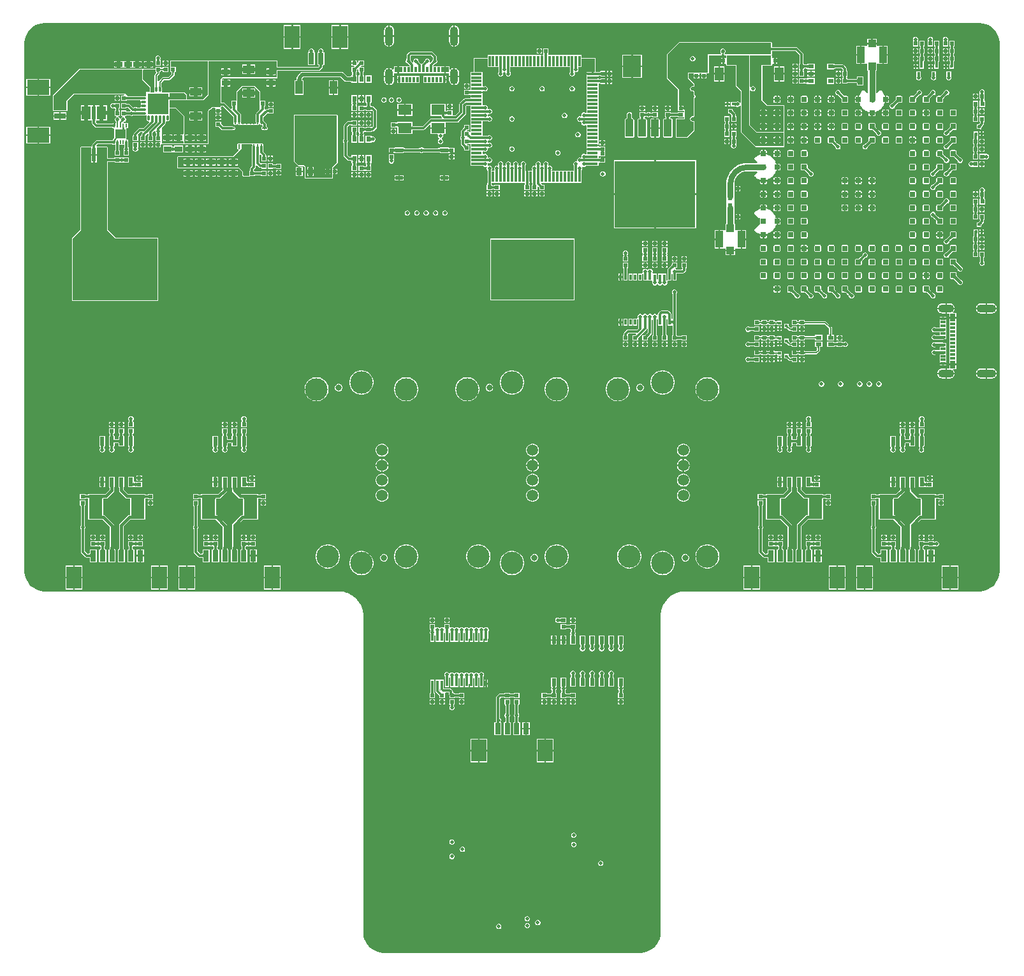
<source format=gtl>
G04*
G04 #@! TF.GenerationSoftware,Altium Limited,Altium Designer,23.3.1 (30)*
G04*
G04 Layer_Physical_Order=1*
G04 Layer_Color=255*
%FSLAX44Y44*%
%MOMM*%
G71*
G04*
G04 #@! TF.SameCoordinates,DCB42576-95BD-42AD-BAF6-B7D1C35FFA17*
G04*
G04*
G04 #@! TF.FilePolarity,Positive*
G04*
G01*
G75*
%ADD10C,0.2000*%
%ADD17R,0.5200X0.4700*%
%ADD18R,0.4700X0.5200*%
%ADD19R,0.4000X0.4000*%
%ADD20R,0.5000X0.6000*%
%ADD21R,0.3000X0.8000*%
%ADD22R,0.4000X0.4000*%
%ADD23R,0.8000X0.5000*%
%ADD24R,0.7000X0.3000*%
%ADD25R,0.7000X1.0000*%
%ADD26R,1.0000X1.0000*%
%ADD27R,1.0500X2.2000*%
%ADD28R,0.8000X0.6000*%
%ADD29R,1.0000X0.7000*%
G04:AMPARAMS|DCode=30|XSize=0.7mm|YSize=0.7mm|CornerRadius=0.07mm|HoleSize=0mm|Usage=FLASHONLY|Rotation=90.000|XOffset=0mm|YOffset=0mm|HoleType=Round|Shape=RoundedRectangle|*
%AMROUNDEDRECTD30*
21,1,0.7000,0.5600,0,0,90.0*
21,1,0.5600,0.7000,0,0,90.0*
1,1,0.1400,0.2800,0.2800*
1,1,0.1400,0.2800,-0.2800*
1,1,0.1400,-0.2800,-0.2800*
1,1,0.1400,-0.2800,0.2800*
%
%ADD30ROUNDEDRECTD30*%
%ADD31R,1.1600X1.8200*%
%ADD32R,2.4000X2.9000*%
%ADD33R,10.6680X8.8900*%
G04:AMPARAMS|DCode=34|XSize=2.286mm|YSize=1.0668mm|CornerRadius=0.0533mm|HoleSize=0mm|Usage=FLASHONLY|Rotation=270.000|XOffset=0mm|YOffset=0mm|HoleType=Round|Shape=RoundedRectangle|*
%AMROUNDEDRECTD34*
21,1,2.2860,0.9601,0,0,270.0*
21,1,2.1793,1.0668,0,0,270.0*
1,1,0.1067,-0.4801,-1.0897*
1,1,0.1067,-0.4801,1.0897*
1,1,0.1067,0.4801,1.0897*
1,1,0.1067,0.4801,-1.0897*
%
%ADD34ROUNDEDRECTD34*%
%ADD35R,0.3000X0.7000*%
%ADD36R,0.7500X1.5000*%
%ADD37R,2.0000X3.0000*%
%ADD38R,1.5000X0.7500*%
%ADD39R,3.0000X2.0000*%
%ADD40R,1.2000X1.7900*%
%ADD41R,0.6000X1.7900*%
%ADD42R,0.2500X0.5000*%
%ADD43R,1.4000X1.3000*%
%ADD44R,2.7000X2.7000*%
G04:AMPARAMS|DCode=45|XSize=0.6mm|YSize=0.3mm|CornerRadius=0.075mm|HoleSize=0mm|Usage=FLASHONLY|Rotation=90.000|XOffset=0mm|YOffset=0mm|HoleType=Round|Shape=RoundedRectangle|*
%AMROUNDEDRECTD45*
21,1,0.6000,0.1500,0,0,90.0*
21,1,0.4500,0.3000,0,0,90.0*
1,1,0.1500,0.0750,0.2250*
1,1,0.1500,0.0750,-0.2250*
1,1,0.1500,-0.0750,-0.2250*
1,1,0.1500,-0.0750,0.2250*
%
%ADD45ROUNDEDRECTD45*%
G04:AMPARAMS|DCode=46|XSize=0.6mm|YSize=0.3mm|CornerRadius=0.075mm|HoleSize=0mm|Usage=FLASHONLY|Rotation=0.000|XOffset=0mm|YOffset=0mm|HoleType=Round|Shape=RoundedRectangle|*
%AMROUNDEDRECTD46*
21,1,0.6000,0.1500,0,0,0.0*
21,1,0.4500,0.3000,0,0,0.0*
1,1,0.1500,0.2250,-0.0750*
1,1,0.1500,-0.2250,-0.0750*
1,1,0.1500,-0.2250,0.0750*
1,1,0.1500,0.2250,0.0750*
%
%ADD46ROUNDEDRECTD46*%
%ADD47R,1.5000X1.0000*%
G04:AMPARAMS|DCode=48|XSize=0.24mm|YSize=0.6mm|CornerRadius=0.0504mm|HoleSize=0mm|Usage=FLASHONLY|Rotation=270.000|XOffset=0mm|YOffset=0mm|HoleType=Round|Shape=RoundedRectangle|*
%AMROUNDEDRECTD48*
21,1,0.2400,0.4992,0,0,270.0*
21,1,0.1392,0.6000,0,0,270.0*
1,1,0.1008,-0.2496,-0.0696*
1,1,0.1008,-0.2496,0.0696*
1,1,0.1008,0.2496,0.0696*
1,1,0.1008,0.2496,-0.0696*
%
%ADD48ROUNDEDRECTD48*%
G04:AMPARAMS|DCode=49|XSize=0.6mm|YSize=0.24mm|CornerRadius=0.0504mm|HoleSize=0mm|Usage=FLASHONLY|Rotation=270.000|XOffset=0mm|YOffset=0mm|HoleType=Round|Shape=RoundedRectangle|*
%AMROUNDEDRECTD49*
21,1,0.6000,0.1392,0,0,270.0*
21,1,0.4992,0.2400,0,0,270.0*
1,1,0.1008,-0.0696,-0.2496*
1,1,0.1008,-0.0696,0.2496*
1,1,0.1008,0.0696,0.2496*
1,1,0.1008,0.0696,-0.2496*
%
%ADD49ROUNDEDRECTD49*%
G04:AMPARAMS|DCode=50|XSize=2.05mm|YSize=3.05mm|CornerRadius=0.0513mm|HoleSize=0mm|Usage=FLASHONLY|Rotation=270.000|XOffset=0mm|YOffset=0mm|HoleType=Round|Shape=RoundedRectangle|*
%AMROUNDEDRECTD50*
21,1,2.0500,2.9475,0,0,270.0*
21,1,1.9475,3.0500,0,0,270.0*
1,1,0.1025,-1.4738,-0.9738*
1,1,0.1025,-1.4738,0.9738*
1,1,0.1025,1.4738,0.9738*
1,1,0.1025,1.4738,-0.9738*
%
%ADD50ROUNDEDRECTD50*%
%ADD51R,5.5000X5.7000*%
%ADD52R,1.0000X1.7500*%
%ADD53R,0.6000X0.8000*%
%ADD54R,1.0000X0.5000*%
%ADD55R,1.8000X1.4000*%
%ADD56R,1.4000X0.3000*%
%ADD57R,0.3000X1.4000*%
%ADD58R,0.6000X1.0000*%
%ADD59R,0.6000X1.2000*%
%ADD60R,1.7900X3.2000*%
%ADD61R,11.0000X8.0000*%
%ADD114C,0.7500*%
%ADD124C,0.7700*%
%ADD125C,0.3000*%
%ADD126C,0.5000*%
%ADD127C,0.3810*%
%ADD128C,0.4000*%
%ADD129O,2.1000X1.1000*%
%ADD130O,2.6000X1.1000*%
%ADD131O,1.1000X2.1000*%
%ADD132O,1.1000X2.6000*%
%ADD133C,5.0000*%
%ADD134C,1.5000*%
%ADD135C,3.0000*%
%ADD136C,0.8000*%
%ADD137C,2.5000*%
%ADD138C,0.5000*%
G36*
X621799Y1197451D02*
X625367Y1196982D01*
X628843Y1196050D01*
X632167Y1194673D01*
X635284Y1192874D01*
X638139Y1190683D01*
X640683Y1188139D01*
X642874Y1185284D01*
X644673Y1182167D01*
X646050Y1178843D01*
X646981Y1175367D01*
X647451Y1171799D01*
X647451Y1170000D01*
X647451Y470000D01*
X647451Y468201D01*
X646982Y464633D01*
X646050Y461157D01*
X644673Y457832D01*
X642874Y454716D01*
X640683Y451861D01*
X638139Y449317D01*
X635284Y447126D01*
X632167Y445327D01*
X628843Y443950D01*
X625367Y443018D01*
X621799Y442549D01*
X230000D01*
X229958Y442541D01*
X229917Y442547D01*
X227955Y442483D01*
X227831Y442454D01*
X227705Y442463D01*
X223815Y441950D01*
X223655Y441897D01*
X223488Y441885D01*
X219697Y440870D01*
X219546Y440796D01*
X219381Y440763D01*
X215756Y439261D01*
X215616Y439168D01*
X215457Y439114D01*
X212059Y437151D01*
X211932Y437041D01*
X211781Y436966D01*
X208668Y434577D01*
X208557Y434451D01*
X208417Y434357D01*
X205643Y431583D01*
X205549Y431443D01*
X205423Y431332D01*
X203034Y428219D01*
X202959Y428068D01*
X202849Y427942D01*
X200886Y424543D01*
X200832Y424384D01*
X200739Y424244D01*
X199237Y420619D01*
X199205Y420454D01*
X199130Y420303D01*
X198114Y416512D01*
X198104Y416344D01*
X198049Y416185D01*
X197537Y412295D01*
X197546Y412169D01*
X197517Y412045D01*
X197453Y410083D01*
X197460Y410042D01*
X197451Y410000D01*
X197451Y-10000D01*
Y-11799D01*
X196982Y-15367D01*
X196050Y-18843D01*
X194673Y-22167D01*
X192874Y-25284D01*
X190683Y-28139D01*
X188139Y-30683D01*
X185284Y-32874D01*
X182167Y-34673D01*
X178843Y-36050D01*
X175367Y-36981D01*
X171799Y-37451D01*
X-170000D01*
X-171799Y-37451D01*
X-175367Y-36981D01*
X-178843Y-36050D01*
X-182167Y-34673D01*
X-185284Y-32874D01*
X-188139Y-30683D01*
X-190683Y-28139D01*
X-192874Y-25284D01*
X-194673Y-22167D01*
X-196050Y-18843D01*
X-196982Y-15367D01*
X-197451Y-11799D01*
Y-10000D01*
Y410000D01*
X-197460Y410042D01*
X-197453Y410083D01*
X-197517Y412046D01*
X-197546Y412169D01*
X-197537Y412295D01*
X-198050Y416185D01*
X-198104Y416345D01*
X-198114Y416512D01*
X-199130Y420303D01*
X-199205Y420454D01*
X-199237Y420619D01*
X-200739Y424244D01*
X-200833Y424384D01*
X-200886Y424543D01*
X-202849Y427942D01*
X-202959Y428068D01*
X-203034Y428219D01*
X-205423Y431332D01*
X-205549Y431443D01*
X-205643Y431583D01*
X-208417Y434357D01*
X-208557Y434451D01*
X-208668Y434577D01*
X-211781Y436966D01*
X-211932Y437040D01*
X-212059Y437151D01*
X-215457Y439114D01*
X-215616Y439168D01*
X-215756Y439261D01*
X-219382Y440763D01*
X-219546Y440796D01*
X-219697Y440870D01*
X-223488Y441885D01*
X-223655Y441897D01*
X-223815Y441950D01*
X-227705Y442463D01*
X-227831Y442454D01*
X-227955Y442483D01*
X-229917Y442547D01*
X-229958Y442541D01*
X-230000Y442549D01*
X-620000Y442549D01*
X-621799D01*
X-625367Y443018D01*
X-628843Y443950D01*
X-632168Y445327D01*
X-635284Y447126D01*
X-638139Y449317D01*
X-640683Y451861D01*
X-642874Y454716D01*
X-644673Y457833D01*
X-646050Y461157D01*
X-646982Y464633D01*
X-647451Y468201D01*
Y470000D01*
Y1170000D01*
Y1171799D01*
X-646982Y1175367D01*
X-646050Y1178843D01*
X-644673Y1182168D01*
X-642874Y1185284D01*
X-640683Y1188139D01*
X-638139Y1190683D01*
X-635284Y1192874D01*
X-632167Y1194673D01*
X-628843Y1196050D01*
X-625367Y1196981D01*
X-621799Y1197451D01*
X620000D01*
X621799Y1197451D01*
D02*
G37*
%LPC*%
G36*
X-75800Y1193924D02*
Y1181000D01*
X-70244D01*
Y1187500D01*
X-70467Y1189197D01*
X-71122Y1190778D01*
X-72164Y1192136D01*
X-73522Y1193178D01*
X-75103Y1193833D01*
X-75800Y1193924D01*
D02*
G37*
G36*
X-77800Y1193924D02*
X-78497Y1193833D01*
X-80078Y1193178D01*
X-81436Y1192136D01*
X-82478Y1190778D01*
X-83133Y1189197D01*
X-83356Y1187500D01*
Y1181000D01*
X-77800D01*
Y1193924D01*
D02*
G37*
G36*
X-162200Y1193924D02*
Y1181000D01*
X-156644D01*
Y1187500D01*
X-156867Y1189197D01*
X-157522Y1190778D01*
X-158564Y1192136D01*
X-159922Y1193178D01*
X-161503Y1193833D01*
X-162200Y1193924D01*
D02*
G37*
G36*
X-164200Y1193924D02*
X-164897Y1193833D01*
X-166478Y1193178D01*
X-167836Y1192136D01*
X-168878Y1190778D01*
X-169533Y1189197D01*
X-169756Y1187500D01*
Y1181000D01*
X-164200D01*
Y1193924D01*
D02*
G37*
G36*
X-217250Y1195000D02*
X-227250D01*
Y1180000D01*
X-217250D01*
Y1195000D01*
D02*
G37*
G36*
X-280750D02*
X-290750D01*
Y1180000D01*
X-280750D01*
Y1195000D01*
D02*
G37*
G36*
X-229250D02*
X-239250D01*
Y1180000D01*
X-229250D01*
Y1195000D01*
D02*
G37*
G36*
X-292750D02*
X-302750D01*
Y1180000D01*
X-292750D01*
Y1195000D01*
D02*
G37*
G36*
X484000Y1176000D02*
X479000D01*
Y1171000D01*
X484000D01*
Y1176000D01*
D02*
G37*
G36*
X477000D02*
X472000D01*
Y1171000D01*
X477000D01*
Y1176000D01*
D02*
G37*
G36*
X576396Y1179200D02*
X575004D01*
X573717Y1178667D01*
X572733Y1177683D01*
X572200Y1176396D01*
Y1175004D01*
X572269Y1174837D01*
X572350Y1173600D01*
X572298Y1172570D01*
X572337Y1172477D01*
X572318Y1172365D01*
X572350Y1172316D01*
Y1166400D01*
X579050D01*
Y1172316D01*
X579082Y1172365D01*
X579063Y1172477D01*
X579102Y1172570D01*
X579050Y1173600D01*
X579131Y1174837D01*
X579200Y1175004D01*
Y1176396D01*
X578667Y1177683D01*
X577683Y1178667D01*
X576396Y1179200D01*
D02*
G37*
G36*
X556396D02*
X555004D01*
X553717Y1178667D01*
X552733Y1177683D01*
X552200Y1176396D01*
Y1175004D01*
X552269Y1174837D01*
X552350Y1173600D01*
X552298Y1172570D01*
X552337Y1172477D01*
X552318Y1172365D01*
X552350Y1172316D01*
Y1166400D01*
X559050D01*
Y1172316D01*
X559082Y1172365D01*
X559063Y1172477D01*
X559102Y1172570D01*
X559050Y1173600D01*
X559131Y1174837D01*
X559200Y1175004D01*
Y1176396D01*
X558667Y1177683D01*
X557683Y1178667D01*
X556396Y1179200D01*
D02*
G37*
G36*
X536396D02*
X535004D01*
X533717Y1178667D01*
X532733Y1177683D01*
X532200Y1176396D01*
Y1175004D01*
X532269Y1174837D01*
X532350Y1173600D01*
X532298Y1172570D01*
X532337Y1172477D01*
X532318Y1172365D01*
X532350Y1172316D01*
Y1166400D01*
X539050D01*
Y1172316D01*
X539082Y1172365D01*
X539063Y1172477D01*
X539102Y1172570D01*
X539050Y1173600D01*
X539131Y1174837D01*
X539200Y1175004D01*
Y1176396D01*
X538667Y1177683D01*
X537683Y1178667D01*
X536396Y1179200D01*
D02*
G37*
G36*
X587650Y1173600D02*
X580950D01*
Y1167684D01*
X580918Y1167635D01*
X580936Y1167523D01*
X580898Y1167430D01*
X580950Y1166400D01*
X581527D01*
Y1166400D01*
X581527D01*
X581691Y1165237D01*
X581702Y1165072D01*
X581693Y1164763D01*
X581527Y1163600D01*
X581527D01*
Y1163600D01*
X580950D01*
X580898Y1162570D01*
X580937Y1162477D01*
X580918Y1162365D01*
X580950Y1162316D01*
Y1157684D01*
X580918Y1157635D01*
X580936Y1157523D01*
X580898Y1157430D01*
X580950Y1156400D01*
X581527D01*
Y1156400D01*
X581527D01*
X581691Y1155237D01*
X581702Y1155072D01*
X581693Y1154763D01*
X581527Y1153600D01*
X581527D01*
Y1153600D01*
X580950D01*
X580898Y1152570D01*
X580937Y1152477D01*
X580918Y1152365D01*
X580950Y1152316D01*
Y1147743D01*
X580941Y1147732D01*
X580950Y1147650D01*
X580950Y1147556D01*
X580898Y1147430D01*
X580950Y1146400D01*
X581325D01*
X581438Y1144953D01*
X581442Y1144455D01*
X581436Y1143940D01*
X581380Y1143045D01*
X581338Y1142729D01*
X581291Y1142500D01*
X580750D01*
X580698Y1141469D01*
X580743Y1141361D01*
X580722Y1141245D01*
X580750Y1141204D01*
Y1136500D01*
X586750D01*
Y1141230D01*
X586750Y1141344D01*
X586802Y1141469D01*
X586750Y1142500D01*
X586702D01*
X586609Y1143936D01*
X586608Y1144428D01*
X586618Y1144955D01*
X586638Y1145265D01*
X587073Y1146400D01*
X587073D01*
Y1146400D01*
X587650Y1146400D01*
X587702Y1147430D01*
X587687Y1147467D01*
X587691Y1147585D01*
X587650Y1147654D01*
Y1152316D01*
X587682Y1152365D01*
X587664Y1152477D01*
X587702Y1152570D01*
X587650Y1153600D01*
X587073D01*
Y1153600D01*
X587073D01*
X586909Y1154763D01*
X586898Y1154928D01*
X586907Y1155237D01*
X587073Y1156400D01*
X587073D01*
Y1156400D01*
X587650D01*
X587702Y1157430D01*
X587663Y1157523D01*
X587682Y1157635D01*
X587650Y1157684D01*
Y1162316D01*
X587682Y1162365D01*
X587664Y1162477D01*
X587702Y1162570D01*
X587650Y1163600D01*
X587073D01*
Y1163600D01*
X587073D01*
X586909Y1164763D01*
X586898Y1164928D01*
X586907Y1165237D01*
X587073Y1166400D01*
X587073D01*
Y1166400D01*
X587650D01*
X587702Y1167430D01*
X587663Y1167523D01*
X587682Y1167635D01*
X587650Y1167684D01*
Y1173600D01*
D02*
G37*
G36*
X567650D02*
X560950D01*
Y1167684D01*
X560918Y1167635D01*
X560936Y1167523D01*
X560898Y1167430D01*
X560950Y1166400D01*
X561527D01*
Y1166400D01*
X561527D01*
X561691Y1165237D01*
X561702Y1165072D01*
X561693Y1164763D01*
X561527Y1163600D01*
X561527D01*
Y1163600D01*
X560950D01*
X560898Y1162570D01*
X560936Y1162477D01*
X560918Y1162365D01*
X560950Y1162316D01*
Y1157684D01*
X560918Y1157635D01*
X560936Y1157523D01*
X560898Y1157430D01*
X560950Y1156400D01*
X561527D01*
Y1156400D01*
X561527D01*
X561691Y1155237D01*
X561702Y1155072D01*
X561693Y1154763D01*
X561527Y1153600D01*
X561527D01*
Y1153600D01*
X560950D01*
X560898Y1152570D01*
X560936Y1152477D01*
X560918Y1152365D01*
X560950Y1152316D01*
Y1147743D01*
X560941Y1147732D01*
X560950Y1147650D01*
X560950Y1147556D01*
X560898Y1147430D01*
X560950Y1146400D01*
X561325D01*
X561438Y1144953D01*
X561442Y1144455D01*
X561436Y1143940D01*
X561380Y1143045D01*
X561338Y1142729D01*
X561291Y1142500D01*
X560750D01*
X560698Y1141469D01*
X560743Y1141361D01*
X560722Y1141245D01*
X560750Y1141204D01*
Y1136500D01*
X566750D01*
Y1141230D01*
X566750Y1141344D01*
X566802Y1141469D01*
X566750Y1142500D01*
X566702D01*
X566609Y1143936D01*
X566608Y1144428D01*
X566618Y1144955D01*
X566638Y1145265D01*
X567073Y1146400D01*
X567073D01*
Y1146400D01*
X567650Y1146400D01*
X567702Y1147430D01*
X567687Y1147467D01*
X567691Y1147585D01*
X567650Y1147654D01*
Y1152316D01*
X567682Y1152365D01*
X567664Y1152477D01*
X567702Y1152570D01*
X567650Y1153600D01*
X567073D01*
Y1153600D01*
X567073D01*
X566909Y1154763D01*
X566898Y1154928D01*
X566907Y1155237D01*
X567073Y1156400D01*
X567073D01*
Y1156400D01*
X567650D01*
X567702Y1157430D01*
X567663Y1157523D01*
X567682Y1157635D01*
X567650Y1157684D01*
Y1162316D01*
X567682Y1162365D01*
X567664Y1162477D01*
X567702Y1162570D01*
X567650Y1163600D01*
X567073D01*
Y1163600D01*
X567073D01*
X566909Y1164763D01*
X566898Y1164928D01*
X566907Y1165237D01*
X567073Y1166400D01*
X567073D01*
Y1166400D01*
X567650D01*
X567702Y1167430D01*
X567663Y1167523D01*
X567682Y1167635D01*
X567650Y1167684D01*
Y1173600D01*
D02*
G37*
G36*
X547650D02*
X540950D01*
Y1167684D01*
X540918Y1167635D01*
X540936Y1167523D01*
X540898Y1167430D01*
X540950Y1166400D01*
X541527D01*
Y1166400D01*
X541527D01*
X541691Y1165237D01*
X541702Y1165072D01*
X541693Y1164763D01*
X541527Y1163600D01*
X541527D01*
Y1163600D01*
X540950D01*
X540898Y1162570D01*
X540937Y1162477D01*
X540918Y1162365D01*
X540950Y1162316D01*
Y1157684D01*
X540918Y1157635D01*
X540936Y1157523D01*
X540898Y1157430D01*
X540950Y1156400D01*
X541527D01*
Y1156400D01*
X541527D01*
X541691Y1155237D01*
X541702Y1155072D01*
X541693Y1154763D01*
X541527Y1153600D01*
X541527D01*
Y1153600D01*
X540950D01*
X540898Y1152570D01*
X540937Y1152477D01*
X540918Y1152365D01*
X540950Y1152316D01*
Y1147743D01*
X540941Y1147732D01*
X540950Y1147650D01*
X540950Y1147556D01*
X540898Y1147430D01*
X540950Y1146400D01*
X541325D01*
X541438Y1144953D01*
X541442Y1144455D01*
X541436Y1143940D01*
X541380Y1143045D01*
X541338Y1142729D01*
X541291Y1142500D01*
X540750D01*
X540698Y1141469D01*
X540743Y1141361D01*
X540722Y1141245D01*
X540750Y1141204D01*
Y1136500D01*
X546750D01*
Y1141230D01*
X546750Y1141344D01*
X546802Y1141469D01*
X546750Y1142500D01*
X546702D01*
X546609Y1143936D01*
X546608Y1144428D01*
X546618Y1144955D01*
X546638Y1145265D01*
X547073Y1146400D01*
X547073D01*
Y1146400D01*
X547650Y1146400D01*
X547702Y1147430D01*
X547687Y1147467D01*
X547691Y1147585D01*
X547650Y1147654D01*
Y1152316D01*
X547682Y1152365D01*
X547664Y1152477D01*
X547702Y1152570D01*
X547650Y1153600D01*
X547073D01*
Y1153600D01*
X547073D01*
X546909Y1154763D01*
X546898Y1154928D01*
X546907Y1155237D01*
X547073Y1156400D01*
X547073D01*
Y1156400D01*
X547650D01*
X547702Y1157430D01*
X547663Y1157523D01*
X547682Y1157635D01*
X547650Y1157684D01*
Y1162316D01*
X547682Y1162365D01*
X547664Y1162477D01*
X547702Y1162570D01*
X547650Y1163600D01*
X547073D01*
Y1163600D01*
X547073D01*
X546909Y1164763D01*
X546898Y1164928D01*
X546907Y1165237D01*
X547073Y1166400D01*
X547073D01*
Y1166400D01*
X547650D01*
X547702Y1167430D01*
X547663Y1167523D01*
X547682Y1167635D01*
X547650Y1167684D01*
Y1173600D01*
D02*
G37*
G36*
X-164200Y1179000D02*
X-169756D01*
Y1172500D01*
X-169533Y1170803D01*
X-168878Y1169222D01*
X-167836Y1167864D01*
X-166478Y1166822D01*
X-164897Y1166167D01*
X-164200Y1166076D01*
Y1179000D01*
D02*
G37*
G36*
X-70244Y1179000D02*
X-75800D01*
Y1166076D01*
X-75103Y1166167D01*
X-73522Y1166822D01*
X-72164Y1167864D01*
X-71122Y1169222D01*
X-70467Y1170803D01*
X-70244Y1172500D01*
Y1179000D01*
D02*
G37*
G36*
X-77800D02*
X-83356D01*
Y1172500D01*
X-83133Y1170803D01*
X-82478Y1169222D01*
X-81436Y1167864D01*
X-80078Y1166822D01*
X-78497Y1166167D01*
X-77800Y1166076D01*
Y1179000D01*
D02*
G37*
G36*
X-156644Y1179000D02*
X-162200D01*
Y1166076D01*
X-161503Y1166167D01*
X-159922Y1166822D01*
X-158564Y1167864D01*
X-157522Y1169222D01*
X-156867Y1170803D01*
X-156644Y1172500D01*
Y1179000D01*
D02*
G37*
G36*
X-217250Y1178000D02*
X-227250D01*
Y1163000D01*
X-217250D01*
Y1178000D01*
D02*
G37*
G36*
X-229250D02*
X-239250D01*
Y1163000D01*
X-229250D01*
Y1178000D01*
D02*
G37*
G36*
X-280750D02*
X-290750D01*
Y1163000D01*
X-280750D01*
Y1178000D01*
D02*
G37*
G36*
X-292750D02*
X-302750D01*
Y1163000D01*
X-292750D01*
Y1178000D01*
D02*
G37*
G36*
X579050Y1163600D02*
X576700D01*
Y1161000D01*
X579050D01*
Y1163600D01*
D02*
G37*
G36*
X574700D02*
X572350D01*
Y1161000D01*
X574700D01*
Y1163600D01*
D02*
G37*
G36*
X559050D02*
X556700D01*
Y1161000D01*
X559050D01*
Y1163600D01*
D02*
G37*
G36*
X554700D02*
X552350D01*
Y1161000D01*
X554700D01*
Y1163600D01*
D02*
G37*
G36*
X539050D02*
X536700D01*
Y1161000D01*
X539050D01*
Y1163600D01*
D02*
G37*
G36*
X534700D02*
X532350D01*
Y1161000D01*
X534700D01*
Y1163600D01*
D02*
G37*
G36*
X39750D02*
X37400D01*
Y1161000D01*
X39750D01*
Y1163600D01*
D02*
G37*
G36*
X35400D02*
X33050D01*
Y1161000D01*
X35400D01*
Y1163600D01*
D02*
G37*
G36*
X579050Y1159000D02*
X576700D01*
Y1156400D01*
X579050D01*
Y1159000D01*
D02*
G37*
G36*
X574700D02*
X572350D01*
Y1156400D01*
X574700D01*
Y1159000D01*
D02*
G37*
G36*
X559050D02*
X556700D01*
Y1156400D01*
X559050D01*
Y1159000D01*
D02*
G37*
G36*
X554700D02*
X552350D01*
Y1156400D01*
X554700D01*
Y1159000D01*
D02*
G37*
G36*
X539050D02*
X536700D01*
Y1156400D01*
X539050D01*
Y1159000D01*
D02*
G37*
G36*
X534700D02*
X532350D01*
Y1156400D01*
X534700D01*
Y1159000D01*
D02*
G37*
G36*
X39750D02*
X37400D01*
Y1156400D01*
X39750D01*
Y1159000D01*
D02*
G37*
G36*
X35400D02*
X33050D01*
Y1156400D01*
X35400D01*
Y1159000D01*
D02*
G37*
G36*
X499000Y1167000D02*
X493750D01*
Y1156000D01*
X499000D01*
Y1167000D01*
D02*
G37*
G36*
X462250D02*
X457000D01*
Y1156000D01*
X462250D01*
Y1167000D01*
D02*
G37*
G36*
X579050Y1153600D02*
X576700D01*
Y1151000D01*
X579050D01*
Y1153600D01*
D02*
G37*
G36*
X574700D02*
X572350D01*
Y1151000D01*
X574700D01*
Y1153600D01*
D02*
G37*
G36*
X559050D02*
X556700D01*
Y1151000D01*
X559050D01*
Y1153600D01*
D02*
G37*
G36*
X554700D02*
X552350D01*
Y1151000D01*
X554700D01*
Y1153600D01*
D02*
G37*
G36*
X539050D02*
X536700D01*
Y1151000D01*
X539050D01*
Y1153600D01*
D02*
G37*
G36*
X534700D02*
X532350D01*
Y1151000D01*
X534700D01*
Y1153600D01*
D02*
G37*
G36*
X279700Y1150725D02*
X277350D01*
Y1148125D01*
X279700D01*
Y1150725D01*
D02*
G37*
G36*
X350300D02*
Y1148125D01*
X352650D01*
Y1150725D01*
X350300D01*
D02*
G37*
G36*
X48350Y1163600D02*
X41650D01*
Y1157684D01*
X41618Y1157635D01*
X41637Y1157523D01*
X41598Y1157430D01*
X41650Y1156400D01*
X41595Y1155153D01*
X41487Y1155000D01*
X41000D01*
Y1147000D01*
X39000D01*
Y1155000D01*
X38770D01*
X37500Y1155000D01*
Y1155000D01*
X37500D01*
Y1155000D01*
X23770D01*
X22500Y1155000D01*
Y1155000D01*
X22500D01*
Y1155000D01*
X13770D01*
X12500Y1155000D01*
Y1155000D01*
X12500D01*
Y1155000D01*
X-2500D01*
Y1155000D01*
X-3770Y1155000D01*
X-11230D01*
X-12500Y1155000D01*
Y1155000D01*
X-12500D01*
Y1155000D01*
X-26230D01*
X-27500Y1155000D01*
Y1155000D01*
X-27500D01*
Y1155000D01*
X-32500D01*
Y1151082D01*
X-50000D01*
X-50765Y1150765D01*
X-51082Y1150000D01*
Y1132500D01*
X-55000D01*
Y1128770D01*
X-55000Y1127500D01*
X-55000D01*
Y1127500D01*
X-55000D01*
Y1122500D01*
Y1112500D01*
X-55000D01*
X-55000Y1111230D01*
Y1108705D01*
X-55182Y1108475D01*
X-56400Y1108350D01*
X-57431Y1108402D01*
X-57523Y1108363D01*
X-57635Y1108382D01*
X-57684Y1108350D01*
X-63600D01*
Y1101650D01*
X-57684D01*
X-57635Y1101618D01*
X-57523Y1101637D01*
X-57431Y1101598D01*
X-56400Y1101650D01*
X-55153Y1101595D01*
X-55000Y1101487D01*
Y1101000D01*
X-47000D01*
Y1099000D01*
X-55000D01*
Y1097549D01*
X-61970D01*
X-62945Y1097355D01*
X-63772Y1096802D01*
X-69112Y1091462D01*
X-69665Y1090636D01*
X-69859Y1089660D01*
Y1079863D01*
X-75103Y1074619D01*
X-78950D01*
Y1081090D01*
X-84866D01*
X-84915Y1081122D01*
X-85027Y1081103D01*
X-85119Y1081142D01*
X-86150Y1081090D01*
X-86839Y1080712D01*
X-88000Y1081387D01*
Y1090000D01*
X-108000D01*
Y1074000D01*
X-93631D01*
X-93620Y1073479D01*
X-93552Y1073322D01*
X-93393Y1072524D01*
X-92968Y1071889D01*
X-93338Y1070619D01*
X-107465D01*
X-108441Y1070425D01*
X-109268Y1069872D01*
X-118591Y1060549D01*
X-129928D01*
X-130002Y1060582D01*
X-130545Y1060596D01*
X-130986Y1060635D01*
X-131348Y1060694D01*
X-131626Y1060769D01*
X-131817Y1060846D01*
X-131923Y1060910D01*
X-131962Y1060946D01*
X-131966Y1060952D01*
X-131968Y1060957D01*
X-131985Y1061114D01*
X-132000Y1061143D01*
Y1066000D01*
X-150730D01*
X-150758Y1066000D01*
X-150835Y1066044D01*
X-150940Y1066040D01*
X-150969Y1066052D01*
X-152000Y1066000D01*
Y1065875D01*
X-153009Y1065270D01*
X-153270Y1065231D01*
X-153880Y1065560D01*
X-154910Y1065612D01*
X-155003Y1065573D01*
X-155115Y1065592D01*
X-155164Y1065560D01*
X-161080D01*
Y1058860D01*
X-155164D01*
X-155115Y1058828D01*
X-155003Y1058847D01*
X-154910Y1058808D01*
X-153880Y1058860D01*
X-153312Y1059168D01*
X-153036Y1059152D01*
X-152000Y1058479D01*
Y1050000D01*
X-132000D01*
Y1054857D01*
X-131985Y1054886D01*
X-131968Y1055043D01*
X-131966Y1055048D01*
X-131962Y1055054D01*
X-131923Y1055090D01*
X-131817Y1055154D01*
X-131626Y1055231D01*
X-131348Y1055306D01*
X-130986Y1055365D01*
X-130545Y1055404D01*
X-130002Y1055418D01*
X-129928Y1055451D01*
X-117535D01*
X-116560Y1055645D01*
X-115733Y1056198D01*
X-109173Y1062757D01*
X-108000Y1062271D01*
Y1059000D01*
X-98000D01*
X-88000D01*
Y1065521D01*
X-72390D01*
X-71414Y1065715D01*
X-70588Y1066268D01*
X-61508Y1075348D01*
X-60955Y1076174D01*
X-60761Y1077150D01*
Y1086947D01*
X-60257Y1087451D01*
X-55000D01*
Y1078770D01*
X-55000Y1077500D01*
X-55000D01*
Y1077500D01*
X-55000D01*
Y1072500D01*
Y1063770D01*
X-55000Y1062500D01*
X-55000D01*
Y1062500D01*
X-55000D01*
Y1053770D01*
X-55000Y1052500D01*
X-55000D01*
Y1052500D01*
X-55000D01*
Y1052310D01*
X-56270Y1051662D01*
X-56400Y1051756D01*
Y1051798D01*
X-56348Y1051923D01*
X-56382Y1052005D01*
X-56361Y1052092D01*
X-56400Y1052155D01*
Y1053350D01*
X-59705D01*
X-60208Y1054528D01*
X-59466Y1055250D01*
X-58379D01*
X-58327Y1055229D01*
X-58275Y1055250D01*
X-58187D01*
X-58155Y1055242D01*
X-58142Y1055250D01*
X-56400D01*
Y1061950D01*
X-63600D01*
Y1060708D01*
X-63608Y1060695D01*
X-63600Y1060663D01*
Y1060575D01*
X-63621Y1060523D01*
X-63600Y1060471D01*
Y1059293D01*
X-63725Y1059076D01*
X-64012Y1058667D01*
X-64896Y1057625D01*
X-65469Y1057032D01*
X-65500Y1056955D01*
X-66902Y1055552D01*
X-67455Y1054725D01*
X-67649Y1053750D01*
Y1047551D01*
X-68217Y1046983D01*
X-68750Y1045696D01*
Y1044304D01*
X-68217Y1043017D01*
X-67934Y1042734D01*
X-67935Y1042719D01*
X-67923Y1042685D01*
X-67922Y1042673D01*
X-67913Y1042653D01*
X-67901Y1042603D01*
X-67889Y1042534D01*
X-67835Y1041740D01*
X-67832Y1041490D01*
X-67799Y1041412D01*
Y1036400D01*
X-67605Y1035425D01*
X-67052Y1034598D01*
X-65511Y1033057D01*
X-65484Y1032983D01*
X-64408Y1031824D01*
X-64031Y1031353D01*
X-63740Y1030935D01*
X-63600Y1030690D01*
Y1029602D01*
X-63652Y1029477D01*
X-63618Y1029395D01*
X-63639Y1029308D01*
X-63600Y1029245D01*
Y1028050D01*
X-56400D01*
Y1034750D01*
X-58095D01*
X-58158Y1034789D01*
X-58245Y1034768D01*
X-58327Y1034802D01*
X-58452Y1034750D01*
X-59421D01*
X-60051Y1035413D01*
X-59576Y1036650D01*
X-57684D01*
X-57635Y1036618D01*
X-57523Y1036637D01*
X-57431Y1036598D01*
X-56400Y1036650D01*
X-55153Y1036595D01*
X-55000Y1036487D01*
Y1028770D01*
X-55000Y1027500D01*
X-55000D01*
Y1027500D01*
X-55000D01*
Y1022500D01*
Y1013770D01*
X-55000Y1012500D01*
X-55000D01*
Y1012500D01*
X-55000D01*
Y1007500D01*
X-47246D01*
X-47000Y1007451D01*
X-39118D01*
X-39040Y1007418D01*
X-38775Y1007415D01*
X-38336Y1007397D01*
X-38014Y1007365D01*
X-37927Y1007349D01*
X-37877Y1007337D01*
X-37857Y1007328D01*
X-37845Y1007327D01*
X-37811Y1007315D01*
X-37796Y1007316D01*
X-37513Y1007033D01*
X-36226Y1006500D01*
X-34834D01*
X-34216Y1006756D01*
X-33244Y1005784D01*
X-33500Y1005166D01*
Y1003774D01*
X-32967Y1002487D01*
X-32684Y1002204D01*
X-32685Y1002189D01*
X-32673Y1002155D01*
X-32672Y1002143D01*
X-32662Y1002123D01*
X-32650Y1002073D01*
X-32639Y1002004D01*
X-32585Y1001210D01*
X-32582Y1000960D01*
X-32549Y1000882D01*
Y993000D01*
Y984716D01*
X-32582Y984640D01*
X-32592Y984093D01*
X-32612Y983788D01*
X-33023Y982650D01*
X-33023D01*
X-33023Y982650D01*
X-33600Y982650D01*
X-33652Y981619D01*
X-33636Y981582D01*
X-33640Y981461D01*
X-33600Y981394D01*
Y975950D01*
X-27684D01*
X-27635Y975918D01*
X-27523Y975936D01*
X-27431Y975898D01*
X-26400Y975950D01*
Y976527D01*
X-26400D01*
Y976527D01*
X-25236Y976691D01*
X-25072Y976702D01*
X-24763Y976693D01*
X-23600Y976527D01*
Y976527D01*
X-23600D01*
Y975950D01*
X-22569Y975898D01*
X-22477Y975937D01*
X-22365Y975918D01*
X-22316Y975950D01*
X-16400D01*
Y982650D01*
X-22316D01*
X-22365Y982682D01*
X-22477Y982664D01*
X-22569Y982702D01*
X-23600Y982650D01*
Y982073D01*
X-23600D01*
Y982073D01*
X-24764Y981909D01*
X-24928Y981898D01*
X-25445Y981914D01*
X-25832Y981949D01*
X-26154Y981996D01*
X-26390Y982049D01*
X-26400Y982052D01*
Y982650D01*
X-26874D01*
X-27279Y983876D01*
X-26827Y984573D01*
X-26322Y984978D01*
X-26251Y985000D01*
X-13770D01*
X-12500Y985000D01*
Y985000D01*
X-12500D01*
Y985000D01*
X-3770D01*
X-2500Y985000D01*
Y985000D01*
X-2500D01*
Y985000D01*
X11230D01*
X12500Y985000D01*
Y985000D01*
X12500D01*
Y985000D01*
X16251D01*
X16322Y984978D01*
X16837Y984558D01*
X17291Y983872D01*
X17109Y983165D01*
X16887Y982650D01*
X16400Y982650D01*
X16348Y981619D01*
X16364Y981582D01*
X16360Y981461D01*
X16400Y981394D01*
Y975950D01*
X23600D01*
Y981380D01*
X23600Y981394D01*
X23640Y981461D01*
X23636Y981582D01*
X23652Y981619D01*
X23600Y982650D01*
X23126D01*
X22884Y983216D01*
X22721Y983876D01*
X23173Y984573D01*
X23678Y984978D01*
X23749Y985000D01*
X24000D01*
Y993000D01*
X26000D01*
Y985000D01*
X26251D01*
X26321Y984978D01*
X26837Y984558D01*
X27291Y983872D01*
X27109Y983165D01*
X26887Y982650D01*
X26400Y982650D01*
X26348Y981619D01*
X26364Y981582D01*
X26360Y981461D01*
X26400Y981394D01*
Y975950D01*
X33600D01*
Y980003D01*
X34870Y980502D01*
X35599Y979718D01*
X35979Y979245D01*
X36275Y978823D01*
X36400Y978606D01*
Y977429D01*
X36379Y977377D01*
X36400Y977325D01*
Y977237D01*
X36392Y977205D01*
X36400Y977192D01*
Y975950D01*
X43600D01*
Y982650D01*
X41858D01*
X41845Y982658D01*
X41813Y982650D01*
X41725D01*
X41673Y982671D01*
X41621Y982650D01*
X40444D01*
X40226Y982775D01*
X39817Y983062D01*
X39030Y983730D01*
X39239Y984609D01*
X39513Y985000D01*
X46230D01*
X47500Y985000D01*
Y985000D01*
X47500D01*
Y985000D01*
X61230D01*
X62500Y985000D01*
Y985000D01*
X62500D01*
Y985000D01*
X71230D01*
X72500Y985000D01*
Y985000D01*
X72500D01*
Y985000D01*
X86230D01*
X87500Y985000D01*
Y985000D01*
X87500D01*
Y985000D01*
X92500D01*
Y992754D01*
X92549Y993000D01*
Y1000882D01*
X92582Y1000960D01*
X92585Y1001225D01*
X92603Y1001664D01*
X92635Y1001986D01*
X92650Y1002073D01*
X92662Y1002123D01*
X92672Y1002143D01*
X92673Y1002155D01*
X92685Y1002189D01*
X92684Y1002204D01*
X92967Y1002487D01*
X93500Y1003774D01*
Y1005166D01*
X93244Y1005784D01*
X94216Y1006756D01*
X94834Y1006500D01*
X96226D01*
X97513Y1007033D01*
X97796Y1007316D01*
X97811Y1007315D01*
X97845Y1007327D01*
X97857Y1007328D01*
X97877Y1007337D01*
X97927Y1007349D01*
X97996Y1007361D01*
X98790Y1007415D01*
X99040Y1007418D01*
X99118Y1007451D01*
X107000D01*
X107246Y1007500D01*
X115000D01*
Y1011295D01*
X115182Y1011525D01*
X116400Y1011650D01*
X117430Y1011598D01*
X117523Y1011637D01*
X117635Y1011618D01*
X117684Y1011650D01*
X123600D01*
Y1018350D01*
X117684D01*
X117635Y1018382D01*
X117523Y1018363D01*
X117430Y1018402D01*
X116400Y1018350D01*
X115153Y1018405D01*
X115000Y1018513D01*
Y1025132D01*
X115934Y1025912D01*
X116270Y1025981D01*
X116348Y1025919D01*
X116365Y1025879D01*
X116360Y1025761D01*
X116400Y1025694D01*
Y1020250D01*
X123600D01*
Y1025694D01*
X123640Y1025761D01*
X123636Y1025882D01*
X123652Y1025919D01*
X123600Y1026950D01*
X123652Y1027681D01*
X123635Y1027721D01*
X123640Y1027839D01*
X123600Y1027906D01*
Y1033350D01*
X117684D01*
X117635Y1033382D01*
X117523Y1033363D01*
X117430Y1033402D01*
X116400Y1033350D01*
X115153Y1033405D01*
X115000Y1033513D01*
Y1034000D01*
X107000D01*
Y1036000D01*
X115000D01*
Y1036230D01*
X115000Y1037500D01*
X115000D01*
Y1037500D01*
X115000D01*
Y1042500D01*
Y1051230D01*
X115000Y1052500D01*
X115000D01*
Y1052500D01*
X115000D01*
Y1062500D01*
X115000D01*
X115000Y1063770D01*
Y1076230D01*
X115000Y1077500D01*
X115000D01*
Y1077500D01*
X115000D01*
Y1086230D01*
X115000Y1087500D01*
X115000D01*
Y1087500D01*
X115000D01*
Y1092500D01*
Y1101230D01*
X115000Y1102500D01*
X115000D01*
Y1102500D01*
X115000D01*
Y1111230D01*
X115000Y1112500D01*
X115000D01*
Y1112500D01*
X115000D01*
Y1116251D01*
X115022Y1116321D01*
X115442Y1116837D01*
X116129Y1117291D01*
X116835Y1117109D01*
X117350Y1116888D01*
X117350Y1116400D01*
X118380Y1116348D01*
X118418Y1116364D01*
X118539Y1116360D01*
X118606Y1116400D01*
X124050D01*
Y1123600D01*
X118620D01*
X118606Y1123600D01*
X118539Y1123640D01*
X118418Y1123636D01*
X118380Y1123652D01*
X117350Y1123600D01*
Y1123126D01*
X116784Y1122884D01*
X116124Y1122721D01*
X115427Y1123173D01*
X115022Y1123678D01*
X115000Y1123749D01*
Y1124000D01*
X107000D01*
Y1126000D01*
X115000D01*
Y1126251D01*
X115022Y1126321D01*
X115442Y1126837D01*
X116129Y1127291D01*
X116835Y1127109D01*
X117350Y1126888D01*
X117350Y1126400D01*
X118380Y1126348D01*
X118418Y1126364D01*
X118539Y1126360D01*
X118606Y1126400D01*
X124050D01*
Y1133600D01*
X118620D01*
X118606Y1133600D01*
X118539Y1133640D01*
X118418Y1133636D01*
X118380Y1133652D01*
X117350Y1133600D01*
Y1133023D01*
X117350Y1133023D01*
Y1133023D01*
X116212Y1132621D01*
X115892Y1132592D01*
X115360Y1132582D01*
X115284Y1132549D01*
X111082D01*
Y1150000D01*
X110765Y1150765D01*
X110000Y1151082D01*
X92500D01*
Y1155000D01*
X87500D01*
Y1155000D01*
X86230Y1155000D01*
X73770D01*
X72500Y1155000D01*
Y1155000D01*
X72500D01*
Y1155000D01*
X63770D01*
X62500Y1155000D01*
Y1155000D01*
X62500D01*
Y1155000D01*
X48705D01*
X48475Y1155182D01*
X48350Y1156400D01*
X48402Y1157430D01*
X48363Y1157523D01*
X48382Y1157635D01*
X48350Y1157684D01*
Y1163600D01*
D02*
G37*
G36*
X-503500Y1147000D02*
X-504770Y1147000D01*
X-507500D01*
Y1142500D01*
Y1138000D01*
X-504770D01*
X-504000Y1138000D01*
X-502730Y1138000D01*
X-500000D01*
Y1142500D01*
Y1147000D01*
X-502730D01*
X-503500Y1147000D01*
D02*
G37*
G36*
X579050Y1149000D02*
X576700D01*
Y1146400D01*
X579050D01*
Y1149000D01*
D02*
G37*
G36*
X574700D02*
X572350D01*
Y1146400D01*
X574700D01*
Y1149000D01*
D02*
G37*
G36*
X559050D02*
X556700D01*
Y1146400D01*
X559050D01*
Y1149000D01*
D02*
G37*
G36*
X554700D02*
X552350D01*
Y1146400D01*
X554700D01*
Y1149000D01*
D02*
G37*
G36*
X539050D02*
X536700D01*
Y1146400D01*
X539050D01*
Y1149000D01*
D02*
G37*
G36*
X534700D02*
X532350D01*
Y1146400D01*
X534700D01*
Y1149000D01*
D02*
G37*
G36*
X-210500Y1147650D02*
X-213100D01*
Y1145300D01*
X-210500D01*
Y1147650D01*
D02*
G37*
G36*
X-456400D02*
X-459000D01*
Y1145300D01*
X-456400D01*
Y1147650D01*
D02*
G37*
G36*
X-461000D02*
X-463600D01*
Y1145300D01*
X-461000D01*
Y1147650D01*
D02*
G37*
G36*
X-476500Y1147000D02*
X-480000D01*
Y1145000D01*
X-476500D01*
Y1147000D01*
D02*
G37*
G36*
X-485000D02*
X-488500D01*
Y1145000D01*
X-485000D01*
Y1147000D01*
D02*
G37*
G36*
X-525000Y1147000D02*
X-528500D01*
Y1145000D01*
X-525000D01*
Y1147000D01*
D02*
G37*
G36*
X-495000D02*
Y1145000D01*
X-491500D01*
Y1147000D01*
X-495000D01*
D02*
G37*
G36*
X-202515Y1147701D02*
X-203600Y1147650D01*
X-203648Y1146717D01*
X-203640Y1146695D01*
X-203650Y1146674D01*
X-203669Y1146303D01*
X-203717Y1145985D01*
X-203798Y1145660D01*
X-203915Y1145327D01*
X-204069Y1144985D01*
X-204198Y1144751D01*
X-204630Y1144600D01*
X-205900Y1145500D01*
Y1147650D01*
X-208500D01*
Y1144300D01*
X-209500D01*
Y1143300D01*
X-213100D01*
Y1140950D01*
X-209795D01*
X-209292Y1139772D01*
X-210034Y1139050D01*
X-211121D01*
X-211173Y1139071D01*
X-211225Y1139050D01*
X-211313D01*
X-211345Y1139058D01*
X-211358Y1139050D01*
X-213100D01*
Y1133620D01*
X-213100Y1133606D01*
X-213140Y1133539D01*
X-213136Y1133418D01*
X-213152Y1133381D01*
X-213100Y1132350D01*
X-212523D01*
X-212523Y1132350D01*
X-212523D01*
X-212121Y1131212D01*
X-212092Y1130892D01*
X-212082Y1130360D01*
X-212049Y1130284D01*
Y1130096D01*
X-212082Y1130019D01*
X-212084Y1129928D01*
X-212096Y1129460D01*
X-212134Y1129023D01*
X-212192Y1128665D01*
X-212265Y1128390D01*
X-212340Y1128202D01*
X-212402Y1128098D01*
X-212435Y1128062D01*
X-212436Y1128062D01*
X-212585Y1128046D01*
X-212669Y1128000D01*
X-213500D01*
Y1127215D01*
X-213535Y1127160D01*
X-213543Y1127113D01*
X-213545Y1127112D01*
X-213714Y1127019D01*
X-214030Y1126906D01*
X-214481Y1126797D01*
X-215044Y1126708D01*
X-216567Y1126597D01*
X-217486Y1126582D01*
X-217518Y1126569D01*
X-218552D01*
X-223537Y1131553D01*
X-224694Y1132327D01*
X-226060Y1132599D01*
X-278130D01*
X-279496Y1132327D01*
X-280653Y1131553D01*
X-284712Y1127494D01*
X-285486Y1126337D01*
X-285737Y1125074D01*
X-285771Y1124997D01*
X-285791Y1124153D01*
X-285849Y1123440D01*
X-285941Y1122835D01*
X-286061Y1122346D01*
X-286199Y1121976D01*
X-286339Y1121725D01*
X-286461Y1121582D01*
X-286557Y1121512D01*
X-286652Y1121475D01*
X-286915Y1121445D01*
X-286995Y1121400D01*
X-288850D01*
Y1101900D01*
X-276850D01*
Y1120130D01*
X-276850Y1120153D01*
X-276808Y1120226D01*
X-276812Y1120337D01*
X-276798Y1120369D01*
X-276850Y1121400D01*
X-277427Y1121400D01*
X-278310Y1122174D01*
X-278352Y1122305D01*
X-278455Y1122790D01*
X-278533Y1123581D01*
X-276652Y1125461D01*
X-227538D01*
X-222553Y1120477D01*
X-221396Y1119703D01*
X-220030Y1119431D01*
X-217534D01*
X-217505Y1119418D01*
X-215740Y1119361D01*
X-215057Y1119294D01*
X-214566Y1119216D01*
X-213500Y1118577D01*
Y1118577D01*
X-213500Y1118577D01*
Y1118000D01*
X-212470Y1117948D01*
X-212392Y1117980D01*
X-212279Y1117965D01*
X-212224Y1118000D01*
X-205500D01*
Y1126730D01*
X-205500Y1126770D01*
X-205454Y1126854D01*
X-205458Y1126946D01*
X-205448Y1126970D01*
X-205500Y1128000D01*
X-206077Y1128000D01*
X-206849Y1128915D01*
X-206866Y1129020D01*
X-206919Y1130055D01*
X-206951Y1130123D01*
Y1130284D01*
X-206918Y1130360D01*
X-206908Y1130907D01*
X-206888Y1131212D01*
X-206477Y1132350D01*
X-206477D01*
X-206477Y1132350D01*
X-205900Y1132350D01*
X-205848Y1133381D01*
X-205864Y1133418D01*
X-205860Y1133539D01*
X-205896Y1133599D01*
X-205892Y1133605D01*
X-205900Y1133637D01*
Y1133725D01*
X-205879Y1133777D01*
X-205900Y1133829D01*
Y1135006D01*
X-205775Y1135224D01*
X-205488Y1135633D01*
X-204870Y1136361D01*
X-203763Y1136014D01*
X-203600Y1135885D01*
Y1133620D01*
X-203600Y1133606D01*
X-203640Y1133539D01*
X-203636Y1133418D01*
X-203652Y1133381D01*
X-203600Y1132350D01*
X-203023D01*
X-203023Y1132350D01*
X-203023D01*
X-202621Y1131212D01*
X-202592Y1130892D01*
X-202582Y1130360D01*
X-202549Y1130284D01*
Y1130072D01*
X-202582Y1129997D01*
X-202596Y1129460D01*
X-202634Y1129023D01*
X-202651Y1128915D01*
X-203423Y1128000D01*
X-204000D01*
X-204052Y1126970D01*
X-204042Y1126946D01*
X-204046Y1126854D01*
X-204000Y1126770D01*
Y1118000D01*
X-196000D01*
Y1126730D01*
X-196000Y1126770D01*
X-195954Y1126854D01*
X-195958Y1126946D01*
X-195948Y1126970D01*
X-196000Y1128000D01*
X-196577Y1128000D01*
X-197349Y1128915D01*
X-197366Y1129023D01*
X-197404Y1129460D01*
X-197418Y1129997D01*
X-197451Y1130072D01*
Y1130284D01*
X-197418Y1130360D01*
X-197407Y1130907D01*
X-197388Y1131212D01*
X-196977Y1132350D01*
X-196977D01*
X-196977Y1132350D01*
X-196400Y1132350D01*
X-196348Y1133381D01*
X-196364Y1133418D01*
X-196360Y1133539D01*
X-196400Y1133606D01*
Y1139050D01*
X-200111D01*
X-200634Y1140218D01*
X-199871Y1140950D01*
X-198857D01*
X-198825Y1140933D01*
X-198770Y1140950D01*
X-198702D01*
X-198646Y1140932D01*
X-198609Y1140950D01*
X-196400D01*
Y1147650D01*
X-202381D01*
X-202472Y1147698D01*
X-202506Y1147696D01*
X-202515Y1147701D01*
D02*
G37*
G36*
X426969Y1143552D02*
X426946Y1143542D01*
X426854Y1143546D01*
X426770Y1143500D01*
X418000D01*
Y1135500D01*
X426730D01*
X426770Y1135500D01*
X426854Y1135454D01*
X426946Y1135458D01*
X426969Y1135448D01*
X428000Y1135500D01*
X428000Y1136077D01*
X428915Y1136849D01*
X429023Y1136866D01*
X429460Y1136904D01*
X429997Y1136918D01*
X430072Y1136951D01*
X438054D01*
X438881Y1136124D01*
X438881Y1136124D01*
X439660Y1135345D01*
X439643Y1134763D01*
X439477Y1133600D01*
X439477D01*
Y1133600D01*
X438900D01*
X438848Y1132570D01*
X438886Y1132477D01*
X438867Y1132365D01*
X438900Y1132316D01*
Y1127684D01*
X438867Y1127635D01*
X438886Y1127523D01*
X438848Y1127430D01*
X438900Y1126400D01*
X439175D01*
X439588Y1125254D01*
X439023Y1124100D01*
X438900D01*
X438848Y1123070D01*
X438886Y1122977D01*
X438867Y1122865D01*
X438900Y1122816D01*
Y1116900D01*
X444330D01*
X444344Y1116900D01*
X444411Y1116860D01*
X444532Y1116864D01*
X444569Y1116848D01*
X445600Y1116900D01*
Y1117477D01*
X445600Y1117477D01*
Y1117477D01*
X446738Y1117879D01*
X447058Y1117908D01*
X447590Y1117918D01*
X447666Y1117951D01*
X455678D01*
X455752Y1117918D01*
X456295Y1117904D01*
X456736Y1117865D01*
X457098Y1117806D01*
X457376Y1117731D01*
X457567Y1117654D01*
X457673Y1117590D01*
X457712Y1117554D01*
X457716Y1117548D01*
X457718Y1117543D01*
X457735Y1117385D01*
X457750Y1117357D01*
Y1114500D01*
X466750D01*
Y1126500D01*
X457750D01*
Y1123643D01*
X457735Y1123614D01*
X457718Y1123457D01*
X457716Y1123452D01*
X457712Y1123446D01*
X457673Y1123410D01*
X457567Y1123346D01*
X457376Y1123269D01*
X457098Y1123194D01*
X456736Y1123135D01*
X456295Y1123096D01*
X455752Y1123082D01*
X455678Y1123049D01*
X447666D01*
X447590Y1123082D01*
X447043Y1123092D01*
X446587Y1123121D01*
X446205Y1123167D01*
X445904Y1123224D01*
X445689Y1123287D01*
X445600Y1123326D01*
Y1124100D01*
X445324D01*
X444912Y1125246D01*
X445477Y1126400D01*
X445600D01*
X445652Y1127430D01*
X445614Y1127523D01*
X445632Y1127635D01*
X445600Y1127684D01*
Y1132316D01*
X445632Y1132365D01*
X445614Y1132477D01*
X445652Y1132570D01*
X445600Y1133600D01*
X445023D01*
Y1133600D01*
X445023D01*
X444859Y1134763D01*
X444840Y1135044D01*
X444832Y1135585D01*
X444799Y1135662D01*
Y1136360D01*
X444605Y1137336D01*
X444052Y1138162D01*
X442486Y1139729D01*
X440912Y1141302D01*
X440085Y1141855D01*
X439110Y1142049D01*
X430072D01*
X429997Y1142082D01*
X429460Y1142096D01*
X429023Y1142134D01*
X428915Y1142151D01*
X428000Y1142923D01*
Y1143500D01*
X426969Y1143552D01*
D02*
G37*
G36*
X352650Y1146125D02*
X350300D01*
Y1143525D01*
X352650D01*
Y1146125D01*
D02*
G37*
G36*
X279700Y1146125D02*
X277350D01*
Y1143525D01*
X279700D01*
Y1146125D01*
D02*
G37*
G36*
X344170Y1172022D02*
X222250D01*
X221485Y1171705D01*
X206245Y1156465D01*
X205928Y1155700D01*
Y1131570D01*
Y1123950D01*
X205928Y1123950D01*
X206245Y1123185D01*
X220444Y1108986D01*
Y1087650D01*
X220436D01*
Y1080950D01*
X227636D01*
X227636Y1080950D01*
Y1080950D01*
X227636Y1080950D01*
X228788Y1080664D01*
Y1079336D01*
X227636Y1079050D01*
X227518Y1079050D01*
X221720D01*
X221671Y1079082D01*
X221559Y1079064D01*
X221467Y1079102D01*
X220436Y1079050D01*
Y1078473D01*
X220436D01*
Y1078473D01*
X219272Y1078309D01*
X218992Y1078290D01*
X218451Y1078282D01*
X218374Y1078249D01*
X212694D01*
X212620Y1078282D01*
X211781Y1078307D01*
X210618Y1078473D01*
Y1078473D01*
X210618D01*
Y1079050D01*
X209587Y1079102D01*
X209495Y1079064D01*
X209383Y1079082D01*
X209334Y1079050D01*
X203418D01*
Y1073620D01*
X203418Y1073606D01*
X203378Y1073539D01*
X203382Y1073418D01*
X203366Y1073381D01*
X203418Y1072350D01*
X203793D01*
X204301Y1071272D01*
X204303Y1071266D01*
X203629Y1070186D01*
X202217D01*
X201044Y1069700D01*
X200558Y1068527D01*
Y1046733D01*
X201044Y1045560D01*
X202217Y1045074D01*
X211819D01*
X212992Y1045560D01*
X213478Y1046733D01*
Y1068527D01*
X212992Y1069700D01*
X211819Y1070186D01*
X210283D01*
X209791Y1071264D01*
X210406Y1072350D01*
X210618D01*
Y1072948D01*
X210628Y1072951D01*
X210864Y1073004D01*
X211173Y1073049D01*
X212062Y1073110D01*
X212603Y1073118D01*
X212680Y1073151D01*
X218361D01*
X218434Y1073118D01*
X219273Y1073093D01*
X220436Y1072927D01*
Y1072927D01*
X220436D01*
Y1072350D01*
X221467Y1072298D01*
X221559Y1072337D01*
X221671Y1072318D01*
X221720Y1072350D01*
X227518D01*
X227636Y1072350D01*
X228788Y1072064D01*
Y1070782D01*
X218440Y1070783D01*
X217675Y1070466D01*
X217358Y1069700D01*
Y1045957D01*
X217675Y1045192D01*
X218440Y1044875D01*
X231888Y1044875D01*
X232653Y1045192D01*
X232653Y1045192D01*
X242065Y1054605D01*
X242382Y1055370D01*
Y1066097D01*
X242340Y1066199D01*
X242362Y1066308D01*
X242186Y1066570D01*
X242065Y1066862D01*
X241963Y1066905D01*
X241901Y1066997D01*
X241298Y1067400D01*
X240988Y1067462D01*
X240696Y1067582D01*
X239519D01*
X238631Y1067951D01*
X237951Y1068631D01*
X237582Y1069519D01*
Y1070481D01*
X237951Y1071370D01*
X238631Y1072050D01*
X239519Y1072418D01*
X240696D01*
X240988Y1072539D01*
X241298Y1072600D01*
X241901Y1073003D01*
X241963Y1073096D01*
X242065Y1073138D01*
X242186Y1073430D01*
X242362Y1073692D01*
X242340Y1073801D01*
X242382Y1073904D01*
Y1097433D01*
X242967Y1098017D01*
X243500Y1099304D01*
Y1100696D01*
X242967Y1101983D01*
X242382Y1102567D01*
Y1106097D01*
X242340Y1106199D01*
X242362Y1106308D01*
X242186Y1106570D01*
X242065Y1106862D01*
X241963Y1106905D01*
X241901Y1106997D01*
X241298Y1107400D01*
X240988Y1107462D01*
X240696Y1107583D01*
X239519D01*
X238631Y1107951D01*
X237951Y1108631D01*
X237582Y1109519D01*
Y1110481D01*
X237951Y1111370D01*
X238631Y1112050D01*
X239519Y1112418D01*
X240696D01*
X240988Y1112539D01*
X241298Y1112600D01*
X241901Y1113004D01*
X241963Y1113096D01*
X242065Y1113138D01*
X242186Y1113430D01*
X242362Y1113692D01*
X242340Y1113801D01*
X242382Y1113904D01*
Y1116330D01*
X242382Y1116330D01*
X242065Y1117095D01*
X234762Y1124398D01*
Y1130488D01*
X241400D01*
Y1128270D01*
X245000D01*
X248600D01*
Y1130488D01*
X251400D01*
Y1128270D01*
X255000D01*
X258600D01*
Y1130488D01*
X260350D01*
X261115Y1130805D01*
X261432Y1131570D01*
X261432Y1154618D01*
X277917D01*
X278208Y1154738D01*
X278518Y1154800D01*
X278580Y1154892D01*
X278682Y1154935D01*
X278803Y1155226D01*
X278978Y1155489D01*
X279231Y1156759D01*
X279169Y1157068D01*
X279169Y1157384D01*
X279091Y1157463D01*
X279069Y1157571D01*
X278807Y1157747D01*
X278803Y1157751D01*
X278783Y1157798D01*
X277951Y1158631D01*
X277583Y1159519D01*
Y1160481D01*
X277951Y1161369D01*
X278631Y1162050D01*
X279519Y1162418D01*
X280481D01*
X281370Y1162049D01*
X282050Y1161369D01*
X282418Y1160481D01*
Y1159519D01*
X282050Y1158631D01*
X281217Y1157798D01*
X281198Y1157751D01*
X281194Y1157747D01*
X280931Y1157571D01*
X280909Y1157463D01*
X280831Y1157384D01*
X280831Y1157068D01*
X280770Y1156759D01*
X281022Y1155489D01*
X281197Y1155226D01*
X281318Y1154935D01*
X281421Y1154892D01*
X281482Y1154800D01*
X281792Y1154738D01*
X282084Y1154618D01*
X284542D01*
X284668Y1154430D01*
Y1151739D01*
X284050Y1150725D01*
X283398Y1150725D01*
X281700D01*
Y1147125D01*
Y1143525D01*
X284050D01*
X284668Y1142511D01*
Y1141730D01*
X284985Y1140965D01*
X285750Y1140648D01*
X297368Y1140648D01*
Y1113790D01*
X297685Y1113025D01*
X297685Y1113025D01*
X303718Y1106992D01*
Y1091662D01*
X302448Y1091409D01*
X302417Y1091483D01*
X301433Y1092467D01*
X300146Y1093000D01*
X298754D01*
X297951Y1092667D01*
X296750Y1092500D01*
X295720Y1092552D01*
X295594Y1092500D01*
X290750D01*
Y1086500D01*
X295594D01*
X295720Y1086448D01*
X296750Y1086500D01*
X297951Y1086333D01*
X298754Y1086000D01*
X300146D01*
X301433Y1086533D01*
X302417Y1087517D01*
X302448Y1087591D01*
X303718Y1087338D01*
Y1052830D01*
X303718Y1052830D01*
X304035Y1052065D01*
X323085Y1033015D01*
X323850Y1032698D01*
X360680D01*
X361445Y1033015D01*
X361762Y1033780D01*
Y1051560D01*
X361538Y1052101D01*
X361762Y1052642D01*
Y1087120D01*
X361445Y1087885D01*
X360680Y1088202D01*
X339538D01*
X332552Y1095188D01*
Y1140648D01*
X344170D01*
X344935Y1140965D01*
X345252Y1141730D01*
Y1142544D01*
X345950Y1143525D01*
X346522Y1143525D01*
X348300D01*
Y1147125D01*
Y1150725D01*
X346522D01*
X345950Y1150725D01*
X345252Y1151706D01*
Y1154430D01*
X344989Y1155065D01*
X345252Y1155700D01*
Y1160326D01*
X376579D01*
X381751Y1155154D01*
Y1145175D01*
X381718Y1145102D01*
X381693Y1144263D01*
X381527Y1143100D01*
X381527D01*
Y1143100D01*
X380950D01*
X380898Y1142069D01*
X380936Y1141977D01*
X380918Y1141865D01*
X380950Y1141816D01*
Y1137184D01*
X380917Y1137135D01*
X380936Y1137023D01*
X380898Y1136930D01*
X380950Y1135900D01*
X381225D01*
X381637Y1134754D01*
X381073Y1133600D01*
X380950D01*
X380898Y1132570D01*
X380936Y1132477D01*
X380918Y1132365D01*
X380950Y1132316D01*
Y1126400D01*
X387650D01*
Y1132316D01*
X387682Y1132365D01*
X387663Y1132477D01*
X387702Y1132570D01*
X387650Y1133600D01*
X387374D01*
X386962Y1134746D01*
X387527Y1135900D01*
X387650D01*
Y1136674D01*
X387739Y1136713D01*
X387953Y1136776D01*
X388240Y1136830D01*
X389108Y1136908D01*
X389640Y1136918D01*
X389716Y1136951D01*
X389928D01*
X390002Y1136918D01*
X390540Y1136904D01*
X390976Y1136866D01*
X391085Y1136849D01*
X392000Y1136077D01*
Y1135500D01*
X393030Y1135448D01*
X393054Y1135458D01*
X393146Y1135454D01*
X393230Y1135500D01*
X402000D01*
Y1143500D01*
X393270D01*
X393230Y1143500D01*
X393146Y1143546D01*
X393054Y1143542D01*
X393030Y1143552D01*
X392000Y1143500D01*
X392000Y1142923D01*
X391085Y1142151D01*
X390976Y1142134D01*
X390540Y1142096D01*
X390002Y1142082D01*
X389928Y1142049D01*
X389716D01*
X389640Y1142082D01*
X389093Y1142093D01*
X388637Y1142121D01*
X388255Y1142167D01*
X387953Y1142225D01*
X387739Y1142287D01*
X387650Y1142326D01*
Y1143100D01*
X387052D01*
X387049Y1143110D01*
X386996Y1143346D01*
X386951Y1143655D01*
X386890Y1144544D01*
X386882Y1145085D01*
X386849Y1145162D01*
Y1156210D01*
X386655Y1157186D01*
X386102Y1158012D01*
X379437Y1164677D01*
X378610Y1165230D01*
X377635Y1165424D01*
X345252D01*
Y1170940D01*
X344935Y1171705D01*
X344170Y1172022D01*
D02*
G37*
G36*
X499000Y1154000D02*
X493750D01*
Y1143000D01*
X499000D01*
Y1154000D01*
D02*
G37*
G36*
X462250D02*
X457000D01*
Y1143000D01*
X462250D01*
Y1154000D01*
D02*
G37*
G36*
X-265554Y1163500D02*
X-266946D01*
X-268233Y1162967D01*
X-269217Y1161983D01*
X-269750Y1160696D01*
Y1159304D01*
X-270287Y1158500D01*
X-271000D01*
Y1141500D01*
X-261500D01*
Y1158500D01*
X-262213D01*
X-262750Y1159304D01*
Y1160696D01*
X-263283Y1161983D01*
X-264267Y1162967D01*
X-265554Y1163500D01*
D02*
G37*
G36*
X172500Y1155500D02*
X160500D01*
Y1141000D01*
X172500D01*
Y1155500D01*
D02*
G37*
G36*
X158500D02*
X146500D01*
Y1141000D01*
X158500D01*
Y1155500D01*
D02*
G37*
G36*
X-469304Y1154350D02*
X-470696D01*
X-471983Y1153817D01*
X-472967Y1152833D01*
X-473500Y1151546D01*
Y1150154D01*
X-472967Y1148867D01*
X-473452Y1147748D01*
X-473549Y1147650D01*
X-473600Y1147650D01*
X-473652Y1146619D01*
X-473636Y1146582D01*
X-473640Y1146461D01*
X-473600Y1146394D01*
Y1140950D01*
X-466400D01*
Y1146380D01*
X-466400Y1146394D01*
X-466360Y1146461D01*
X-466364Y1146582D01*
X-466348Y1146619D01*
X-466400Y1147650D01*
X-466451D01*
X-466548Y1147748D01*
X-467033Y1148867D01*
X-466500Y1150154D01*
Y1151546D01*
X-467033Y1152833D01*
X-468017Y1153817D01*
X-469304Y1154350D01*
D02*
G37*
G36*
X-456400Y1143300D02*
X-459000D01*
Y1140950D01*
X-456400D01*
Y1143300D01*
D02*
G37*
G36*
X-461000D02*
X-463600D01*
Y1140950D01*
X-461000D01*
Y1143300D01*
D02*
G37*
G36*
X579250Y1142500D02*
X577250D01*
Y1140500D01*
X579250D01*
Y1142500D01*
D02*
G37*
G36*
X575250D02*
X573250D01*
Y1140500D01*
X575250D01*
Y1142500D01*
D02*
G37*
G36*
X559250D02*
X557250D01*
Y1140500D01*
X559250D01*
Y1142500D01*
D02*
G37*
G36*
X555250D02*
X553250D01*
Y1140500D01*
X555250D01*
Y1142500D01*
D02*
G37*
G36*
X539250D02*
X537250D01*
Y1140500D01*
X539250D01*
Y1142500D01*
D02*
G37*
G36*
X535250D02*
X533250D01*
Y1140500D01*
X535250D01*
Y1142500D01*
D02*
G37*
G36*
X379050Y1143100D02*
X376700D01*
Y1140500D01*
X379050D01*
Y1143100D01*
D02*
G37*
G36*
X374700D02*
X372350D01*
Y1140500D01*
X374700D01*
Y1143100D01*
D02*
G37*
G36*
X-106680Y1159519D02*
X-134620D01*
X-135596Y1159325D01*
X-136422Y1158772D01*
X-139302Y1155892D01*
X-139855Y1155066D01*
X-140049Y1154090D01*
Y1150358D01*
X-140082Y1150279D01*
X-140085Y1150015D01*
X-140103Y1149576D01*
X-140135Y1149254D01*
X-140150Y1149167D01*
X-140162Y1149117D01*
X-140172Y1149097D01*
X-140173Y1149085D01*
X-140185Y1149051D01*
X-140184Y1149036D01*
X-140467Y1148753D01*
X-141000Y1147466D01*
Y1146074D01*
X-140467Y1144787D01*
X-139483Y1143803D01*
X-138196Y1143270D01*
X-137795D01*
X-137786Y1143259D01*
X-137753Y1143243D01*
X-137744Y1143235D01*
X-137723Y1143228D01*
X-137680Y1143201D01*
X-137622Y1143161D01*
X-137022Y1142637D01*
X-136844Y1142462D01*
X-136765Y1142430D01*
X-135405Y1141070D01*
X-135908Y1139800D01*
X-140000Y1139800D01*
X-141270Y1139800D01*
X-150000D01*
Y1135300D01*
Y1130800D01*
X-141270D01*
X-140000Y1130800D01*
X-138730Y1130800D01*
X-125000D01*
Y1130800D01*
X-123730Y1130800D01*
X-116270D01*
X-115000Y1130800D01*
Y1130800D01*
X-115000D01*
X-115000Y1130800D01*
X-101265D01*
X-100000Y1130796D01*
X-95000Y1130796D01*
Y1130800D01*
X-90000D01*
Y1135300D01*
Y1139800D01*
X-95000D01*
Y1139796D01*
X-98735D01*
X-100000Y1139800D01*
X-104092Y1139800D01*
X-104595Y1141070D01*
X-103235Y1142430D01*
X-103156Y1142462D01*
X-102967Y1142648D01*
X-102643Y1142946D01*
X-102393Y1143150D01*
X-102320Y1143201D01*
X-102277Y1143228D01*
X-102256Y1143235D01*
X-102247Y1143243D01*
X-102214Y1143259D01*
X-102205Y1143270D01*
X-101804D01*
X-100517Y1143803D01*
X-99533Y1144787D01*
X-99000Y1146074D01*
Y1147466D01*
X-99533Y1148753D01*
X-99816Y1149036D01*
X-99815Y1149051D01*
X-99827Y1149085D01*
X-99828Y1149097D01*
X-99838Y1149117D01*
X-99850Y1149167D01*
X-99861Y1149236D01*
X-99915Y1150030D01*
X-99918Y1150279D01*
X-99951Y1150358D01*
Y1152790D01*
X-100145Y1153765D01*
X-100698Y1154592D01*
X-104878Y1158772D01*
X-105704Y1159325D01*
X-106680Y1159519D01*
D02*
G37*
G36*
X-253054Y1163500D02*
X-254446D01*
X-255733Y1162967D01*
X-256717Y1161983D01*
X-257250Y1160696D01*
Y1159304D01*
X-257787Y1158500D01*
X-258500D01*
Y1141500D01*
X-256893D01*
X-256865Y1141485D01*
X-256588Y1140490D01*
X-256558Y1140237D01*
X-257596Y1139199D01*
X-311268D01*
Y1146644D01*
X-311585Y1147409D01*
X-312350Y1147726D01*
X-402708D01*
X-403249Y1147502D01*
X-403790Y1147726D01*
X-452586D01*
X-452770Y1147650D01*
X-453600D01*
Y1146808D01*
X-453668Y1146644D01*
Y1139050D01*
X-453600Y1138885D01*
Y1132350D01*
X-452194D01*
X-452189Y1132338D01*
X-452150Y1132189D01*
X-452115Y1131977D01*
X-452091Y1131705D01*
X-452082Y1131352D01*
X-452039Y1131256D01*
Y1129545D01*
X-455895Y1125689D01*
X-462670D01*
X-463450Y1125534D01*
X-464112Y1125092D01*
X-468942Y1120262D01*
X-469191Y1119889D01*
X-470461Y1120201D01*
Y1127185D01*
X-468558Y1129088D01*
X-468116Y1129750D01*
X-467961Y1130530D01*
X-467961Y1130530D01*
Y1131256D01*
X-467918Y1131352D01*
X-467909Y1131705D01*
X-467885Y1131977D01*
X-467850Y1132189D01*
X-467811Y1132338D01*
X-467806Y1132350D01*
X-466400D01*
Y1133506D01*
X-466388Y1133511D01*
X-466239Y1133550D01*
X-466027Y1133585D01*
X-465756Y1133609D01*
X-465402Y1133618D01*
X-465306Y1133661D01*
X-464694D01*
X-464598Y1133618D01*
X-464251Y1133609D01*
X-463986Y1133585D01*
X-463780Y1133551D01*
X-463637Y1133512D01*
X-463600Y1133497D01*
Y1132350D01*
X-456400D01*
Y1139050D01*
X-463600D01*
Y1137902D01*
X-463637Y1137887D01*
X-463780Y1137849D01*
X-463986Y1137814D01*
X-464251Y1137791D01*
X-464598Y1137782D01*
X-464694Y1137739D01*
X-465306D01*
X-465402Y1137782D01*
X-465756Y1137791D01*
X-466027Y1137815D01*
X-466239Y1137850D01*
X-466388Y1137889D01*
X-466400Y1137894D01*
Y1139050D01*
X-473600D01*
Y1136462D01*
X-489039D01*
X-489039Y1136462D01*
X-490254Y1136145D01*
X-491020Y1136462D01*
X-574040D01*
X-574805Y1136145D01*
X-574805Y1136145D01*
X-609265Y1101685D01*
X-609582Y1100920D01*
Y1081500D01*
X-609265Y1080735D01*
X-608500Y1080418D01*
X-591500D01*
X-590735Y1080735D01*
X-590418Y1081500D01*
Y1093342D01*
X-581212Y1102548D01*
X-515202D01*
X-515083Y1102370D01*
X-515762Y1101100D01*
X-519050D01*
Y1093900D01*
X-513620D01*
X-513606Y1093900D01*
X-513539Y1093860D01*
X-513418Y1093864D01*
X-513381Y1093848D01*
X-512350Y1093900D01*
Y1094477D01*
X-512350Y1094477D01*
Y1094477D01*
X-511212Y1094879D01*
X-510892Y1094908D01*
X-510360Y1094918D01*
X-510284Y1094951D01*
X-493745D01*
X-493419Y1094558D01*
X-492949Y1093681D01*
X-493034Y1093250D01*
Y1091750D01*
X-492898Y1091067D01*
X-492512Y1090488D01*
Y1089512D01*
X-492898Y1088933D01*
X-493034Y1088250D01*
Y1086750D01*
X-492949Y1086319D01*
X-493419Y1085442D01*
X-493745Y1085049D01*
X-496412D01*
X-496491Y1085082D01*
X-496755Y1085085D01*
X-497194Y1085103D01*
X-497516Y1085135D01*
X-497603Y1085151D01*
X-497653Y1085162D01*
X-497673Y1085172D01*
X-497685Y1085173D01*
X-497719Y1085185D01*
X-497734Y1085184D01*
X-498017Y1085467D01*
X-499304Y1086000D01*
X-500696D01*
X-501983Y1085467D01*
X-502253Y1085196D01*
X-502696D01*
X-506802Y1089302D01*
X-507629Y1089855D01*
X-508605Y1090049D01*
X-510284D01*
X-510360Y1090082D01*
X-510907Y1090092D01*
X-511213Y1090112D01*
X-512350Y1090523D01*
Y1090523D01*
X-512350Y1090523D01*
X-512350Y1091100D01*
X-513381Y1091152D01*
X-513418Y1091136D01*
X-513539Y1091140D01*
X-513606Y1091100D01*
X-519050D01*
Y1083900D01*
X-513620D01*
X-513606Y1083900D01*
X-513539Y1083860D01*
X-513418Y1083864D01*
X-513381Y1083848D01*
X-512350Y1083900D01*
Y1084477D01*
X-512350Y1084477D01*
Y1084477D01*
X-511212Y1084879D01*
X-510892Y1084908D01*
X-510360Y1084918D01*
X-510284Y1084951D01*
X-509661D01*
X-506514Y1081804D01*
X-506762Y1080559D01*
X-506983Y1080467D01*
X-507266Y1080184D01*
X-507281Y1080185D01*
X-507315Y1080173D01*
X-507327Y1080172D01*
X-507347Y1080163D01*
X-507397Y1080151D01*
X-507466Y1080139D01*
X-508260Y1080085D01*
X-508510Y1080082D01*
X-508588Y1080049D01*
X-510284D01*
X-510360Y1080082D01*
X-510907Y1080092D01*
X-511213Y1080112D01*
X-512350Y1080523D01*
Y1080523D01*
X-512350Y1080523D01*
X-512350Y1081100D01*
X-513381Y1081152D01*
X-513418Y1081136D01*
X-513539Y1081140D01*
X-513606Y1081100D01*
X-519050D01*
Y1073900D01*
X-517456D01*
X-517203Y1072630D01*
X-517983Y1072307D01*
X-518967Y1071323D01*
X-519327Y1070455D01*
X-520673D01*
X-521033Y1071323D01*
X-522017Y1072307D01*
X-522797Y1072630D01*
X-522544Y1073900D01*
X-520950D01*
Y1079816D01*
X-520918Y1079865D01*
X-520936Y1079977D01*
X-520898Y1080070D01*
X-520950Y1081100D01*
X-521527D01*
Y1081100D01*
X-521527D01*
X-521691Y1082263D01*
X-521702Y1082428D01*
X-521693Y1082737D01*
X-521527Y1083900D01*
X-521527D01*
Y1083900D01*
X-520950D01*
X-520898Y1084930D01*
X-520936Y1085023D01*
X-520918Y1085135D01*
X-520950Y1085184D01*
Y1091100D01*
X-526394D01*
X-526461Y1091140D01*
X-526582Y1091136D01*
X-526619Y1091152D01*
X-527650Y1091100D01*
X-528920Y1090841D01*
X-529304Y1091000D01*
X-530696D01*
X-531983Y1090467D01*
X-532967Y1089483D01*
X-533500Y1088196D01*
Y1086804D01*
X-532967Y1085517D01*
X-531983Y1084533D01*
X-530696Y1084000D01*
X-529304D01*
X-528920Y1084159D01*
X-527650Y1083900D01*
X-526924Y1082956D01*
X-526898Y1082572D01*
X-526907Y1082263D01*
X-527073Y1081100D01*
X-527073D01*
Y1081100D01*
X-527650D01*
X-527702Y1080070D01*
X-527663Y1079977D01*
X-527682Y1079865D01*
X-527650Y1079816D01*
Y1073900D01*
X-525456D01*
X-525203Y1072630D01*
X-525983Y1072307D01*
X-526967Y1071323D01*
X-527500Y1070036D01*
Y1068644D01*
X-526967Y1067357D01*
X-526610Y1067000D01*
X-526540Y1066815D01*
X-526431Y1066698D01*
X-526362Y1066611D01*
X-526302Y1066517D01*
X-526249Y1066417D01*
X-526202Y1066306D01*
X-526162Y1066183D01*
X-526129Y1066047D01*
X-526104Y1065897D01*
X-526088Y1065730D01*
X-526668Y1064585D01*
X-526722Y1064500D01*
X-527000D01*
Y1061000D01*
X-529000D01*
Y1064510D01*
X-529045Y1064538D01*
X-529163Y1064529D01*
X-529220Y1064552D01*
X-530250Y1064500D01*
Y1063923D01*
X-530250Y1063923D01*
Y1063923D01*
X-531399Y1063616D01*
X-531702Y1063591D01*
X-532238Y1063582D01*
X-532315Y1063549D01*
X-550674D01*
X-552451Y1065326D01*
Y1065978D01*
X-552418Y1066053D01*
X-552404Y1066590D01*
X-552366Y1067027D01*
X-552308Y1067385D01*
X-552235Y1067660D01*
X-552160Y1067848D01*
X-552098Y1067952D01*
X-552065Y1067988D01*
X-552064Y1067988D01*
X-551915Y1068004D01*
X-551831Y1068050D01*
X-547350D01*
Y1078000D01*
Y1087950D01*
X-554000D01*
Y1078000D01*
X-556000D01*
Y1087950D01*
X-562650D01*
Y1078000D01*
Y1068050D01*
X-558169D01*
X-558085Y1068004D01*
X-557936Y1067988D01*
X-557935Y1067988D01*
X-557902Y1067952D01*
X-557840Y1067848D01*
X-557765Y1067660D01*
X-557692Y1067385D01*
X-557634Y1067027D01*
X-557596Y1066590D01*
X-557582Y1066053D01*
X-557549Y1065978D01*
Y1064270D01*
X-557355Y1063295D01*
X-556802Y1062468D01*
X-553532Y1059198D01*
X-552705Y1058645D01*
X-551730Y1058451D01*
X-532330D01*
X-532258Y1058418D01*
X-531399Y1058387D01*
X-530250Y1058077D01*
Y1057500D01*
X-529220Y1057448D01*
X-528567Y1057186D01*
X-528000Y1056859D01*
Y1045715D01*
X-528052Y1045589D01*
X-528010Y1045489D01*
X-528032Y1045384D01*
X-528000Y1045336D01*
Y1045130D01*
X-528046Y1045056D01*
X-528220Y1044820D01*
X-528789Y1044167D01*
X-529160Y1043785D01*
X-529204Y1043673D01*
X-529634Y1043030D01*
X-529739Y1042500D01*
X-530250D01*
Y1041795D01*
X-530308Y1041773D01*
X-530531Y1041713D01*
X-530826Y1041662D01*
X-531702Y1041591D01*
X-532238Y1041582D01*
X-532315Y1041549D01*
X-551040D01*
X-552015Y1041355D01*
X-552842Y1040802D01*
X-556802Y1036842D01*
X-557355Y1036015D01*
X-557549Y1035040D01*
Y1034022D01*
X-557582Y1033947D01*
X-557588Y1033728D01*
X-558292Y1033172D01*
X-558809Y1032996D01*
X-558917Y1032998D01*
X-559000Y1033032D01*
X-572150D01*
X-572915Y1032715D01*
X-573232Y1031950D01*
Y922298D01*
X-583765Y911765D01*
X-584082Y911000D01*
Y829000D01*
X-583765Y828235D01*
X-583000Y827918D01*
X-471000D01*
X-470235Y828235D01*
X-469918Y829000D01*
Y911000D01*
X-470235Y911765D01*
X-471000Y912082D01*
X-525742D01*
X-536768Y923108D01*
Y1013072D01*
X-536390Y1013107D01*
X-535859Y1013118D01*
X-535783Y1013151D01*
X-529675D01*
X-529602Y1013118D01*
X-528763Y1013093D01*
X-527600Y1012927D01*
Y1012927D01*
X-527600D01*
Y1012350D01*
X-526570Y1012298D01*
X-526477Y1012336D01*
X-526365Y1012318D01*
X-526316Y1012350D01*
X-521684D01*
X-521635Y1012318D01*
X-521523Y1012337D01*
X-521431Y1012298D01*
X-520400Y1012350D01*
X-519130Y1012380D01*
X-518696Y1012200D01*
X-517304D01*
X-516870Y1012380D01*
X-515600Y1012350D01*
X-514570Y1012298D01*
X-514477Y1012337D01*
X-514365Y1012318D01*
X-514316Y1012350D01*
X-508400D01*
Y1019050D01*
X-514316D01*
X-514365Y1019082D01*
X-514477Y1019063D01*
X-514570Y1019102D01*
X-515600Y1019050D01*
X-516870Y1019020D01*
X-517304Y1019200D01*
X-518696D01*
X-519130Y1019020D01*
X-520400Y1019050D01*
X-521431Y1019102D01*
X-521524Y1019063D01*
X-521635Y1019082D01*
X-521684Y1019050D01*
X-526316D01*
X-526365Y1019082D01*
X-526477Y1019063D01*
X-526570Y1019102D01*
X-527600Y1019050D01*
Y1018473D01*
X-527600D01*
Y1018473D01*
X-528764Y1018309D01*
X-529044Y1018290D01*
X-529585Y1018282D01*
X-529662Y1018249D01*
X-535778D01*
X-535852Y1018282D01*
X-536393Y1018296D01*
X-536768Y1018329D01*
Y1031950D01*
X-537085Y1032715D01*
X-537850Y1033032D01*
X-550618D01*
X-551644Y1033963D01*
X-551652Y1033975D01*
X-551699Y1034054D01*
X-551692Y1034744D01*
X-549984Y1036451D01*
X-532330D01*
X-532258Y1036418D01*
X-531399Y1036387D01*
X-530250Y1036077D01*
Y1036077D01*
X-530250Y1036077D01*
X-530250Y1035500D01*
X-529220Y1035448D01*
X-529163Y1035471D01*
X-529045Y1035462D01*
X-528984Y1035500D01*
X-528980Y1035500D01*
X-526549D01*
Y1029716D01*
X-526582Y1029640D01*
X-526592Y1029093D01*
X-526612Y1028787D01*
X-527023Y1027650D01*
X-527023D01*
X-527023Y1027650D01*
X-527600Y1027650D01*
X-527652Y1026619D01*
X-527636Y1026582D01*
X-527640Y1026461D01*
X-527600Y1026394D01*
Y1020950D01*
X-520400D01*
Y1026380D01*
X-520400Y1026394D01*
X-520360Y1026461D01*
X-520364Y1026582D01*
X-520348Y1026619D01*
X-520400Y1027650D01*
X-520977D01*
X-520977Y1027650D01*
X-520977D01*
X-521379Y1028788D01*
X-521408Y1029108D01*
X-521418Y1029640D01*
X-521451Y1029716D01*
Y1035500D01*
X-514549D01*
Y1033588D01*
X-514582Y1033510D01*
X-514585Y1033245D01*
X-514603Y1032806D01*
X-514636Y1032484D01*
X-514650Y1032397D01*
X-514663Y1032347D01*
X-514672Y1032327D01*
X-514673Y1032315D01*
X-514685Y1032281D01*
X-514684Y1032266D01*
X-514967Y1031982D01*
X-515500Y1030696D01*
Y1029304D01*
X-515341Y1028920D01*
X-515600Y1027650D01*
X-515652Y1026619D01*
X-515636Y1026582D01*
X-515640Y1026461D01*
X-515600Y1026394D01*
Y1020950D01*
X-508400D01*
Y1026394D01*
X-508360Y1026461D01*
X-508364Y1026582D01*
X-508348Y1026619D01*
X-508400Y1027650D01*
X-508659Y1028920D01*
X-508500Y1029304D01*
Y1030696D01*
X-509033Y1031982D01*
X-509316Y1032266D01*
X-509315Y1032281D01*
X-509327Y1032315D01*
X-509328Y1032327D01*
X-509338Y1032347D01*
X-509350Y1032397D01*
X-509361Y1032466D01*
X-509416Y1033260D01*
X-509418Y1033510D01*
X-509451Y1033588D01*
Y1039000D01*
X-509645Y1039975D01*
X-509750Y1040133D01*
Y1042500D01*
X-510730D01*
X-512000Y1042500D01*
Y1057500D01*
X-510730Y1057500D01*
X-509750D01*
Y1064500D01*
X-514563D01*
X-515340Y1065770D01*
X-515304Y1065840D01*
X-514017Y1066373D01*
X-513033Y1067357D01*
X-512500Y1068644D01*
Y1070036D01*
X-513033Y1071323D01*
X-514017Y1072307D01*
X-513968Y1073661D01*
X-513656Y1073806D01*
X-513381Y1073848D01*
X-513381Y1073848D01*
X-512350Y1073900D01*
X-512350Y1074477D01*
X-511212Y1074879D01*
X-510892Y1074908D01*
X-510360Y1074918D01*
X-510284Y1074951D01*
X-508588D01*
X-508510Y1074918D01*
X-508245Y1074915D01*
X-507806Y1074897D01*
X-507484Y1074864D01*
X-507397Y1074849D01*
X-507347Y1074837D01*
X-507327Y1074828D01*
X-507315Y1074827D01*
X-507281Y1074815D01*
X-507266Y1074816D01*
X-506983Y1074533D01*
X-505696Y1074000D01*
X-504304D01*
X-503017Y1074533D01*
X-502734Y1074816D01*
X-502719Y1074815D01*
X-502685Y1074827D01*
X-502673Y1074828D01*
X-502653Y1074837D01*
X-502603Y1074849D01*
X-502534Y1074861D01*
X-501740Y1074915D01*
X-501491Y1074918D01*
X-501412Y1074951D01*
X-489000D01*
X-488926Y1074966D01*
X-486750D01*
X-486067Y1075101D01*
X-486004Y1075144D01*
X-485220Y1074780D01*
X-484856Y1073996D01*
X-484898Y1073933D01*
X-485034Y1073250D01*
Y1068750D01*
X-484898Y1068067D01*
X-484512Y1067488D01*
X-483933Y1067102D01*
X-483250Y1066966D01*
X-482276D01*
X-481749Y1065696D01*
X-489556Y1057889D01*
X-494150D01*
X-495126Y1057695D01*
X-495952Y1057142D01*
X-501802Y1051292D01*
X-502355Y1050465D01*
X-502514Y1049668D01*
X-502582Y1049511D01*
X-502592Y1048990D01*
X-502606Y1048786D01*
X-503023Y1047650D01*
X-503023D01*
Y1047650D01*
X-503600Y1047650D01*
X-503652Y1046619D01*
X-503637Y1046584D01*
X-503641Y1046468D01*
X-503600Y1046398D01*
Y1040950D01*
X-496400D01*
Y1046380D01*
X-496400Y1046398D01*
X-496359Y1046468D01*
X-496363Y1046584D01*
X-496348Y1046619D01*
X-496400Y1047650D01*
X-496439D01*
X-496965Y1048920D01*
X-493094Y1052791D01*
X-490657D01*
X-490171Y1051618D01*
X-491087Y1050701D01*
X-491640Y1049874D01*
X-491799Y1049075D01*
X-491867Y1048918D01*
X-491875Y1048503D01*
X-491895Y1048162D01*
X-491926Y1047881D01*
X-491966Y1047665D01*
X-491970Y1047650D01*
X-493600D01*
Y1040950D01*
X-486400D01*
Y1046499D01*
X-486348Y1046627D01*
X-486400Y1047650D01*
X-485876Y1048703D01*
X-484365Y1050214D01*
X-482812Y1049988D01*
X-482582Y1049640D01*
X-482593Y1049093D01*
X-482612Y1048787D01*
X-483023Y1047650D01*
X-483023D01*
X-483023Y1047650D01*
X-483600Y1047650D01*
X-483652Y1046619D01*
X-483636Y1046582D01*
X-483640Y1046461D01*
X-483600Y1046394D01*
Y1040950D01*
X-476400D01*
Y1046380D01*
X-476400Y1046394D01*
X-476360Y1046461D01*
X-476364Y1046582D01*
X-476348Y1046619D01*
X-476400Y1047650D01*
X-476977D01*
X-476977Y1047650D01*
X-476977D01*
X-477379Y1048788D01*
X-477408Y1049108D01*
X-477418Y1049640D01*
X-477451Y1049716D01*
Y1051471D01*
X-474673Y1054249D01*
X-474358Y1054161D01*
X-473500Y1053626D01*
Y1052529D01*
X-472967Y1051242D01*
X-472684Y1050959D01*
X-472685Y1050944D01*
X-472673Y1050910D01*
X-472672Y1050897D01*
X-472663Y1050878D01*
X-472650Y1050828D01*
X-472639Y1050759D01*
X-472585Y1049964D01*
X-472582Y1049715D01*
X-472566Y1049677D01*
X-472582Y1049640D01*
X-472593Y1049093D01*
X-472612Y1048787D01*
X-473023Y1047650D01*
X-473023D01*
X-473023Y1047650D01*
X-473600Y1047650D01*
X-473652Y1046619D01*
X-473636Y1046582D01*
X-473640Y1046461D01*
X-473600Y1046394D01*
Y1040950D01*
X-467122D01*
X-466565Y1040000D01*
X-467122Y1039050D01*
X-469000D01*
Y1035700D01*
Y1032350D01*
X-466400D01*
Y1035703D01*
X-465130Y1036521D01*
X-465097Y1036508D01*
X-435983D01*
X-435442Y1036732D01*
X-434901Y1036508D01*
X-403860D01*
X-403095Y1036825D01*
X-402778Y1037590D01*
Y1080412D01*
X-402364Y1080825D01*
X-402282Y1081024D01*
X-402130Y1081176D01*
X-402049Y1081369D01*
X-401369Y1082050D01*
X-401176Y1082130D01*
X-401024Y1082282D01*
X-400825Y1082364D01*
X-398262Y1084928D01*
X-394506D01*
X-393600Y1084050D01*
X-393600Y1083658D01*
Y1081700D01*
X-390000D01*
X-386400D01*
Y1083917D01*
X-386400Y1084050D01*
X-386515Y1085245D01*
X-386198Y1086010D01*
Y1086594D01*
X-386154Y1086604D01*
X-385845Y1086649D01*
X-384956Y1086710D01*
X-384415Y1086718D01*
X-384338Y1086751D01*
X-384006D01*
X-370049Y1072794D01*
Y1066500D01*
X-369855Y1065525D01*
X-369824Y1065478D01*
Y1064004D01*
X-369560Y1063367D01*
X-369347Y1062853D01*
X-368196Y1062376D01*
X-366804D01*
X-365712Y1062829D01*
X-365712D01*
X-365653Y1062853D01*
X-364986Y1062853D01*
Y1062853D01*
X-364375D01*
X-364288Y1062829D01*
X-363196Y1062376D01*
X-361804D01*
X-361732Y1062406D01*
X-360516Y1062602D01*
X-360224Y1062481D01*
X-359962Y1062305D01*
X-359853Y1062327D01*
X-359751Y1062285D01*
X-340249D01*
X-340147Y1062327D01*
X-340038Y1062305D01*
X-339776Y1062481D01*
X-339484Y1062602D01*
X-338268Y1062406D01*
X-338196Y1062376D01*
X-336804D01*
X-335712Y1062829D01*
X-335625Y1062853D01*
X-334375D01*
X-334288Y1062829D01*
X-333196Y1062376D01*
X-331981D01*
X-331089Y1061484D01*
X-331095Y1061274D01*
X-331129Y1060890D01*
X-331183Y1060559D01*
X-331253Y1060281D01*
X-331334Y1060059D01*
X-331421Y1059889D01*
X-331507Y1059764D01*
X-331591Y1059676D01*
X-331677Y1059612D01*
X-331854Y1059521D01*
X-331922Y1059441D01*
X-332147Y1059347D01*
X-332287Y1059009D01*
X-332389Y1058889D01*
X-332380Y1058784D01*
X-332624Y1058196D01*
Y1056804D01*
X-332147Y1055653D01*
X-330996Y1055176D01*
X-329522D01*
X-329475Y1055145D01*
X-328500Y1054951D01*
X-327525Y1055145D01*
X-327478Y1055176D01*
X-326004D01*
X-325120Y1055542D01*
X-324873Y1055436D01*
X-324871Y1055452D01*
X-324840Y1055618D01*
X-324804Y1055771D01*
X-324801Y1055778D01*
X-324376Y1056804D01*
Y1058196D01*
X-324619Y1058784D01*
X-324611Y1058889D01*
X-324713Y1059009D01*
X-324853Y1059347D01*
X-325078Y1059441D01*
X-325146Y1059521D01*
X-325323Y1059612D01*
X-325409Y1059676D01*
X-325493Y1059764D01*
X-325579Y1059889D01*
X-325666Y1060059D01*
X-325747Y1060282D01*
X-325767Y1060362D01*
D01*
X-325817Y1060559D01*
X-325871Y1060890D01*
X-325905Y1061274D01*
X-325918Y1061738D01*
X-325951Y1061812D01*
Y1062500D01*
Y1062500D01*
X-326145Y1063475D01*
X-326698Y1064302D01*
X-329198Y1066802D01*
X-329951Y1067306D01*
Y1072424D01*
X-324870Y1077505D01*
X-323600Y1077350D01*
X-322570Y1077298D01*
X-322498Y1077328D01*
X-322384Y1077314D01*
X-322327Y1077350D01*
X-316400D01*
Y1084050D01*
X-322327D01*
X-322384Y1084086D01*
X-322498Y1084072D01*
X-322570Y1084102D01*
X-323600Y1084050D01*
Y1083473D01*
X-323600D01*
Y1083473D01*
X-324762Y1083294D01*
X-324814Y1083290D01*
X-325297Y1083282D01*
X-325454Y1083214D01*
X-326255Y1083055D01*
X-326913Y1082616D01*
X-327420Y1082732D01*
X-328151Y1083230D01*
Y1084944D01*
X-328118Y1085018D01*
X-328093Y1085857D01*
X-327927Y1087020D01*
X-327927D01*
Y1087020D01*
X-327350D01*
X-327298Y1088051D01*
X-327337Y1088143D01*
X-327318Y1088255D01*
X-327350Y1088304D01*
Y1094220D01*
X-334050D01*
X-334198Y1095429D01*
Y1106170D01*
X-334515Y1106935D01*
X-334515Y1106935D01*
X-340865Y1113285D01*
X-340865Y1113285D01*
X-341630Y1113602D01*
X-358140Y1113602D01*
X-358140Y1113603D01*
X-358905Y1113285D01*
X-358905Y1113285D01*
X-365505Y1106686D01*
X-365822Y1105921D01*
Y1095437D01*
X-365950Y1094220D01*
X-372650D01*
Y1088304D01*
X-372682Y1088255D01*
X-372664Y1088143D01*
X-372702Y1088051D01*
X-372650Y1087020D01*
X-372073D01*
Y1087020D01*
X-372073D01*
X-371909Y1085856D01*
X-371890Y1085576D01*
X-371882Y1085035D01*
X-371849Y1084958D01*
Y1083600D01*
X-373119Y1083074D01*
X-381148Y1091102D01*
X-381974Y1091655D01*
X-382950Y1091849D01*
X-384324D01*
X-384398Y1091882D01*
X-385445Y1091914D01*
X-385832Y1091949D01*
X-386153Y1091996D01*
X-386198Y1092006D01*
Y1111812D01*
X-386000Y1113000D01*
X-384928Y1113000D01*
X-382500D01*
Y1117500D01*
Y1122000D01*
X-384532D01*
X-385059Y1123270D01*
X-384191Y1124138D01*
X-312350D01*
X-311585Y1124455D01*
X-311268Y1125220D01*
Y1134101D01*
X-256540D01*
X-255564Y1134295D01*
X-254738Y1134848D01*
X-251948Y1137638D01*
X-251395Y1138465D01*
X-251205Y1139418D01*
X-251168Y1139502D01*
X-251154Y1140045D01*
X-251115Y1140486D01*
X-251056Y1140848D01*
X-250982Y1141126D01*
X-250904Y1141317D01*
X-250840Y1141423D01*
X-250805Y1141462D01*
X-250798Y1141466D01*
X-250793Y1141468D01*
X-250636Y1141485D01*
X-250607Y1141500D01*
X-249000D01*
Y1158500D01*
X-249713D01*
X-250250Y1159304D01*
Y1160696D01*
X-250783Y1161983D01*
X-251767Y1162967D01*
X-253054Y1163500D01*
D02*
G37*
G36*
X-476500Y1140000D02*
X-480000D01*
Y1138000D01*
X-476500D01*
Y1140000D01*
D02*
G37*
G36*
X-485000D02*
X-488500D01*
Y1138000D01*
X-485000D01*
Y1140000D01*
D02*
G37*
G36*
X-491500Y1140000D02*
X-495000D01*
Y1138000D01*
X-491500D01*
Y1140000D01*
D02*
G37*
G36*
X-516000Y1147000D02*
X-517270Y1147000D01*
X-520000D01*
Y1142500D01*
Y1138000D01*
X-517270D01*
X-516500Y1138000D01*
X-515230Y1138000D01*
X-512500D01*
Y1142500D01*
Y1147000D01*
X-515230D01*
X-516000Y1147000D01*
D02*
G37*
G36*
X-525000Y1140000D02*
X-528500D01*
Y1138000D01*
X-525000D01*
Y1140000D01*
D02*
G37*
G36*
X579250Y1138500D02*
X577250D01*
Y1136500D01*
X579250D01*
Y1138500D01*
D02*
G37*
G36*
X575250D02*
X573250D01*
Y1136500D01*
X575250D01*
Y1138500D01*
D02*
G37*
G36*
X559250D02*
X557250D01*
Y1136500D01*
X559250D01*
Y1138500D01*
D02*
G37*
G36*
X555250D02*
X553250D01*
Y1136500D01*
X555250D01*
Y1138500D01*
D02*
G37*
G36*
X539250D02*
X537250D01*
Y1136500D01*
X539250D01*
Y1138500D01*
D02*
G37*
G36*
X535250D02*
X533250D01*
Y1136500D01*
X535250D01*
Y1138500D01*
D02*
G37*
G36*
X379050D02*
X376700D01*
Y1135900D01*
X379050D01*
Y1138500D01*
D02*
G37*
G36*
X374700D02*
X372350D01*
Y1135900D01*
X374700D01*
Y1138500D01*
D02*
G37*
G36*
X-152000Y1139800D02*
X-157000D01*
Y1136084D01*
X-158270Y1135652D01*
X-158564Y1136036D01*
X-159922Y1137078D01*
X-161503Y1137733D01*
X-162200Y1137824D01*
Y1127400D01*
X-156644D01*
Y1130800D01*
X-152000D01*
Y1135300D01*
Y1139800D01*
D02*
G37*
G36*
X132650Y1133600D02*
X130300D01*
Y1131000D01*
X132650D01*
Y1133600D01*
D02*
G37*
G36*
X361550Y1140100D02*
X355750D01*
Y1131000D01*
X361550D01*
Y1140100D01*
D02*
G37*
G36*
X128300Y1133600D02*
X125950D01*
Y1131000D01*
X128300D01*
Y1133600D01*
D02*
G37*
G36*
X353750Y1140100D02*
X347950D01*
Y1131000D01*
X353750D01*
Y1140100D01*
D02*
G37*
G36*
X437000Y1133600D02*
X434650D01*
Y1131000D01*
X437000D01*
Y1133600D01*
D02*
G37*
G36*
X432650D02*
X430300D01*
Y1131000D01*
X432650D01*
Y1133600D01*
D02*
G37*
G36*
X402000Y1134000D02*
X398000D01*
Y1131000D01*
X402000D01*
Y1134000D01*
D02*
G37*
G36*
X396000D02*
X392000D01*
Y1131000D01*
X396000D01*
Y1134000D01*
D02*
G37*
G36*
X379050Y1133600D02*
X376700D01*
Y1131000D01*
X379050D01*
Y1133600D01*
D02*
G37*
G36*
X374700D02*
X372350D01*
Y1131000D01*
X374700D01*
Y1133600D01*
D02*
G37*
G36*
X282050Y1140100D02*
X276250D01*
Y1131000D01*
X282050D01*
Y1140100D01*
D02*
G37*
G36*
X274250D02*
X268450D01*
Y1131000D01*
X274250D01*
Y1140100D01*
D02*
G37*
G36*
X-75800Y1137824D02*
Y1127400D01*
X-70244D01*
Y1131400D01*
X-70467Y1133097D01*
X-71122Y1134678D01*
X-72164Y1136036D01*
X-73522Y1137078D01*
X-75103Y1137733D01*
X-75800Y1137824D01*
D02*
G37*
G36*
X-83000Y1139800D02*
X-88000D01*
Y1135300D01*
Y1130800D01*
X-83356D01*
Y1127400D01*
X-77800D01*
Y1137824D01*
X-78497Y1137733D01*
X-80078Y1137078D01*
X-81436Y1136036D01*
X-81730Y1135652D01*
X-83000Y1136084D01*
Y1139800D01*
D02*
G37*
G36*
X-164200Y1137824D02*
X-164897Y1137733D01*
X-166478Y1137078D01*
X-167836Y1136036D01*
X-168878Y1134678D01*
X-169533Y1133097D01*
X-169756Y1131400D01*
Y1127400D01*
X-164200D01*
Y1137824D01*
D02*
G37*
G36*
X-102500Y1126800D02*
X-103770Y1126800D01*
X-111230D01*
X-112500Y1126800D01*
X-113770Y1126800D01*
X-117500D01*
Y1117800D01*
X-112500Y1117800D01*
X-111230Y1117800D01*
X-103770D01*
X-102500Y1117800D01*
X-101230Y1117800D01*
X-91000D01*
Y1122300D01*
Y1126800D01*
X-101230D01*
X-102500Y1126800D01*
D02*
G37*
G36*
X-127500D02*
X-128770Y1126800D01*
X-136230D01*
X-137500Y1126800D01*
X-138770Y1126800D01*
X-149000D01*
Y1122300D01*
Y1117800D01*
X-138770D01*
X-137500Y1117800D01*
X-136230Y1117800D01*
X-128770D01*
X-127500Y1117800D01*
X-126230Y1117800D01*
X-122500D01*
Y1126800D01*
X-127500Y1126800D01*
D02*
G37*
G36*
X132650Y1129000D02*
X130300D01*
Y1126400D01*
X132650D01*
Y1129000D01*
D02*
G37*
G36*
X128300D02*
X125950D01*
Y1126400D01*
X128300D01*
Y1129000D01*
D02*
G37*
G36*
X437000Y1129000D02*
X434650D01*
Y1126400D01*
X437000D01*
Y1129000D01*
D02*
G37*
G36*
X432650D02*
X430300D01*
Y1126400D01*
X432650D01*
Y1129000D01*
D02*
G37*
G36*
X379050D02*
X376700D01*
Y1126400D01*
X379050D01*
Y1129000D01*
D02*
G37*
G36*
X374700D02*
X372350D01*
Y1126400D01*
X374700D01*
Y1129000D01*
D02*
G37*
G36*
X402000D02*
X398000D01*
Y1126000D01*
X402000D01*
Y1129000D01*
D02*
G37*
G36*
X396000D02*
X392000D01*
Y1126000D01*
X396000D01*
Y1129000D01*
D02*
G37*
G36*
X172500Y1139000D02*
X160500D01*
Y1124500D01*
X172500D01*
Y1139000D01*
D02*
G37*
G36*
X158500D02*
X146500D01*
Y1124500D01*
X158500D01*
Y1139000D01*
D02*
G37*
G36*
X258600Y1126270D02*
X256000D01*
Y1123920D01*
X258600D01*
Y1126270D01*
D02*
G37*
G36*
X254000D02*
X251400D01*
Y1123920D01*
X254000D01*
Y1126270D01*
D02*
G37*
G36*
X248600Y1126270D02*
X246000D01*
Y1123920D01*
X248600D01*
Y1126270D01*
D02*
G37*
G36*
X244000D02*
X241400D01*
Y1123920D01*
X244000D01*
Y1126270D01*
D02*
G37*
G36*
X402000Y1124500D02*
X392000D01*
Y1124437D01*
X391346Y1124000D01*
X389954D01*
X388920Y1123572D01*
X387650Y1124100D01*
X386619Y1124152D01*
X386581Y1124136D01*
X386461Y1124140D01*
X386394Y1124100D01*
X380950D01*
Y1116900D01*
X386394D01*
X386461Y1116860D01*
X386581Y1116864D01*
X386619Y1116848D01*
X387650Y1116900D01*
X388920Y1117428D01*
X389954Y1117000D01*
X391346D01*
X392000Y1116563D01*
Y1116500D01*
X402000D01*
Y1124500D01*
D02*
G37*
G36*
X-151000Y1126800D02*
X-152500D01*
Y1123300D01*
X-151000D01*
Y1126800D01*
D02*
G37*
G36*
X-89000D02*
Y1123300D01*
X-87500D01*
Y1126800D01*
X-89000D01*
D02*
G37*
G36*
X437000Y1124100D02*
X434650D01*
Y1121500D01*
X437000D01*
Y1124100D01*
D02*
G37*
G36*
X432650D02*
X430300D01*
Y1121500D01*
X432650D01*
Y1124100D01*
D02*
G37*
G36*
X379050D02*
X376700D01*
Y1121500D01*
X379050D01*
Y1124100D01*
D02*
G37*
G36*
X374700D02*
X372350D01*
Y1121500D01*
X374700D01*
Y1124100D01*
D02*
G37*
G36*
X583000Y1133500D02*
X577000D01*
Y1128656D01*
X576948Y1128531D01*
X577000Y1127500D01*
X576833Y1126299D01*
X576500Y1125496D01*
Y1124104D01*
X577033Y1122817D01*
X578017Y1121833D01*
X579304Y1121300D01*
X580696D01*
X581983Y1121833D01*
X582967Y1122817D01*
X583500Y1124104D01*
Y1125496D01*
X583167Y1126299D01*
X583000Y1127500D01*
X583052Y1128531D01*
X583000Y1128656D01*
Y1133500D01*
D02*
G37*
G36*
X563000D02*
X557000D01*
Y1128656D01*
X556948Y1128531D01*
X557000Y1127500D01*
X556833Y1126299D01*
X556500Y1125496D01*
Y1124104D01*
X557033Y1122817D01*
X558017Y1121833D01*
X559304Y1121300D01*
X560696D01*
X561983Y1121833D01*
X562967Y1122817D01*
X563500Y1124104D01*
Y1125496D01*
X563167Y1126299D01*
X563000Y1127500D01*
X563052Y1128531D01*
X563000Y1128656D01*
Y1133500D01*
D02*
G37*
G36*
X543000D02*
X537000D01*
Y1128656D01*
X536948Y1128531D01*
X537000Y1127500D01*
X536833Y1126299D01*
X536500Y1125496D01*
Y1124104D01*
X537033Y1122817D01*
X538017Y1121833D01*
X539304Y1121300D01*
X540696D01*
X541983Y1121833D01*
X542967Y1122817D01*
X543500Y1124104D01*
Y1125496D01*
X543167Y1126299D01*
X543000Y1127500D01*
X543052Y1128531D01*
X543000Y1128656D01*
Y1133500D01*
D02*
G37*
G36*
X132650Y1123600D02*
X130300D01*
Y1121000D01*
X132650D01*
Y1123600D01*
D02*
G37*
G36*
X128300D02*
X125950D01*
Y1121000D01*
X128300D01*
Y1123600D01*
D02*
G37*
G36*
X-314000Y1122000D02*
X-317500D01*
Y1120000D01*
X-314000D01*
Y1122000D01*
D02*
G37*
G36*
X-322500D02*
X-326000D01*
Y1120000D01*
X-322500D01*
Y1122000D01*
D02*
G37*
G36*
X-374000D02*
X-377500D01*
Y1120000D01*
X-374000D01*
Y1122000D01*
D02*
G37*
G36*
X361550Y1129000D02*
X355750D01*
Y1119900D01*
X361550D01*
Y1129000D01*
D02*
G37*
G36*
X353750D02*
X347950D01*
Y1119900D01*
X353750D01*
Y1129000D01*
D02*
G37*
G36*
X282050Y1129000D02*
X276250D01*
Y1119900D01*
X282050D01*
Y1129000D01*
D02*
G37*
G36*
X274250D02*
X268450D01*
Y1119900D01*
X274250D01*
Y1129000D01*
D02*
G37*
G36*
X-186500Y1128000D02*
X-194500D01*
Y1118000D01*
X-186500D01*
Y1128000D01*
D02*
G37*
G36*
X-87500Y1121300D02*
X-89000D01*
Y1117800D01*
X-87500D01*
Y1121300D01*
D02*
G37*
G36*
X-151000Y1121300D02*
X-152500D01*
Y1117800D01*
X-151000D01*
Y1121300D01*
D02*
G37*
G36*
X437000Y1119500D02*
X434650D01*
Y1116900D01*
X437000D01*
Y1119500D01*
D02*
G37*
G36*
X432650D02*
X430300D01*
Y1116900D01*
X432650D01*
Y1119500D01*
D02*
G37*
G36*
X379050D02*
X376700D01*
Y1116900D01*
X379050D01*
Y1119500D01*
D02*
G37*
G36*
X374700D02*
X372350D01*
Y1116900D01*
X374700D01*
Y1119500D01*
D02*
G37*
G36*
X428000Y1124500D02*
X418000D01*
Y1116500D01*
X428000D01*
Y1124500D01*
D02*
G37*
G36*
X132650Y1119000D02*
X130300D01*
Y1116400D01*
X132650D01*
Y1119000D01*
D02*
G37*
G36*
X128300D02*
X125950D01*
Y1116400D01*
X128300D01*
Y1119000D01*
D02*
G37*
G36*
X-70244Y1125400D02*
X-75800D01*
Y1114976D01*
X-75103Y1115067D01*
X-73522Y1115722D01*
X-72164Y1116764D01*
X-71122Y1118122D01*
X-70467Y1119703D01*
X-70244Y1121400D01*
Y1125400D01*
D02*
G37*
G36*
X-164200Y1125400D02*
X-169756D01*
Y1121400D01*
X-169533Y1119703D01*
X-168878Y1118122D01*
X-167836Y1116764D01*
X-166478Y1115722D01*
X-164897Y1115067D01*
X-164200Y1114976D01*
Y1125400D01*
D02*
G37*
G36*
X-156644D02*
X-162200D01*
Y1114976D01*
X-161503Y1115067D01*
X-159922Y1115722D01*
X-158564Y1116764D01*
X-157522Y1118122D01*
X-156867Y1119703D01*
X-156644Y1121400D01*
Y1125400D01*
D02*
G37*
G36*
X-77800Y1125400D02*
X-83356D01*
Y1121400D01*
X-83133Y1119703D01*
X-82478Y1118122D01*
X-81436Y1116764D01*
X-80078Y1115722D01*
X-78497Y1115067D01*
X-77800Y1114976D01*
Y1125400D01*
D02*
G37*
G36*
X-56400Y1116950D02*
X-59000D01*
Y1114600D01*
X-56400D01*
Y1116950D01*
D02*
G37*
G36*
X-61000D02*
X-63600D01*
Y1114600D01*
X-61000D01*
Y1116950D01*
D02*
G37*
G36*
X-314000Y1115000D02*
X-317500D01*
Y1113000D01*
X-314000D01*
Y1115000D01*
D02*
G37*
G36*
X-322500D02*
X-326000D01*
Y1113000D01*
X-322500D01*
Y1115000D01*
D02*
G37*
G36*
X-374000Y1115000D02*
X-377500D01*
Y1113000D01*
X-374000D01*
Y1115000D01*
D02*
G37*
G36*
X-613000Y1122750D02*
X-628000D01*
Y1112750D01*
X-613000D01*
Y1122750D01*
D02*
G37*
G36*
X-630000D02*
X-645000D01*
Y1112750D01*
X-630000D01*
Y1122750D01*
D02*
G37*
G36*
X-231150Y1121400D02*
X-236150D01*
Y1112650D01*
X-231150D01*
Y1121400D01*
D02*
G37*
G36*
X-238150D02*
X-243150D01*
Y1112650D01*
X-238150D01*
Y1121400D01*
D02*
G37*
G36*
X-56400Y1112600D02*
X-59000D01*
Y1110250D01*
X-56400D01*
Y1112600D01*
D02*
G37*
G36*
X-61000D02*
X-63600D01*
Y1110250D01*
X-61000D01*
Y1112600D01*
D02*
G37*
G36*
X484000Y1169000D02*
X472000D01*
Y1167083D01*
X468000D01*
X467799Y1167000D01*
X464250D01*
Y1155000D01*
Y1143000D01*
X467803D01*
X468000Y1142918D01*
X472000D01*
Y1134000D01*
X472453D01*
Y1104737D01*
X471280Y1104251D01*
X467452Y1108079D01*
X466686Y1108396D01*
X465921Y1108079D01*
X465921Y1108079D01*
X465306Y1107464D01*
X465282Y1107406D01*
X465227Y1107376D01*
X464138Y1106020D01*
X464120Y1105960D01*
X464069Y1105925D01*
X463133Y1104458D01*
X463122Y1104397D01*
X463075Y1104356D01*
X462304Y1102797D01*
X462300Y1102735D01*
X462257Y1102689D01*
X461959Y1101872D01*
X461961Y1101803D01*
X461897Y1101511D01*
X461893Y1101500D01*
X461280Y1100778D01*
X461000Y1100578D01*
Y1096000D01*
Y1091441D01*
X461270Y1091246D01*
X461722Y1090715D01*
X461905Y1090467D01*
X461954Y1090349D01*
X461976Y1090197D01*
X461972Y1090091D01*
X462574Y1088458D01*
X462657Y1088369D01*
X462678Y1088249D01*
X464556Y1085319D01*
X464656Y1085249D01*
X464703Y1085136D01*
X467166Y1082678D01*
X467279Y1082631D01*
X467349Y1082532D01*
X470284Y1080660D01*
X470404Y1080639D01*
X470494Y1080557D01*
X472128Y1079958D01*
X472197Y1079961D01*
X472488Y1079897D01*
X472500Y1079892D01*
X473221Y1079280D01*
X473422Y1079000D01*
X478000D01*
X482558D01*
X482753Y1079270D01*
X483285Y1079723D01*
X483533Y1079905D01*
X483650Y1079953D01*
X483803Y1079976D01*
X483908Y1079972D01*
X485541Y1080574D01*
X485631Y1080657D01*
X485751Y1080678D01*
X488681Y1082556D01*
X488751Y1082656D01*
X488863Y1082703D01*
X491322Y1085166D01*
X491368Y1085279D01*
X491468Y1085349D01*
X493339Y1088284D01*
X493360Y1088404D01*
X493443Y1088493D01*
X494041Y1090128D01*
X494038Y1090197D01*
X494102Y1090488D01*
X494107Y1090500D01*
X494720Y1091221D01*
X495000Y1091421D01*
Y1096000D01*
Y1100558D01*
X494729Y1100754D01*
X494098Y1101496D01*
X494095Y1101501D01*
X494095Y1101535D01*
X494095Y1101535D01*
X494046Y1101653D01*
X494024Y1101803D01*
X494028Y1101908D01*
X493729Y1102720D01*
X493687Y1102766D01*
X493682Y1102828D01*
X492912Y1104377D01*
X492865Y1104418D01*
X492855Y1104479D01*
X491922Y1105937D01*
X491871Y1105972D01*
X491853Y1106031D01*
X490769Y1107380D01*
X490714Y1107410D01*
X490691Y1107467D01*
X490079Y1108079D01*
X489314Y1108396D01*
X488548Y1108079D01*
Y1108079D01*
X484720Y1104250D01*
X483546Y1104736D01*
Y1134000D01*
X484000D01*
Y1142918D01*
X488000D01*
X488197Y1143000D01*
X491750D01*
Y1155000D01*
Y1167000D01*
X488201D01*
X488000Y1167083D01*
X484000D01*
Y1169000D01*
D02*
G37*
G36*
X-231150Y1110650D02*
X-236150D01*
Y1101900D01*
X-231150D01*
Y1110650D01*
D02*
G37*
G36*
X-238150D02*
X-243150D01*
Y1101900D01*
X-238150D01*
Y1110650D01*
D02*
G37*
G36*
X619050Y1103600D02*
X616700D01*
Y1101000D01*
X619050D01*
Y1103600D01*
D02*
G37*
G36*
X614700D02*
X612350D01*
Y1101000D01*
X614700D01*
Y1103600D01*
D02*
G37*
G36*
X-613000Y1110750D02*
X-628000D01*
Y1100750D01*
X-613000D01*
Y1110750D01*
D02*
G37*
G36*
X-630000D02*
X-645000D01*
Y1100750D01*
X-630000D01*
Y1110750D01*
D02*
G37*
G36*
X577696Y1108500D02*
X576304D01*
X575017Y1107967D01*
X574033Y1106982D01*
X573500Y1105696D01*
Y1105295D01*
X573489Y1105285D01*
X573473Y1105253D01*
X573465Y1105244D01*
X573458Y1105223D01*
X573431Y1105180D01*
X573391Y1105122D01*
X572867Y1104522D01*
X572692Y1104344D01*
X572660Y1104265D01*
X570819Y1102424D01*
X570745Y1102396D01*
X569581Y1101314D01*
X569108Y1100934D01*
X568686Y1100638D01*
X568504Y1100533D01*
X567243D01*
X567240Y1100534D01*
X567237Y1100533D01*
X565200D01*
X564537Y1100401D01*
X563974Y1100025D01*
X563599Y1099463D01*
X563467Y1098800D01*
Y1093200D01*
X563599Y1092537D01*
X563974Y1091974D01*
X564537Y1091599D01*
X565200Y1091467D01*
X570800D01*
X571463Y1091599D01*
X572025Y1091974D01*
X572401Y1092537D01*
X572533Y1093200D01*
Y1095237D01*
X572534Y1095240D01*
X572533Y1095243D01*
Y1096504D01*
X572638Y1096687D01*
X572925Y1097096D01*
X573810Y1098138D01*
X574382Y1098730D01*
X574413Y1098808D01*
X576265Y1100660D01*
X576344Y1100692D01*
X576533Y1100878D01*
X576856Y1101176D01*
X577107Y1101380D01*
X577180Y1101431D01*
X577223Y1101458D01*
X577244Y1101465D01*
X577253Y1101473D01*
X577285Y1101489D01*
X577295Y1101500D01*
X577696D01*
X578983Y1102033D01*
X579967Y1103017D01*
X580500Y1104304D01*
Y1105696D01*
X579967Y1106982D01*
X578983Y1107967D01*
X577696Y1108500D01*
D02*
G37*
G36*
X559696D02*
X558304D01*
X557017Y1107967D01*
X556033Y1106982D01*
X555500Y1105696D01*
Y1105295D01*
X555489Y1105285D01*
X555473Y1105253D01*
X555465Y1105244D01*
X555458Y1105223D01*
X555431Y1105180D01*
X555391Y1105122D01*
X554867Y1104522D01*
X554692Y1104344D01*
X554660Y1104265D01*
X552819Y1102424D01*
X552746Y1102396D01*
X551581Y1101314D01*
X551108Y1100934D01*
X550686Y1100638D01*
X550504Y1100533D01*
X549243D01*
X549240Y1100534D01*
X549237Y1100533D01*
X547200D01*
X546537Y1100401D01*
X545974Y1100025D01*
X545598Y1099463D01*
X545467Y1098800D01*
Y1093200D01*
X545598Y1092537D01*
X545974Y1091974D01*
X546537Y1091599D01*
X547200Y1091467D01*
X552800D01*
X553463Y1091599D01*
X554025Y1091974D01*
X554401Y1092537D01*
X554533Y1093200D01*
Y1095237D01*
X554534Y1095240D01*
X554533Y1095243D01*
Y1096504D01*
X554638Y1096687D01*
X554925Y1097096D01*
X555810Y1098138D01*
X556382Y1098730D01*
X556413Y1098808D01*
X558265Y1100660D01*
X558344Y1100692D01*
X558533Y1100878D01*
X558857Y1101176D01*
X559107Y1101380D01*
X559180Y1101431D01*
X559223Y1101458D01*
X559244Y1101465D01*
X559253Y1101473D01*
X559285Y1101489D01*
X559295Y1101500D01*
X559696D01*
X560983Y1102033D01*
X561967Y1103017D01*
X562500Y1104304D01*
Y1105696D01*
X561967Y1106982D01*
X560983Y1107967D01*
X559696Y1108500D01*
D02*
G37*
G36*
X541696D02*
X540304D01*
X539017Y1107967D01*
X538033Y1106982D01*
X537500Y1105696D01*
Y1105295D01*
X537489Y1105285D01*
X537473Y1105253D01*
X537465Y1105244D01*
X537458Y1105223D01*
X537431Y1105180D01*
X537391Y1105122D01*
X536867Y1104522D01*
X536692Y1104344D01*
X536660Y1104265D01*
X534819Y1102424D01*
X534745Y1102396D01*
X533581Y1101314D01*
X533108Y1100934D01*
X532687Y1100638D01*
X532505Y1100533D01*
X531243D01*
X531240Y1100534D01*
X531237Y1100533D01*
X529200D01*
X528537Y1100401D01*
X527974Y1100025D01*
X527598Y1099463D01*
X527467Y1098800D01*
Y1093200D01*
X527598Y1092537D01*
X527974Y1091974D01*
X528537Y1091599D01*
X529200Y1091467D01*
X534800D01*
X535463Y1091599D01*
X536026Y1091974D01*
X536401Y1092537D01*
X536533Y1093200D01*
Y1095237D01*
X536534Y1095240D01*
X536533Y1095243D01*
Y1096504D01*
X536638Y1096687D01*
X536925Y1097096D01*
X537809Y1098138D01*
X538382Y1098730D01*
X538413Y1098808D01*
X540265Y1100660D01*
X540344Y1100692D01*
X540533Y1100878D01*
X540857Y1101176D01*
X541107Y1101380D01*
X541180Y1101431D01*
X541223Y1101458D01*
X541244Y1101465D01*
X541253Y1101473D01*
X541285Y1101489D01*
X541295Y1101500D01*
X541696D01*
X542982Y1102033D01*
X543967Y1103017D01*
X544500Y1104304D01*
Y1105696D01*
X543967Y1106982D01*
X542982Y1107967D01*
X541696Y1108500D01*
D02*
G37*
G36*
X-520950Y1101100D02*
X-523300D01*
Y1098500D01*
X-520950D01*
Y1101100D01*
D02*
G37*
G36*
X-525300D02*
X-527650D01*
Y1098500D01*
X-525300D01*
Y1101100D01*
D02*
G37*
G36*
X-196000Y1102000D02*
X-199000D01*
Y1098000D01*
X-196000D01*
Y1102000D01*
D02*
G37*
G36*
X-201000D02*
X-204000D01*
Y1098000D01*
X-201000D01*
Y1102000D01*
D02*
G37*
G36*
X498800Y1100533D02*
X497000D01*
Y1097000D01*
X500533D01*
Y1098800D01*
X500401Y1099463D01*
X500025Y1100025D01*
X499463Y1100401D01*
X498800Y1100533D01*
D02*
G37*
G36*
X372800D02*
X371000D01*
Y1097000D01*
X374533D01*
Y1098800D01*
X374401Y1099463D01*
X374026Y1100025D01*
X373463Y1100401D01*
X372800Y1100533D01*
D02*
G37*
G36*
X369000D02*
X367200D01*
X366537Y1100401D01*
X365974Y1100025D01*
X365599Y1099463D01*
X365467Y1098800D01*
Y1097000D01*
X369000D01*
Y1100533D01*
D02*
G37*
G36*
X426800D02*
X425000D01*
Y1097000D01*
X428533D01*
Y1098800D01*
X428401Y1099463D01*
X428026Y1100025D01*
X427463Y1100401D01*
X426800Y1100533D01*
D02*
G37*
G36*
X423000D02*
X421200D01*
X420537Y1100401D01*
X419974Y1100025D01*
X419599Y1099463D01*
X419467Y1098800D01*
Y1097000D01*
X423000D01*
Y1100533D01*
D02*
G37*
G36*
X354800D02*
X353000D01*
Y1097000D01*
X356533D01*
Y1098800D01*
X356401Y1099463D01*
X356026Y1100025D01*
X355463Y1100401D01*
X354800Y1100533D01*
D02*
G37*
G36*
X351000D02*
X349200D01*
X348537Y1100401D01*
X347974Y1100025D01*
X347599Y1099463D01*
X347467Y1098800D01*
Y1097000D01*
X351000D01*
Y1100533D01*
D02*
G37*
G36*
X408800D02*
X407000D01*
Y1097000D01*
X410533D01*
Y1098800D01*
X410401Y1099463D01*
X410026Y1100025D01*
X409463Y1100401D01*
X408800Y1100533D01*
D02*
G37*
G36*
X405000D02*
X403200D01*
X402537Y1100401D01*
X401974Y1100025D01*
X401599Y1099463D01*
X401467Y1098800D01*
Y1097000D01*
X405000D01*
Y1100533D01*
D02*
G37*
G36*
X459000D02*
X457200D01*
X456537Y1100401D01*
X455974Y1100025D01*
X455599Y1099463D01*
X455467Y1098800D01*
Y1097000D01*
X459000D01*
Y1100533D01*
D02*
G37*
G36*
X619050Y1099000D02*
X616700D01*
Y1096400D01*
X619050D01*
Y1099000D01*
D02*
G37*
G36*
X614700D02*
X612350D01*
Y1096400D01*
X614700D01*
Y1099000D01*
D02*
G37*
G36*
X624996Y1109200D02*
X623604D01*
X622317Y1108667D01*
X621333Y1107683D01*
X620800Y1106396D01*
Y1105004D01*
X620869Y1104837D01*
X620950Y1103600D01*
X620898Y1102570D01*
X620937Y1102477D01*
X620918Y1102365D01*
X620950Y1102316D01*
Y1097671D01*
X620914Y1097614D01*
X620926Y1097499D01*
X620898Y1097430D01*
X620950Y1096400D01*
X621527D01*
Y1096400D01*
X621527D01*
X621786Y1095246D01*
X621790Y1095206D01*
X621783Y1095160D01*
X621577Y1094000D01*
X621577D01*
Y1094000D01*
X621000D01*
X620948Y1092970D01*
X620981Y1092889D01*
X620965Y1092776D01*
X621000Y1092723D01*
Y1086000D01*
X628000D01*
Y1092730D01*
X628000Y1092744D01*
X628040Y1092811D01*
X628036Y1092932D01*
X628052Y1092970D01*
X628000Y1094000D01*
X627423D01*
X627423Y1094000D01*
X627423D01*
X627021Y1095138D01*
X627017Y1095176D01*
X627352Y1096400D01*
X627650D01*
X627702Y1097430D01*
X627655Y1097543D01*
X627677Y1097663D01*
X627650Y1097701D01*
Y1102316D01*
X627682Y1102365D01*
X627663Y1102477D01*
X627702Y1102570D01*
X627650Y1103600D01*
X627731Y1104837D01*
X627800Y1105004D01*
Y1106396D01*
X627267Y1107683D01*
X626283Y1108667D01*
X624996Y1109200D01*
D02*
G37*
G36*
X-520950Y1096500D02*
X-523300D01*
Y1093900D01*
X-520950D01*
Y1096500D01*
D02*
G37*
G36*
X-525300D02*
X-527650D01*
Y1093900D01*
X-525300D01*
Y1096500D01*
D02*
G37*
G36*
X-196000Y1096000D02*
X-199000D01*
Y1092000D01*
X-196000D01*
Y1096000D01*
D02*
G37*
G36*
X-201000D02*
X-204000D01*
Y1092000D01*
X-201000D01*
Y1096000D01*
D02*
G37*
G36*
X-149304Y1098500D02*
X-150696D01*
X-151983Y1097967D01*
X-152967Y1096983D01*
X-153500Y1095696D01*
Y1094304D01*
X-152967Y1093017D01*
X-151983Y1092033D01*
X-150696Y1091500D01*
X-149304D01*
X-148017Y1092033D01*
X-147033Y1093017D01*
X-146500Y1094304D01*
Y1095696D01*
X-147033Y1096983D01*
X-148017Y1097967D01*
X-149304Y1098500D01*
D02*
G37*
G36*
X-159324D02*
X-160716D01*
X-162003Y1097967D01*
X-162987Y1096983D01*
X-163520Y1095696D01*
Y1094304D01*
X-162987Y1093017D01*
X-162003Y1092033D01*
X-160716Y1091500D01*
X-159324D01*
X-158037Y1092033D01*
X-157053Y1093017D01*
X-156520Y1094304D01*
Y1095696D01*
X-157053Y1096983D01*
X-158037Y1097967D01*
X-159324Y1098500D01*
D02*
G37*
G36*
X-169304D02*
X-170696D01*
X-171983Y1097967D01*
X-172967Y1096983D01*
X-173500Y1095696D01*
Y1094304D01*
X-172967Y1093017D01*
X-171983Y1092033D01*
X-170696Y1091500D01*
X-169304D01*
X-168017Y1092033D01*
X-167033Y1093017D01*
X-166500Y1094304D01*
Y1095696D01*
X-167033Y1096983D01*
X-168017Y1097967D01*
X-169304Y1098500D01*
D02*
G37*
G36*
X500533Y1095000D02*
X497000D01*
Y1091467D01*
X498800D01*
X499463Y1091599D01*
X500025Y1091974D01*
X500401Y1092537D01*
X500533Y1093200D01*
Y1095000D01*
D02*
G37*
G36*
X459000Y1095000D02*
X455467D01*
Y1093200D01*
X455599Y1092537D01*
X455974Y1091974D01*
X456537Y1091599D01*
X457200Y1091467D01*
X459000D01*
Y1095000D01*
D02*
G37*
G36*
X433696Y1108500D02*
X432304D01*
X431017Y1107967D01*
X430033Y1106982D01*
X429500Y1105696D01*
Y1104304D01*
X430033Y1103017D01*
X431017Y1102033D01*
X432304Y1101500D01*
X432705D01*
X432715Y1101489D01*
X432747Y1101473D01*
X432756Y1101465D01*
X432777Y1101458D01*
X432820Y1101431D01*
X432878Y1101391D01*
X433478Y1100867D01*
X433656Y1100692D01*
X433735Y1100660D01*
X435576Y1098819D01*
X435603Y1098745D01*
X436686Y1097581D01*
X437066Y1097108D01*
X437361Y1096686D01*
X437467Y1096504D01*
Y1095243D01*
X437465Y1095240D01*
X437467Y1095237D01*
Y1093200D01*
X437599Y1092537D01*
X437974Y1091974D01*
X438537Y1091599D01*
X439200Y1091467D01*
X444800D01*
X445463Y1091599D01*
X446026Y1091974D01*
X446401Y1092537D01*
X446533Y1093200D01*
Y1098800D01*
X446401Y1099463D01*
X446026Y1100025D01*
X445463Y1100401D01*
X444800Y1100533D01*
X442763D01*
X442760Y1100534D01*
X442757Y1100533D01*
X441495D01*
X441313Y1100638D01*
X440904Y1100925D01*
X439862Y1101809D01*
X439269Y1102382D01*
X439192Y1102413D01*
X437340Y1104265D01*
X437308Y1104344D01*
X437122Y1104533D01*
X436824Y1104856D01*
X436620Y1105107D01*
X436569Y1105180D01*
X436542Y1105223D01*
X436535Y1105244D01*
X436527Y1105253D01*
X436511Y1105285D01*
X436500Y1105295D01*
Y1105696D01*
X435967Y1106982D01*
X434983Y1107967D01*
X433696Y1108500D01*
D02*
G37*
G36*
X428533Y1095000D02*
X425000D01*
Y1091467D01*
X426800D01*
X427463Y1091599D01*
X428026Y1091974D01*
X428401Y1092537D01*
X428533Y1093200D01*
Y1095000D01*
D02*
G37*
G36*
X423000D02*
X419467D01*
Y1093200D01*
X419599Y1092537D01*
X419974Y1091974D01*
X420537Y1091599D01*
X421200Y1091467D01*
X423000D01*
Y1095000D01*
D02*
G37*
G36*
X410533Y1095000D02*
X407000D01*
Y1091467D01*
X408800D01*
X409463Y1091599D01*
X410026Y1091974D01*
X410401Y1092537D01*
X410533Y1093200D01*
Y1095000D01*
D02*
G37*
G36*
X405000D02*
X401467D01*
Y1093200D01*
X401599Y1092537D01*
X401974Y1091974D01*
X402537Y1091599D01*
X403200Y1091467D01*
X405000D01*
Y1095000D01*
D02*
G37*
G36*
X390800Y1100533D02*
X385200D01*
X384537Y1100401D01*
X383974Y1100025D01*
X383599Y1099463D01*
X383467Y1098800D01*
Y1093200D01*
X383599Y1092537D01*
X383974Y1091974D01*
X384537Y1091599D01*
X385200Y1091467D01*
X390800D01*
X391463Y1091599D01*
X392026Y1091974D01*
X392401Y1092537D01*
X392533Y1093200D01*
Y1098800D01*
X392401Y1099463D01*
X392026Y1100025D01*
X391463Y1100401D01*
X390800Y1100533D01*
D02*
G37*
G36*
X374533Y1095000D02*
X371000D01*
Y1091467D01*
X372800D01*
X373463Y1091599D01*
X374026Y1091974D01*
X374401Y1092537D01*
X374533Y1093200D01*
Y1095000D01*
D02*
G37*
G36*
X369000D02*
X365467D01*
Y1093200D01*
X365599Y1092537D01*
X365974Y1091974D01*
X366537Y1091599D01*
X367200Y1091467D01*
X369000D01*
Y1095000D01*
D02*
G37*
G36*
X356533Y1095000D02*
X353000D01*
Y1091467D01*
X354800D01*
X355463Y1091599D01*
X356026Y1091974D01*
X356401Y1092537D01*
X356533Y1093200D01*
Y1095000D01*
D02*
G37*
G36*
X351000D02*
X347467D01*
Y1093200D01*
X347599Y1092537D01*
X347974Y1091974D01*
X348537Y1091599D01*
X349200Y1091467D01*
X351000D01*
Y1095000D01*
D02*
G37*
G36*
X516800Y1100533D02*
X511200D01*
X510537Y1100401D01*
X509974Y1100025D01*
X509599Y1099463D01*
X509467Y1098800D01*
Y1096763D01*
X509465Y1096760D01*
X509467Y1096757D01*
Y1095495D01*
X509361Y1095313D01*
X509075Y1094904D01*
X508190Y1093862D01*
X507618Y1093269D01*
X507587Y1093192D01*
X505735Y1091339D01*
X505656Y1091308D01*
X505467Y1091122D01*
X505143Y1090824D01*
X504893Y1090620D01*
X504820Y1090569D01*
X504777Y1090542D01*
X504756Y1090535D01*
X504747Y1090527D01*
X504714Y1090511D01*
X504705Y1090500D01*
X504304D01*
X503017Y1089967D01*
X502033Y1088982D01*
X501500Y1087696D01*
Y1086304D01*
X502033Y1085017D01*
X503017Y1084033D01*
X504304Y1083500D01*
X505696D01*
X506982Y1084033D01*
X507967Y1085017D01*
X508500Y1086304D01*
Y1086704D01*
X508511Y1086714D01*
X508527Y1086747D01*
X508535Y1086756D01*
X508542Y1086777D01*
X508569Y1086820D01*
X508609Y1086878D01*
X509132Y1087477D01*
X509308Y1087655D01*
X509340Y1087735D01*
X511181Y1089576D01*
X511254Y1089603D01*
X512419Y1090686D01*
X512892Y1091066D01*
X513313Y1091361D01*
X513495Y1091467D01*
X514757D01*
X514760Y1091465D01*
X514763Y1091467D01*
X516800D01*
X517463Y1091599D01*
X518026Y1091974D01*
X518401Y1092537D01*
X518533Y1093200D01*
Y1098800D01*
X518401Y1099463D01*
X518026Y1100025D01*
X517463Y1100401D01*
X516800Y1100533D01*
D02*
G37*
G36*
X289250Y1092500D02*
X287250D01*
Y1090500D01*
X289250D01*
Y1092500D01*
D02*
G37*
G36*
X285250D02*
X283250D01*
Y1090500D01*
X285250D01*
Y1092500D01*
D02*
G37*
G36*
X-316400Y1092650D02*
X-319000D01*
Y1090300D01*
X-316400D01*
Y1092650D01*
D02*
G37*
G36*
X-321000D02*
X-323600D01*
Y1090300D01*
X-321000D01*
Y1092650D01*
D02*
G37*
G36*
X-78950Y1089690D02*
X-81550D01*
Y1087340D01*
X-78950D01*
Y1089690D01*
D02*
G37*
G36*
X-83550D02*
X-86150D01*
Y1087340D01*
X-83550D01*
Y1089690D01*
D02*
G37*
G36*
X-186500Y1102000D02*
X-194500D01*
Y1093270D01*
X-194500Y1093230D01*
X-194546Y1093146D01*
X-194542Y1093054D01*
X-194552Y1093030D01*
X-194500Y1092000D01*
X-193923Y1092000D01*
X-193151Y1091085D01*
X-193134Y1090976D01*
X-193096Y1090540D01*
X-193082Y1090003D01*
X-193049Y1089928D01*
Y1089716D01*
X-193082Y1089640D01*
X-193092Y1089093D01*
X-193121Y1088637D01*
X-193167Y1088255D01*
X-193225Y1087954D01*
X-193287Y1087739D01*
X-193326Y1087650D01*
X-194100D01*
Y1087374D01*
X-195246Y1086962D01*
X-196400Y1087527D01*
Y1087650D01*
X-197430Y1087702D01*
X-197523Y1087663D01*
X-197635Y1087682D01*
X-197684Y1087650D01*
X-203600D01*
Y1080950D01*
X-197684D01*
X-197635Y1080918D01*
X-197523Y1080936D01*
X-197430Y1080898D01*
X-196400Y1080950D01*
Y1081226D01*
X-195254Y1081638D01*
X-194100Y1081073D01*
Y1080950D01*
X-193069Y1080898D01*
X-192977Y1080936D01*
X-192865Y1080918D01*
X-192816Y1080950D01*
X-188176D01*
X-188121Y1080915D01*
X-188008Y1080930D01*
X-187931Y1080898D01*
X-186900Y1080950D01*
X-185630Y1081185D01*
X-184159Y1079714D01*
Y1060236D01*
X-185630Y1058765D01*
X-186900Y1059050D01*
X-187931Y1059102D01*
X-188012Y1059068D01*
X-188125Y1059084D01*
X-188178Y1059050D01*
X-192816D01*
X-192865Y1059082D01*
X-192977Y1059063D01*
X-193069Y1059102D01*
X-194100Y1059050D01*
Y1058774D01*
X-195246Y1058362D01*
X-196400Y1058927D01*
Y1059050D01*
X-197430Y1059102D01*
X-197523Y1059063D01*
X-197635Y1059082D01*
X-197684Y1059050D01*
X-203600D01*
Y1053606D01*
X-203640Y1053539D01*
X-203636Y1053418D01*
X-203652Y1053381D01*
X-203600Y1052350D01*
X-203072Y1051080D01*
X-203500Y1050046D01*
Y1048654D01*
X-203937Y1048000D01*
X-204000D01*
Y1038000D01*
X-196000D01*
Y1048000D01*
X-196063D01*
X-196500Y1048654D01*
Y1050046D01*
X-196928Y1051080D01*
X-196400Y1052350D01*
D01*
X-195623Y1052905D01*
X-195254Y1053038D01*
X-194100Y1052473D01*
Y1052350D01*
X-193069Y1052298D01*
X-192977Y1052336D01*
X-192865Y1052318D01*
X-192816Y1052350D01*
X-188178D01*
X-188125Y1052316D01*
X-188012Y1052332D01*
X-187931Y1052298D01*
X-186900Y1052350D01*
Y1052927D01*
X-186900D01*
Y1052927D01*
X-185737Y1053099D01*
X-185582Y1053110D01*
X-185074Y1053118D01*
X-184917Y1053186D01*
X-184115Y1053345D01*
X-183288Y1053898D01*
X-179808Y1057378D01*
X-179255Y1058204D01*
X-179061Y1059180D01*
Y1080770D01*
X-179255Y1081746D01*
X-179808Y1082572D01*
X-183338Y1086102D01*
X-184165Y1086655D01*
X-184948Y1086811D01*
X-185105Y1086882D01*
X-186074Y1086913D01*
X-186426Y1086948D01*
X-186714Y1086993D01*
X-186900Y1087038D01*
Y1087650D01*
X-187674D01*
X-187713Y1087739D01*
X-187775Y1087954D01*
X-187830Y1088240D01*
X-187908Y1089108D01*
X-187918Y1089640D01*
X-187951Y1089716D01*
Y1089928D01*
X-187918Y1090003D01*
X-187904Y1090540D01*
X-187866Y1090976D01*
X-187849Y1091085D01*
X-187077Y1092000D01*
X-186500D01*
X-186448Y1093030D01*
X-186458Y1093054D01*
X-186454Y1093146D01*
X-186500Y1093230D01*
Y1102000D01*
D02*
G37*
G36*
X289250Y1088500D02*
X287250D01*
Y1086500D01*
X289250D01*
Y1088500D01*
D02*
G37*
G36*
X285250D02*
X283250D01*
Y1086500D01*
X285250D01*
Y1088500D01*
D02*
G37*
G36*
X619000Y1094000D02*
X612000D01*
Y1087270D01*
X612000Y1087256D01*
X611960Y1087189D01*
X611964Y1087068D01*
X611948Y1087030D01*
X612000Y1086000D01*
X612577D01*
X612577Y1086000D01*
X612577D01*
X612979Y1084862D01*
X612983Y1084824D01*
X612648Y1083600D01*
X612350D01*
X612298Y1082570D01*
X612345Y1082457D01*
X612323Y1082337D01*
X612350Y1082299D01*
Y1077701D01*
X612323Y1077663D01*
X612345Y1077543D01*
X612298Y1077430D01*
X612350Y1076400D01*
X612872D01*
X612911Y1076203D01*
X613008Y1074989D01*
X612957Y1074141D01*
X612916Y1073823D01*
X612872Y1073600D01*
X612350D01*
X612298Y1072570D01*
X612345Y1072457D01*
X612323Y1072337D01*
X612350Y1072299D01*
Y1066400D01*
X619050D01*
Y1072329D01*
X619086Y1072386D01*
X619074Y1072501D01*
X619102Y1072570D01*
X619050Y1073600D01*
X618473D01*
Y1073600D01*
X618473D01*
X618214Y1074754D01*
X618200Y1074930D01*
X618211Y1075246D01*
X618473Y1076400D01*
X618473D01*
Y1076400D01*
X619050D01*
X619102Y1077430D01*
X619074Y1077499D01*
X619086Y1077614D01*
X619050Y1077671D01*
Y1082329D01*
X619086Y1082386D01*
X619074Y1082501D01*
X619102Y1082570D01*
X619050Y1083600D01*
X618473D01*
Y1083600D01*
X618473D01*
X618214Y1084754D01*
X618210Y1084795D01*
X618217Y1084841D01*
X618423Y1086000D01*
X618423D01*
Y1086000D01*
X619000D01*
X619052Y1087030D01*
X619019Y1087111D01*
X619035Y1087224D01*
X619000Y1087277D01*
Y1094000D01*
D02*
G37*
G36*
X-316400Y1088300D02*
X-319000D01*
Y1085950D01*
X-316400D01*
Y1088300D01*
D02*
G37*
G36*
X-321000D02*
X-323600D01*
Y1085950D01*
X-321000D01*
Y1088300D01*
D02*
G37*
G36*
X210618Y1087650D02*
X208018D01*
Y1085300D01*
X210618D01*
Y1087650D01*
D02*
G37*
G36*
X193600D02*
X191000D01*
Y1085300D01*
X193600D01*
Y1087650D01*
D02*
G37*
G36*
X176582D02*
X173982D01*
Y1085300D01*
X176582D01*
Y1087650D01*
D02*
G37*
G36*
X206018D02*
X203418D01*
Y1085300D01*
X206018D01*
Y1087650D01*
D02*
G37*
G36*
X189000D02*
X186400D01*
Y1085300D01*
X189000D01*
Y1087650D01*
D02*
G37*
G36*
X171982D02*
X169382D01*
Y1085300D01*
X171982D01*
Y1087650D01*
D02*
G37*
G36*
X291970Y1083552D02*
X291959Y1083548D01*
X291907Y1083550D01*
X291803Y1083500D01*
X291730Y1083500D01*
X287000D01*
Y1078770D01*
X287000Y1078697D01*
X286950Y1078593D01*
X286952Y1078541D01*
X286948Y1078531D01*
X287000Y1077500D01*
X287864Y1077500D01*
X287968Y1077450D01*
X288274Y1077432D01*
X288532Y1077388D01*
X288807Y1077311D01*
X289100Y1077198D01*
X289412Y1077046D01*
X289741Y1076852D01*
X290073Y1076625D01*
X290829Y1076002D01*
X291221Y1075627D01*
X291298Y1075597D01*
X291706Y1075190D01*
X291693Y1074763D01*
X291527Y1073600D01*
X291527D01*
Y1073600D01*
X290950D01*
X290898Y1072570D01*
X290937Y1072477D01*
X290918Y1072365D01*
X290950Y1072316D01*
Y1066400D01*
X297650D01*
Y1072316D01*
X297682Y1072365D01*
X297664Y1072477D01*
X297702Y1072570D01*
X297650Y1073600D01*
X297073D01*
Y1073600D01*
X297073D01*
X296909Y1074763D01*
X296890Y1075044D01*
X296882Y1075585D01*
X296849Y1075662D01*
Y1076200D01*
X296655Y1077175D01*
X296102Y1078002D01*
X294903Y1079202D01*
X294873Y1079279D01*
X294488Y1079681D01*
X294163Y1080055D01*
X293884Y1080415D01*
X293647Y1080759D01*
X293454Y1081088D01*
X293302Y1081400D01*
X293189Y1081693D01*
X293112Y1081968D01*
X293068Y1082226D01*
X293050Y1082532D01*
X293000Y1082636D01*
X293000Y1083500D01*
X291970Y1083552D01*
D02*
G37*
G36*
X-132000Y1090000D02*
X-141000D01*
Y1083000D01*
X-132000D01*
Y1090000D01*
D02*
G37*
G36*
X-143000D02*
X-152000D01*
Y1083000D01*
X-143000D01*
Y1090000D01*
D02*
G37*
G36*
X-78950Y1085340D02*
X-81550D01*
Y1082990D01*
X-78950D01*
Y1085340D01*
D02*
G37*
G36*
X-83550D02*
X-86150D01*
Y1082990D01*
X-83550D01*
Y1085340D01*
D02*
G37*
G36*
X627650Y1083600D02*
X625300D01*
Y1081000D01*
X627650D01*
Y1083600D01*
D02*
G37*
G36*
X623300D02*
X620950D01*
Y1081000D01*
X623300D01*
Y1083600D01*
D02*
G37*
G36*
X210618Y1083300D02*
X208018D01*
Y1080950D01*
X210618D01*
Y1083300D01*
D02*
G37*
G36*
X206018D02*
X203418D01*
Y1080950D01*
X206018D01*
Y1083300D01*
D02*
G37*
G36*
X193600D02*
X191000D01*
Y1080950D01*
X193600D01*
Y1083300D01*
D02*
G37*
G36*
X189000D02*
X186400D01*
Y1080950D01*
X189000D01*
Y1083300D01*
D02*
G37*
G36*
X176582D02*
X173982D01*
Y1080950D01*
X176582D01*
Y1083300D01*
D02*
G37*
G36*
X171982D02*
X169382D01*
Y1080950D01*
X171982D01*
Y1083300D01*
D02*
G37*
G36*
X-205500Y1102000D02*
X-213500D01*
Y1092000D01*
X-213437D01*
X-213000Y1091346D01*
Y1089954D01*
X-212572Y1088920D01*
X-213100Y1087650D01*
X-213152Y1086619D01*
X-213136Y1086582D01*
X-213140Y1086461D01*
X-213100Y1086394D01*
Y1080950D01*
X-205900D01*
Y1086394D01*
X-205860Y1086461D01*
X-205864Y1086582D01*
X-205848Y1086619D01*
X-205900Y1087650D01*
X-206428Y1088920D01*
X-206000Y1089954D01*
Y1091346D01*
X-205563Y1092000D01*
X-205500D01*
Y1102000D01*
D02*
G37*
G36*
X-537850Y1087950D02*
X-542350D01*
Y1080500D01*
X-537850D01*
Y1087950D01*
D02*
G37*
G36*
X-567650D02*
X-572150D01*
Y1080500D01*
X-567650D01*
Y1087950D01*
D02*
G37*
G36*
X390800Y1082533D02*
X389000D01*
Y1079000D01*
X392533D01*
Y1080800D01*
X392401Y1081463D01*
X392026Y1082026D01*
X391463Y1082401D01*
X390800Y1082533D01*
D02*
G37*
G36*
X387000D02*
X385200D01*
X384537Y1082401D01*
X383974Y1082026D01*
X383599Y1081463D01*
X383467Y1080800D01*
Y1079000D01*
X387000D01*
Y1082533D01*
D02*
G37*
G36*
X498800D02*
X497000D01*
Y1079000D01*
X500533D01*
Y1080800D01*
X500401Y1081463D01*
X500025Y1082026D01*
X499463Y1082401D01*
X498800Y1082533D01*
D02*
G37*
G36*
X495000D02*
X493200D01*
X492537Y1082401D01*
X491974Y1082026D01*
X491599Y1081463D01*
X491467Y1080800D01*
Y1079000D01*
X495000D01*
Y1082533D01*
D02*
G37*
G36*
X552800D02*
X551000D01*
Y1079000D01*
X554533D01*
Y1080800D01*
X554401Y1081463D01*
X554025Y1082026D01*
X553463Y1082401D01*
X552800Y1082533D01*
D02*
G37*
G36*
X549000D02*
X547200D01*
X546537Y1082401D01*
X545974Y1082026D01*
X545598Y1081463D01*
X545467Y1080800D01*
Y1079000D01*
X549000D01*
Y1082533D01*
D02*
G37*
G36*
X372800D02*
X371000D01*
Y1079000D01*
X374533D01*
Y1080800D01*
X374401Y1081463D01*
X374026Y1082026D01*
X373463Y1082401D01*
X372800Y1082533D01*
D02*
G37*
G36*
X369000D02*
X367200D01*
X366537Y1082401D01*
X365974Y1082026D01*
X365599Y1081463D01*
X365467Y1080800D01*
Y1079000D01*
X369000D01*
Y1082533D01*
D02*
G37*
G36*
X426800D02*
X425000D01*
Y1079000D01*
X428533D01*
Y1080800D01*
X428401Y1081463D01*
X428026Y1082026D01*
X427463Y1082401D01*
X426800Y1082533D01*
D02*
G37*
G36*
X423000D02*
X421200D01*
X420537Y1082401D01*
X419974Y1082026D01*
X419599Y1081463D01*
X419467Y1080800D01*
Y1079000D01*
X423000D01*
Y1082533D01*
D02*
G37*
G36*
X408800D02*
X407000D01*
Y1079000D01*
X410533D01*
Y1080800D01*
X410401Y1081463D01*
X410026Y1082026D01*
X409463Y1082401D01*
X408800Y1082533D01*
D02*
G37*
G36*
X405000D02*
X403200D01*
X402537Y1082401D01*
X401974Y1082026D01*
X401599Y1081463D01*
X401467Y1080800D01*
Y1079000D01*
X405000D01*
Y1082533D01*
D02*
G37*
G36*
X462800D02*
X461000D01*
Y1079000D01*
X464533D01*
Y1080800D01*
X464401Y1081463D01*
X464026Y1082026D01*
X463463Y1082401D01*
X462800Y1082533D01*
D02*
G37*
G36*
X459000D02*
X457200D01*
X456537Y1082401D01*
X455974Y1082026D01*
X455599Y1081463D01*
X455467Y1080800D01*
Y1079000D01*
X459000D01*
Y1082533D01*
D02*
G37*
G36*
X182187Y1079200D02*
X180795D01*
X179508Y1078667D01*
X179225Y1078384D01*
X179210Y1078385D01*
X179176Y1078373D01*
X179164Y1078372D01*
X179144Y1078363D01*
X179094Y1078351D01*
X179025Y1078339D01*
X178313Y1078290D01*
X177745Y1078307D01*
X176582Y1078473D01*
Y1078473D01*
X176582D01*
Y1079050D01*
X175551Y1079102D01*
X175459Y1079064D01*
X175347Y1079082D01*
X175298Y1079050D01*
X169382D01*
Y1073620D01*
X169382Y1073606D01*
X169342Y1073539D01*
X169346Y1073418D01*
X169330Y1073381D01*
X169382Y1072350D01*
X169757D01*
X170265Y1071272D01*
X170266Y1071266D01*
X169593Y1070186D01*
X168181D01*
X167008Y1069700D01*
X166522Y1068527D01*
Y1046733D01*
X167008Y1045560D01*
X168181Y1045074D01*
X177783D01*
X178956Y1045560D01*
X179442Y1046733D01*
Y1068527D01*
X178956Y1069700D01*
X177783Y1070186D01*
X176247D01*
X175755Y1071264D01*
X176370Y1072350D01*
X176582D01*
Y1072948D01*
X176592Y1072951D01*
X176828Y1073004D01*
X177137Y1073049D01*
X178026Y1073110D01*
X178286Y1073114D01*
X178685Y1073097D01*
X179007Y1073064D01*
X179094Y1073049D01*
X179144Y1073037D01*
X179164Y1073028D01*
X179176Y1073027D01*
X179210Y1073015D01*
X179225Y1073016D01*
X179508Y1072733D01*
X180795Y1072200D01*
X182187D01*
X183474Y1072733D01*
X183757Y1073016D01*
X183772Y1073015D01*
X183806Y1073027D01*
X183818Y1073028D01*
X183838Y1073037D01*
X183888Y1073049D01*
X183957Y1073061D01*
X184669Y1073110D01*
X185237Y1073093D01*
X186400Y1072927D01*
Y1072927D01*
X186400D01*
Y1072350D01*
X187430Y1072298D01*
X187523Y1072337D01*
X187635Y1072318D01*
X187684Y1072350D01*
X193600D01*
Y1079050D01*
X187684D01*
X187635Y1079082D01*
X187523Y1079064D01*
X187430Y1079102D01*
X186400Y1079050D01*
Y1078473D01*
X186400D01*
Y1078473D01*
X185236Y1078309D01*
X184956Y1078290D01*
X184696Y1078286D01*
X184297Y1078303D01*
X183975Y1078335D01*
X183888Y1078351D01*
X183838Y1078363D01*
X183818Y1078372D01*
X183806Y1078373D01*
X183772Y1078385D01*
X183757Y1078384D01*
X183474Y1078667D01*
X182187Y1079200D01*
D02*
G37*
G36*
X-386400Y1079700D02*
X-389000D01*
Y1077350D01*
X-386400D01*
Y1079700D01*
D02*
G37*
G36*
X-391000D02*
X-393600D01*
Y1077350D01*
X-391000D01*
Y1079700D01*
D02*
G37*
G36*
X-186900Y1079050D02*
X-189500D01*
Y1076700D01*
X-186900D01*
Y1079050D01*
D02*
G37*
G36*
X-191500D02*
X-194100D01*
Y1076700D01*
X-191500D01*
Y1079050D01*
D02*
G37*
G36*
X-196400Y1079050D02*
X-199000D01*
Y1076700D01*
X-196400D01*
Y1079050D01*
D02*
G37*
G36*
X-205900D02*
X-208500D01*
Y1076700D01*
X-205900D01*
Y1079050D01*
D02*
G37*
G36*
X-201000D02*
X-203600D01*
Y1076700D01*
X-201000D01*
Y1079050D01*
D02*
G37*
G36*
X-210500D02*
X-213100D01*
Y1076700D01*
X-210500D01*
Y1079050D01*
D02*
G37*
G36*
X627650Y1079000D02*
X625300D01*
Y1076400D01*
X627650D01*
Y1079000D01*
D02*
G37*
G36*
X623300D02*
X620950D01*
Y1076400D01*
X623300D01*
Y1079000D01*
D02*
G37*
G36*
X-591500Y1078500D02*
X-599000D01*
Y1074750D01*
X-591500D01*
Y1078500D01*
D02*
G37*
G36*
X-601000D02*
X-608500D01*
Y1074750D01*
X-601000D01*
Y1078500D01*
D02*
G37*
G36*
X-132000Y1081000D02*
X-141000D01*
Y1074000D01*
X-132000D01*
Y1081000D01*
D02*
G37*
G36*
X-143000D02*
X-152000D01*
Y1074000D01*
X-143000D01*
Y1081000D01*
D02*
G37*
G36*
X588800Y1082533D02*
X583200D01*
X582537Y1082401D01*
X581974Y1082026D01*
X581599Y1081463D01*
X581467Y1080800D01*
Y1075200D01*
X581599Y1074537D01*
X581974Y1073974D01*
X582537Y1073598D01*
X583200Y1073467D01*
X588800D01*
X589463Y1073598D01*
X590025Y1073974D01*
X590401Y1074537D01*
X590533Y1075200D01*
Y1080800D01*
X590401Y1081463D01*
X590025Y1082026D01*
X589463Y1082401D01*
X588800Y1082533D01*
D02*
G37*
G36*
X570800D02*
X565200D01*
X564537Y1082401D01*
X563974Y1082026D01*
X563599Y1081463D01*
X563467Y1080800D01*
Y1075200D01*
X563599Y1074537D01*
X563974Y1073974D01*
X564537Y1073598D01*
X565200Y1073467D01*
X570800D01*
X571463Y1073598D01*
X572025Y1073974D01*
X572401Y1074537D01*
X572533Y1075200D01*
Y1080800D01*
X572401Y1081463D01*
X572025Y1082026D01*
X571463Y1082401D01*
X570800Y1082533D01*
D02*
G37*
G36*
X554533Y1077000D02*
X551000D01*
Y1073467D01*
X552800D01*
X553463Y1073598D01*
X554025Y1073974D01*
X554401Y1074537D01*
X554533Y1075200D01*
Y1077000D01*
D02*
G37*
G36*
X549000D02*
X545467D01*
Y1075200D01*
X545598Y1074537D01*
X545974Y1073974D01*
X546537Y1073598D01*
X547200Y1073467D01*
X549000D01*
Y1077000D01*
D02*
G37*
G36*
X534800Y1082533D02*
X529200D01*
X528537Y1082401D01*
X527974Y1082026D01*
X527598Y1081463D01*
X527467Y1080800D01*
Y1075200D01*
X527598Y1074537D01*
X527974Y1073974D01*
X528537Y1073598D01*
X529200Y1073467D01*
X534800D01*
X535463Y1073598D01*
X536026Y1073974D01*
X536401Y1074537D01*
X536533Y1075200D01*
Y1080800D01*
X536401Y1081463D01*
X536026Y1082026D01*
X535463Y1082401D01*
X534800Y1082533D01*
D02*
G37*
G36*
X516800D02*
X511200D01*
X510537Y1082401D01*
X509974Y1082026D01*
X509599Y1081463D01*
X509467Y1080800D01*
Y1075200D01*
X509599Y1074537D01*
X509974Y1073974D01*
X510537Y1073598D01*
X511200Y1073467D01*
X516800D01*
X517463Y1073598D01*
X518026Y1073974D01*
X518401Y1074537D01*
X518533Y1075200D01*
Y1080800D01*
X518401Y1081463D01*
X518026Y1082026D01*
X517463Y1082401D01*
X516800Y1082533D01*
D02*
G37*
G36*
X500533Y1077000D02*
X497000D01*
Y1073467D01*
X498800D01*
X499463Y1073598D01*
X500025Y1073974D01*
X500401Y1074537D01*
X500533Y1075200D01*
Y1077000D01*
D02*
G37*
G36*
X495000D02*
X491467D01*
Y1075200D01*
X491599Y1074537D01*
X491974Y1073974D01*
X492537Y1073598D01*
X493200Y1073467D01*
X495000D01*
Y1077000D01*
D02*
G37*
G36*
X482533Y1077000D02*
X479000D01*
Y1073467D01*
X480800D01*
X481463Y1073598D01*
X482026Y1073974D01*
X482401Y1074537D01*
X482533Y1075200D01*
Y1077000D01*
D02*
G37*
G36*
X477000D02*
X473467D01*
Y1075200D01*
X473599Y1074537D01*
X473974Y1073974D01*
X474537Y1073598D01*
X475200Y1073467D01*
X477000D01*
Y1077000D01*
D02*
G37*
G36*
X464533Y1077000D02*
X461000D01*
Y1073467D01*
X462800D01*
X463463Y1073598D01*
X464026Y1073974D01*
X464401Y1074537D01*
X464533Y1075200D01*
Y1077000D01*
D02*
G37*
G36*
X459000D02*
X455467D01*
Y1075200D01*
X455599Y1074537D01*
X455974Y1073974D01*
X456537Y1073598D01*
X457200Y1073467D01*
X459000D01*
Y1077000D01*
D02*
G37*
G36*
X444800Y1082533D02*
X439200D01*
X438537Y1082401D01*
X437974Y1082026D01*
X437599Y1081463D01*
X437467Y1080800D01*
Y1075200D01*
X437599Y1074537D01*
X437974Y1073974D01*
X438537Y1073598D01*
X439200Y1073467D01*
X444800D01*
X445463Y1073598D01*
X446026Y1073974D01*
X446401Y1074537D01*
X446533Y1075200D01*
Y1080800D01*
X446401Y1081463D01*
X446026Y1082026D01*
X445463Y1082401D01*
X444800Y1082533D01*
D02*
G37*
G36*
X428533Y1077000D02*
X425000D01*
Y1073467D01*
X426800D01*
X427463Y1073598D01*
X428026Y1073974D01*
X428401Y1074537D01*
X428533Y1075200D01*
Y1077000D01*
D02*
G37*
G36*
X423000D02*
X419467D01*
Y1075200D01*
X419599Y1074537D01*
X419974Y1073974D01*
X420537Y1073598D01*
X421200Y1073467D01*
X423000D01*
Y1077000D01*
D02*
G37*
G36*
X410533Y1077000D02*
X407000D01*
Y1073467D01*
X408800D01*
X409463Y1073598D01*
X410026Y1073974D01*
X410401Y1074537D01*
X410533Y1075200D01*
Y1077000D01*
D02*
G37*
G36*
X405000D02*
X401467D01*
Y1075200D01*
X401599Y1074537D01*
X401974Y1073974D01*
X402537Y1073598D01*
X403200Y1073467D01*
X405000D01*
Y1077000D01*
D02*
G37*
G36*
X392533Y1077000D02*
X389000D01*
Y1073467D01*
X390800D01*
X391463Y1073598D01*
X392026Y1073974D01*
X392401Y1074537D01*
X392533Y1075200D01*
Y1077000D01*
D02*
G37*
G36*
X387000D02*
X383467D01*
Y1075200D01*
X383599Y1074537D01*
X383974Y1073974D01*
X384537Y1073598D01*
X385200Y1073467D01*
X387000D01*
Y1077000D01*
D02*
G37*
G36*
X374533Y1077000D02*
X371000D01*
Y1073467D01*
X372800D01*
X373463Y1073598D01*
X374026Y1073974D01*
X374401Y1074537D01*
X374533Y1075200D01*
Y1077000D01*
D02*
G37*
G36*
X369000D02*
X365467D01*
Y1075200D01*
X365599Y1074537D01*
X365974Y1073974D01*
X366537Y1073598D01*
X367200Y1073467D01*
X369000D01*
Y1077000D01*
D02*
G37*
G36*
X-386400Y1075150D02*
X-389000D01*
Y1072800D01*
X-386400D01*
Y1075150D01*
D02*
G37*
G36*
X-391000D02*
X-393600D01*
Y1072800D01*
X-391000D01*
Y1075150D01*
D02*
G37*
G36*
X-196400Y1074700D02*
X-199000D01*
Y1072350D01*
X-196400D01*
Y1074700D01*
D02*
G37*
G36*
X-201000D02*
X-203600D01*
Y1072350D01*
X-201000D01*
Y1074700D01*
D02*
G37*
G36*
X-205900D02*
X-208500D01*
Y1072350D01*
X-205900D01*
Y1074700D01*
D02*
G37*
G36*
X-210500D02*
X-213100D01*
Y1072350D01*
X-210500D01*
Y1074700D01*
D02*
G37*
G36*
X-186900Y1074700D02*
X-189500D01*
Y1072350D01*
X-186900D01*
Y1074700D01*
D02*
G37*
G36*
X-191500D02*
X-194100D01*
Y1072350D01*
X-191500D01*
Y1074700D01*
D02*
G37*
G36*
X-591500Y1072750D02*
X-599000D01*
Y1069000D01*
X-591500D01*
Y1072750D01*
D02*
G37*
G36*
X-601000D02*
X-608500D01*
Y1069000D01*
X-601000D01*
Y1072750D01*
D02*
G37*
G36*
X-386400Y1070800D02*
X-389000D01*
Y1068450D01*
X-386400D01*
Y1070800D01*
D02*
G37*
G36*
X-391000D02*
X-393600D01*
Y1068450D01*
X-391000D01*
Y1070800D01*
D02*
G37*
G36*
X-537850Y1075500D02*
X-542350D01*
Y1068050D01*
X-537850D01*
Y1075500D01*
D02*
G37*
G36*
X-567650Y1075500D02*
X-572150D01*
Y1068050D01*
X-567650D01*
Y1075500D01*
D02*
G37*
G36*
X627650Y1073600D02*
X620950D01*
Y1067684D01*
X620918Y1067635D01*
X620936Y1067523D01*
X620898Y1067430D01*
X620950Y1066400D01*
X621527D01*
Y1066400D01*
X621527D01*
X621691Y1065237D01*
X621710Y1064956D01*
X621712Y1064817D01*
X621298Y1064403D01*
X621221Y1064373D01*
X620819Y1063988D01*
X620445Y1063663D01*
X620085Y1063383D01*
X619741Y1063148D01*
X619412Y1062954D01*
X619100Y1062802D01*
X618807Y1062689D01*
X618532Y1062612D01*
X618274Y1062568D01*
X617968Y1062550D01*
X617864Y1062500D01*
X617000Y1062500D01*
X616948Y1061469D01*
X616952Y1061459D01*
X616950Y1061407D01*
X617000Y1061303D01*
X617000Y1061230D01*
Y1056500D01*
X621730D01*
X621803Y1056500D01*
X621907Y1056450D01*
X621959Y1056452D01*
X621969Y1056448D01*
X623000Y1056500D01*
X623000Y1057364D01*
X623050Y1057468D01*
X623068Y1057774D01*
X623112Y1058032D01*
X623189Y1058307D01*
X623302Y1058600D01*
X623454Y1058912D01*
X623647Y1059240D01*
X623875Y1059573D01*
X624498Y1060329D01*
X624873Y1060721D01*
X624903Y1060798D01*
X626102Y1061998D01*
X626655Y1062824D01*
X626849Y1063800D01*
Y1064324D01*
X626882Y1064398D01*
X626907Y1065237D01*
X627073Y1066400D01*
X627073D01*
Y1066400D01*
X627650D01*
X627702Y1067430D01*
X627663Y1067523D01*
X627682Y1067635D01*
X627650Y1067684D01*
Y1073600D01*
D02*
G37*
G36*
X289050D02*
X282350D01*
Y1067701D01*
X282323Y1067663D01*
X282345Y1067543D01*
X282298Y1067430D01*
X282350Y1066400D01*
X282872D01*
X282911Y1066203D01*
X283008Y1064989D01*
X282957Y1064141D01*
X282916Y1063823D01*
X282872Y1063600D01*
X282350D01*
X282298Y1062570D01*
X282345Y1062457D01*
X282323Y1062337D01*
X282350Y1062299D01*
Y1057701D01*
X282323Y1057663D01*
X282345Y1057543D01*
X282298Y1057430D01*
X282350Y1056400D01*
X282872D01*
X282911Y1056203D01*
X282992Y1055192D01*
X282988Y1055137D01*
X282577Y1054000D01*
X282577D01*
X282577Y1054000D01*
X282000Y1054000D01*
X281948Y1052970D01*
X281964Y1052932D01*
X281960Y1052811D01*
X282000Y1052744D01*
Y1046000D01*
X289000D01*
Y1052723D01*
X289035Y1052776D01*
X289019Y1052889D01*
X289052Y1052970D01*
X289000Y1054000D01*
X288423D01*
Y1054000D01*
X288423D01*
X288216Y1055159D01*
X288209Y1055205D01*
X288211Y1055246D01*
X288473Y1056400D01*
X288473D01*
Y1056400D01*
X289050D01*
X289102Y1057430D01*
X289074Y1057499D01*
X289086Y1057614D01*
X289050Y1057671D01*
Y1062329D01*
X289086Y1062386D01*
X289074Y1062501D01*
X289102Y1062570D01*
X289050Y1063600D01*
X288473D01*
Y1063600D01*
X288473D01*
X288214Y1064754D01*
X288200Y1064930D01*
X288211Y1065246D01*
X288473Y1066400D01*
X288473D01*
Y1066400D01*
X289050D01*
X289102Y1067430D01*
X289074Y1067499D01*
X289086Y1067614D01*
X289050Y1067671D01*
Y1073600D01*
D02*
G37*
G36*
X-186900Y1067650D02*
X-189500D01*
Y1065300D01*
X-186900D01*
Y1067650D01*
D02*
G37*
G36*
X-196400D02*
X-199000D01*
Y1065300D01*
X-196400D01*
Y1067650D01*
D02*
G37*
G36*
X-191500D02*
X-194100D01*
Y1065300D01*
X-191500D01*
Y1067650D01*
D02*
G37*
G36*
X-201000D02*
X-203600D01*
Y1065300D01*
X-201000D01*
Y1067650D01*
D02*
G37*
G36*
X-212069Y1067702D02*
X-213100Y1067650D01*
Y1067073D01*
X-213100D01*
Y1067073D01*
X-214263Y1066909D01*
X-214544Y1066890D01*
X-215085Y1066882D01*
X-215162Y1066849D01*
X-217130D01*
X-218106Y1066655D01*
X-218932Y1066102D01*
X-222782Y1062252D01*
X-223335Y1061425D01*
X-223529Y1060450D01*
Y1044353D01*
X-223562Y1044275D01*
X-223565Y1044010D01*
X-223583Y1043571D01*
X-223615Y1043249D01*
X-223631Y1043162D01*
X-223643Y1043112D01*
X-223652Y1043092D01*
X-223653Y1043080D01*
X-223665Y1043046D01*
X-223664Y1043031D01*
X-223947Y1042748D01*
X-224480Y1041461D01*
Y1040069D01*
X-223947Y1038782D01*
X-223664Y1038499D01*
X-223665Y1038484D01*
X-223653Y1038450D01*
X-223652Y1038438D01*
X-223643Y1038418D01*
X-223631Y1038368D01*
X-223619Y1038299D01*
X-223565Y1037505D01*
X-223562Y1037255D01*
X-223529Y1037177D01*
Y1021080D01*
X-223335Y1020105D01*
X-222782Y1019278D01*
X-218702Y1015198D01*
X-217875Y1014645D01*
X-216900Y1014451D01*
X-215572D01*
X-215498Y1014418D01*
X-214955Y1014404D01*
X-214514Y1014365D01*
X-214152Y1014306D01*
X-214064Y1014282D01*
X-213636Y1013344D01*
X-213552Y1013030D01*
X-213500Y1012000D01*
X-212923D01*
X-212151Y1011085D01*
X-212134Y1010976D01*
X-212096Y1010540D01*
X-212082Y1010003D01*
X-212049Y1009928D01*
Y1009716D01*
X-212082Y1009640D01*
X-212092Y1009093D01*
X-212112Y1008787D01*
X-212523Y1007650D01*
X-212523D01*
X-212523Y1007650D01*
X-213100Y1007650D01*
X-213152Y1006619D01*
X-213136Y1006582D01*
X-213140Y1006461D01*
X-213100Y1006394D01*
Y1000950D01*
X-205900D01*
Y1006380D01*
X-205900Y1006394D01*
X-205860Y1006461D01*
X-205864Y1006582D01*
X-205848Y1006619D01*
X-205900Y1007650D01*
X-206477D01*
X-206477Y1007650D01*
X-206477D01*
X-206879Y1008788D01*
X-206908Y1009108D01*
X-206918Y1009640D01*
X-206951Y1009716D01*
Y1009928D01*
X-206918Y1010003D01*
X-206904Y1010540D01*
X-206866Y1010976D01*
X-206849Y1011085D01*
X-206077Y1012000D01*
X-205500D01*
X-205448Y1013030D01*
X-205458Y1013054D01*
X-205454Y1013146D01*
X-205500Y1013230D01*
Y1022000D01*
X-213500D01*
Y1020143D01*
X-213515Y1020114D01*
X-213532Y1019957D01*
X-213534Y1019952D01*
X-213538Y1019946D01*
X-213577Y1019910D01*
X-213683Y1019846D01*
X-213874Y1019769D01*
X-214152Y1019694D01*
X-214514Y1019635D01*
X-214955Y1019596D01*
X-215498Y1019582D01*
X-215572Y1019549D01*
X-215844D01*
X-218431Y1022136D01*
Y1037177D01*
X-218398Y1037255D01*
X-218395Y1037520D01*
X-218377Y1037959D01*
X-218344Y1038281D01*
X-218330Y1038368D01*
X-218318Y1038418D01*
X-218308Y1038438D01*
X-218307Y1038450D01*
X-218295Y1038484D01*
X-218296Y1038499D01*
X-218013Y1038782D01*
X-217480Y1040069D01*
Y1041461D01*
X-218013Y1042748D01*
X-218296Y1043031D01*
X-218295Y1043046D01*
X-218307Y1043080D01*
X-218308Y1043092D01*
X-218318Y1043112D01*
X-218330Y1043162D01*
X-218341Y1043231D01*
X-218395Y1044025D01*
X-218398Y1044275D01*
X-218431Y1044353D01*
Y1059394D01*
X-216074Y1061751D01*
X-215175D01*
X-215102Y1061718D01*
X-214263Y1061693D01*
X-213100Y1061527D01*
Y1061527D01*
X-213100D01*
Y1060950D01*
X-212069Y1060898D01*
X-211977Y1060936D01*
X-211865Y1060918D01*
X-211816Y1060950D01*
X-205900D01*
Y1067650D01*
X-211816D01*
X-211865Y1067682D01*
X-211977Y1067663D01*
X-212069Y1067702D01*
D02*
G37*
G36*
X390800Y1064533D02*
X389000D01*
Y1061000D01*
X392533D01*
Y1062800D01*
X392401Y1063463D01*
X392026Y1064025D01*
X391463Y1064401D01*
X390800Y1064533D01*
D02*
G37*
G36*
X387000D02*
X385200D01*
X384537Y1064401D01*
X383974Y1064025D01*
X383599Y1063463D01*
X383467Y1062800D01*
Y1061000D01*
X387000D01*
Y1064533D01*
D02*
G37*
G36*
X372800D02*
X371000D01*
Y1061000D01*
X374533D01*
Y1062800D01*
X374401Y1063463D01*
X374026Y1064025D01*
X373463Y1064401D01*
X372800Y1064533D01*
D02*
G37*
G36*
X369000D02*
X367200D01*
X366537Y1064401D01*
X365974Y1064025D01*
X365599Y1063463D01*
X365467Y1062800D01*
Y1061000D01*
X369000D01*
Y1064533D01*
D02*
G37*
G36*
X426800D02*
X425000D01*
Y1061000D01*
X428533D01*
Y1062800D01*
X428401Y1063463D01*
X428026Y1064025D01*
X427463Y1064401D01*
X426800Y1064533D01*
D02*
G37*
G36*
X423000D02*
X421200D01*
X420537Y1064401D01*
X419974Y1064025D01*
X419599Y1063463D01*
X419467Y1062800D01*
Y1061000D01*
X423000D01*
Y1064533D01*
D02*
G37*
G36*
X297650Y1063600D02*
X295300D01*
Y1061000D01*
X297650D01*
Y1063600D01*
D02*
G37*
G36*
X293300D02*
X290950D01*
Y1061000D01*
X293300D01*
Y1063600D01*
D02*
G37*
G36*
X408800Y1064533D02*
X407000D01*
Y1061000D01*
X410533D01*
Y1062800D01*
X410401Y1063463D01*
X410026Y1064025D01*
X409463Y1064401D01*
X408800Y1064533D01*
D02*
G37*
G36*
X405000D02*
X403200D01*
X402537Y1064401D01*
X401974Y1064025D01*
X401599Y1063463D01*
X401467Y1062800D01*
Y1061000D01*
X405000D01*
Y1064533D01*
D02*
G37*
G36*
X-186900Y1063300D02*
X-189500D01*
Y1060950D01*
X-186900D01*
Y1063300D01*
D02*
G37*
G36*
X-191500D02*
X-194100D01*
Y1060950D01*
X-191500D01*
Y1063300D01*
D02*
G37*
G36*
X-196400D02*
X-199000D01*
Y1060950D01*
X-196400D01*
Y1063300D01*
D02*
G37*
G36*
X-201000D02*
X-203600D01*
Y1060950D01*
X-201000D01*
Y1063300D01*
D02*
G37*
G36*
X194801Y1070186D02*
X191000D01*
Y1058630D01*
X196460D01*
Y1068527D01*
X195974Y1069700D01*
X194801Y1070186D01*
D02*
G37*
G36*
X189000D02*
X185199D01*
X184026Y1069700D01*
X183540Y1068527D01*
Y1058630D01*
X189000D01*
Y1070186D01*
D02*
G37*
G36*
X297650Y1059000D02*
X295300D01*
Y1056400D01*
X297650D01*
Y1059000D01*
D02*
G37*
G36*
X293300D02*
X290950D01*
Y1056400D01*
X293300D01*
Y1059000D01*
D02*
G37*
G36*
X570800Y1064533D02*
X565200D01*
X564537Y1064401D01*
X563974Y1064025D01*
X563599Y1063463D01*
X563467Y1062800D01*
Y1057200D01*
X563599Y1056537D01*
X563974Y1055974D01*
X564537Y1055599D01*
X565200Y1055467D01*
X570800D01*
X571463Y1055599D01*
X572025Y1055974D01*
X572401Y1056537D01*
X572533Y1057200D01*
Y1062800D01*
X572401Y1063463D01*
X572025Y1064025D01*
X571463Y1064401D01*
X570800Y1064533D01*
D02*
G37*
G36*
X552800D02*
X547200D01*
X546537Y1064401D01*
X545974Y1064025D01*
X545598Y1063463D01*
X545467Y1062800D01*
Y1057200D01*
X545598Y1056537D01*
X545974Y1055974D01*
X546537Y1055599D01*
X547200Y1055467D01*
X552800D01*
X553463Y1055599D01*
X554025Y1055974D01*
X554401Y1056537D01*
X554533Y1057200D01*
Y1062800D01*
X554401Y1063463D01*
X554025Y1064025D01*
X553463Y1064401D01*
X552800Y1064533D01*
D02*
G37*
G36*
X534800D02*
X529200D01*
X528537Y1064401D01*
X527974Y1064025D01*
X527598Y1063463D01*
X527467Y1062800D01*
Y1057200D01*
X527598Y1056537D01*
X527974Y1055974D01*
X528537Y1055599D01*
X529200Y1055467D01*
X534800D01*
X535463Y1055599D01*
X536026Y1055974D01*
X536401Y1056537D01*
X536533Y1057200D01*
Y1062800D01*
X536401Y1063463D01*
X536026Y1064025D01*
X535463Y1064401D01*
X534800Y1064533D01*
D02*
G37*
G36*
X516800D02*
X511200D01*
X510537Y1064401D01*
X509974Y1064025D01*
X509599Y1063463D01*
X509467Y1062800D01*
Y1057200D01*
X509599Y1056537D01*
X509974Y1055974D01*
X510537Y1055599D01*
X511200Y1055467D01*
X516800D01*
X517463Y1055599D01*
X518026Y1055974D01*
X518401Y1056537D01*
X518533Y1057200D01*
Y1062800D01*
X518401Y1063463D01*
X518026Y1064025D01*
X517463Y1064401D01*
X516800Y1064533D01*
D02*
G37*
G36*
X498800D02*
X493200D01*
X492537Y1064401D01*
X491974Y1064025D01*
X491599Y1063463D01*
X491467Y1062800D01*
Y1057200D01*
X491599Y1056537D01*
X491974Y1055974D01*
X492537Y1055599D01*
X493200Y1055467D01*
X498800D01*
X499463Y1055599D01*
X500025Y1055974D01*
X500401Y1056537D01*
X500533Y1057200D01*
Y1062800D01*
X500401Y1063463D01*
X500025Y1064025D01*
X499463Y1064401D01*
X498800Y1064533D01*
D02*
G37*
G36*
X462800D02*
X457200D01*
X456537Y1064401D01*
X455974Y1064025D01*
X455599Y1063463D01*
X455467Y1062800D01*
Y1057200D01*
X455599Y1056537D01*
X455974Y1055974D01*
X456537Y1055599D01*
X457200Y1055467D01*
X462800D01*
X463463Y1055599D01*
X464026Y1055974D01*
X464401Y1056537D01*
X464533Y1057200D01*
Y1062800D01*
X464401Y1063463D01*
X464026Y1064025D01*
X463463Y1064401D01*
X462800Y1064533D01*
D02*
G37*
G36*
X444800D02*
X439200D01*
X438537Y1064401D01*
X437974Y1064025D01*
X437599Y1063463D01*
X437467Y1062800D01*
Y1057200D01*
X437599Y1056537D01*
X437974Y1055974D01*
X438537Y1055599D01*
X439200Y1055467D01*
X444800D01*
X445463Y1055599D01*
X446026Y1055974D01*
X446401Y1056537D01*
X446533Y1057200D01*
Y1062800D01*
X446401Y1063463D01*
X446026Y1064025D01*
X445463Y1064401D01*
X444800Y1064533D01*
D02*
G37*
G36*
X428533Y1059000D02*
X425000D01*
Y1055467D01*
X426800D01*
X427463Y1055599D01*
X428026Y1055974D01*
X428401Y1056537D01*
X428533Y1057200D01*
Y1059000D01*
D02*
G37*
G36*
X423000D02*
X419467D01*
Y1057200D01*
X419599Y1056537D01*
X419974Y1055974D01*
X420537Y1055599D01*
X421200Y1055467D01*
X423000D01*
Y1059000D01*
D02*
G37*
G36*
X410533Y1059000D02*
X407000D01*
Y1055467D01*
X408800D01*
X409463Y1055599D01*
X410026Y1055974D01*
X410401Y1056537D01*
X410533Y1057200D01*
Y1059000D01*
D02*
G37*
G36*
X405000D02*
X401467D01*
Y1057200D01*
X401599Y1056537D01*
X401974Y1055974D01*
X402537Y1055599D01*
X403200Y1055467D01*
X405000D01*
Y1059000D01*
D02*
G37*
G36*
X392533Y1059000D02*
X389000D01*
Y1055467D01*
X390800D01*
X391463Y1055599D01*
X392026Y1055974D01*
X392401Y1056537D01*
X392533Y1057200D01*
Y1059000D01*
D02*
G37*
G36*
X387000D02*
X383467D01*
Y1057200D01*
X383599Y1056537D01*
X383974Y1055974D01*
X384537Y1055599D01*
X385200Y1055467D01*
X387000D01*
Y1059000D01*
D02*
G37*
G36*
X374533Y1059000D02*
X371000D01*
Y1055467D01*
X372800D01*
X373463Y1055599D01*
X374026Y1055974D01*
X374401Y1056537D01*
X374533Y1057200D01*
Y1059000D01*
D02*
G37*
G36*
X369000D02*
X365467D01*
Y1057200D01*
X365599Y1056537D01*
X365974Y1055974D01*
X366537Y1055599D01*
X367200Y1055467D01*
X369000D01*
Y1059000D01*
D02*
G37*
G36*
X588800Y1064533D02*
X583200D01*
X582537Y1064401D01*
X581974Y1064025D01*
X581599Y1063463D01*
X581467Y1062800D01*
Y1060763D01*
X581465Y1060760D01*
X581467Y1060757D01*
Y1059495D01*
X581361Y1059313D01*
X581075Y1058904D01*
X580190Y1057862D01*
X579618Y1057269D01*
X579587Y1057192D01*
X577735Y1055340D01*
X577656Y1055307D01*
X577467Y1055122D01*
X577143Y1054824D01*
X576893Y1054620D01*
X576820Y1054569D01*
X576777Y1054542D01*
X576756Y1054535D01*
X576747Y1054527D01*
X576714Y1054511D01*
X576704Y1054500D01*
X576304D01*
X575017Y1053967D01*
X574033Y1052982D01*
X573500Y1051696D01*
Y1050304D01*
X574033Y1049017D01*
X575017Y1048033D01*
X576304Y1047500D01*
X577696D01*
X578983Y1048033D01*
X579967Y1049017D01*
X580500Y1050304D01*
Y1050704D01*
X580511Y1050714D01*
X580527Y1050747D01*
X580535Y1050756D01*
X580542Y1050777D01*
X580569Y1050820D01*
X580609Y1050878D01*
X581133Y1051477D01*
X581307Y1051656D01*
X581339Y1051735D01*
X583181Y1053576D01*
X583254Y1053603D01*
X584419Y1054686D01*
X584892Y1055066D01*
X585313Y1055361D01*
X585495Y1055467D01*
X586757D01*
X586760Y1055465D01*
X586763Y1055467D01*
X588800D01*
X589463Y1055599D01*
X590025Y1055974D01*
X590401Y1056537D01*
X590533Y1057200D01*
Y1062800D01*
X590401Y1063463D01*
X590025Y1064025D01*
X589463Y1064401D01*
X588800Y1064533D01*
D02*
G37*
G36*
X-153880Y1056960D02*
X-156480D01*
Y1054610D01*
X-153880D01*
Y1056960D01*
D02*
G37*
G36*
X-158480D02*
X-161080D01*
Y1054610D01*
X-158480D01*
Y1056960D01*
D02*
G37*
G36*
X-386400Y1066550D02*
X-393600D01*
Y1059850D01*
X-391858D01*
X-391845Y1059842D01*
X-391813Y1059850D01*
X-391725D01*
X-391673Y1059828D01*
X-391621Y1059850D01*
X-390443D01*
X-390226Y1059725D01*
X-389817Y1059438D01*
X-388775Y1058553D01*
X-388183Y1057981D01*
X-388105Y1057950D01*
X-385852Y1055697D01*
X-385025Y1055145D01*
X-384050Y1054951D01*
X-376278D01*
X-376110Y1054827D01*
X-375738Y1054375D01*
Y1054951D01*
X-371500D01*
X-370525Y1055145D01*
X-370478Y1055176D01*
X-369004D01*
X-367853Y1055653D01*
X-367376Y1056804D01*
Y1058196D01*
X-367853Y1059347D01*
X-367853D01*
X-368011Y1059413D01*
X-369004Y1059824D01*
X-370478D01*
X-370525Y1059855D01*
X-371500Y1060049D01*
X-382994D01*
X-384489Y1061544D01*
X-384517Y1061618D01*
X-385599Y1062782D01*
X-385979Y1063255D01*
X-386275Y1063677D01*
X-386400Y1063893D01*
Y1065071D01*
X-386379Y1065123D01*
X-386400Y1065175D01*
Y1065263D01*
X-386392Y1065295D01*
X-386400Y1065308D01*
Y1066550D01*
D02*
G37*
G36*
X-205900Y1059050D02*
X-213100D01*
Y1053620D01*
X-213100Y1053606D01*
X-213140Y1053539D01*
X-213136Y1053418D01*
X-213152Y1053381D01*
X-213100Y1052350D01*
X-212523D01*
X-212523Y1052350D01*
X-212523D01*
X-212121Y1051212D01*
X-212092Y1050892D01*
X-212082Y1050360D01*
X-212049Y1050284D01*
Y1050072D01*
X-212082Y1049997D01*
X-212096Y1049460D01*
X-212134Y1049023D01*
X-212151Y1048915D01*
X-212923Y1048000D01*
X-213500D01*
X-213552Y1046970D01*
X-213542Y1046946D01*
X-213546Y1046854D01*
X-213500Y1046770D01*
Y1038000D01*
X-205500D01*
Y1046730D01*
X-205500Y1046770D01*
X-205454Y1046854D01*
X-205458Y1046946D01*
X-205448Y1046970D01*
X-205500Y1048000D01*
X-206077Y1048000D01*
X-206849Y1048915D01*
X-206866Y1049024D01*
X-206904Y1049460D01*
X-206918Y1049997D01*
X-206951Y1050072D01*
Y1050284D01*
X-206918Y1050360D01*
X-206908Y1050907D01*
X-206888Y1051212D01*
X-206477Y1052350D01*
X-206477D01*
X-206477Y1052350D01*
X-205900Y1052350D01*
X-205848Y1053381D01*
X-205864Y1053418D01*
X-205860Y1053539D01*
X-205900Y1053606D01*
Y1059050D01*
D02*
G37*
G36*
X626750Y1053500D02*
X624750D01*
Y1051500D01*
X626750D01*
Y1053500D01*
D02*
G37*
G36*
X622750D02*
X620750D01*
Y1051500D01*
X622750D01*
Y1053500D01*
D02*
G37*
G36*
X-153880Y1052610D02*
X-156480D01*
Y1050260D01*
X-153880D01*
Y1052610D01*
D02*
G37*
G36*
X-158480D02*
X-161080D01*
Y1050260D01*
X-158480D01*
Y1052610D01*
D02*
G37*
G36*
X-613000Y1059250D02*
X-628000D01*
Y1049250D01*
X-613000D01*
Y1059250D01*
D02*
G37*
G36*
X-630000D02*
X-645000D01*
Y1049250D01*
X-630000D01*
Y1059250D01*
D02*
G37*
G36*
X626750Y1049500D02*
X624750D01*
Y1047500D01*
X626750D01*
Y1049500D01*
D02*
G37*
G36*
X622750D02*
X620750D01*
Y1047500D01*
X622750D01*
Y1049500D01*
D02*
G37*
G36*
X619250Y1053500D02*
X613250D01*
Y1048770D01*
X613250Y1048656D01*
X613198Y1048531D01*
X613250Y1047500D01*
X613298D01*
X613391Y1046064D01*
X613392Y1045572D01*
X613382Y1045045D01*
X613362Y1044735D01*
X612927Y1043600D01*
X612927D01*
Y1043600D01*
X612350Y1043600D01*
X612298Y1042570D01*
X612313Y1042533D01*
X612309Y1042415D01*
X612350Y1042346D01*
Y1037684D01*
X612318Y1037635D01*
X612336Y1037523D01*
X612298Y1037430D01*
X612350Y1036400D01*
X612927D01*
Y1036400D01*
X612927D01*
X613091Y1035237D01*
X613102Y1035072D01*
X613093Y1034763D01*
X612927Y1033600D01*
X612927D01*
Y1033600D01*
X612350D01*
X612298Y1032570D01*
X612337Y1032477D01*
X612318Y1032365D01*
X612350Y1032316D01*
Y1027684D01*
X612318Y1027635D01*
X612336Y1027523D01*
X612298Y1027430D01*
X612350Y1026400D01*
X612927D01*
Y1026400D01*
X612927D01*
X613091Y1025237D01*
X613102Y1025072D01*
X613093Y1024763D01*
X612927Y1023600D01*
X612927D01*
Y1023600D01*
X612350D01*
X612298Y1022570D01*
X612337Y1022477D01*
X612318Y1022365D01*
X612350Y1022316D01*
Y1016400D01*
X619050D01*
Y1022316D01*
X619082Y1022365D01*
X619064Y1022477D01*
X619102Y1022570D01*
X619050Y1023600D01*
X618473D01*
Y1023600D01*
X618473D01*
X618309Y1024763D01*
X618298Y1024928D01*
X618307Y1025237D01*
X618473Y1026400D01*
X618473D01*
Y1026400D01*
X619050D01*
X619102Y1027430D01*
X619064Y1027523D01*
X619082Y1027635D01*
X619050Y1027684D01*
Y1032316D01*
X619082Y1032365D01*
X619064Y1032477D01*
X619102Y1032570D01*
X619050Y1033600D01*
X618473D01*
Y1033600D01*
X618473D01*
X618309Y1034763D01*
X618298Y1034928D01*
X618307Y1035237D01*
X618473Y1036400D01*
X618473D01*
Y1036400D01*
X619050D01*
X619102Y1037430D01*
X619064Y1037523D01*
X619082Y1037635D01*
X619050Y1037684D01*
Y1042257D01*
X619059Y1042268D01*
X619050Y1042350D01*
X619050Y1042444D01*
X619102Y1042570D01*
X619050Y1043600D01*
X618675D01*
X618562Y1045047D01*
X618558Y1045545D01*
X618564Y1046060D01*
X618620Y1046955D01*
X618662Y1047271D01*
X618709Y1047500D01*
X619250D01*
X619302Y1048531D01*
X619257Y1048639D01*
X619278Y1048755D01*
X619250Y1048796D01*
Y1053500D01*
D02*
G37*
G36*
X480800Y1064533D02*
X475200D01*
X474537Y1064401D01*
X473974Y1064025D01*
X473599Y1063463D01*
X473467Y1062800D01*
Y1057200D01*
X473599Y1056537D01*
X473974Y1055974D01*
X474537Y1055599D01*
X475200Y1055467D01*
X477237D01*
X477240Y1055465D01*
X477243Y1055467D01*
X478504D01*
X478687Y1055361D01*
X479096Y1055075D01*
X480138Y1054190D01*
X480731Y1053617D01*
X480808Y1053587D01*
X482660Y1051735D01*
X482692Y1051656D01*
X482878Y1051467D01*
X483176Y1051143D01*
X483380Y1050892D01*
X483431Y1050820D01*
X483458Y1050777D01*
X483465Y1050756D01*
X483473Y1050747D01*
X483489Y1050714D01*
X483500Y1050704D01*
Y1050304D01*
X484033Y1049017D01*
X485017Y1048033D01*
X486304Y1047500D01*
X487696D01*
X488983Y1048033D01*
X489967Y1049017D01*
X490500Y1050304D01*
Y1051696D01*
X489967Y1052982D01*
X488983Y1053967D01*
X487696Y1054500D01*
X487295D01*
X487285Y1054511D01*
X487253Y1054527D01*
X487244Y1054535D01*
X487223Y1054542D01*
X487180Y1054569D01*
X487122Y1054609D01*
X486522Y1055133D01*
X486344Y1055307D01*
X486265Y1055340D01*
X484424Y1057181D01*
X484397Y1057254D01*
X483314Y1058419D01*
X482934Y1058892D01*
X482638Y1059313D01*
X482533Y1059495D01*
Y1060757D01*
X482534Y1060760D01*
X482533Y1060763D01*
Y1062800D01*
X482401Y1063463D01*
X482026Y1064025D01*
X481463Y1064401D01*
X480800Y1064533D01*
D02*
G37*
G36*
X298000Y1054000D02*
X291000D01*
Y1047277D01*
X290965Y1047224D01*
X290981Y1047111D01*
X290948Y1047030D01*
X291000Y1046000D01*
X291577D01*
Y1046000D01*
X291577D01*
X291784Y1044841D01*
X291791Y1044795D01*
X291789Y1044754D01*
X291527Y1043600D01*
X291527D01*
Y1043600D01*
X290950D01*
X290898Y1042570D01*
X290926Y1042501D01*
X290914Y1042386D01*
X290950Y1042329D01*
Y1037677D01*
X290916Y1037624D01*
X290931Y1037511D01*
X290898Y1037430D01*
X290950Y1036400D01*
X290894Y1035153D01*
X290850Y1035046D01*
Y1033654D01*
X291383Y1032367D01*
X292367Y1031383D01*
X293654Y1030850D01*
X295046D01*
X296333Y1031383D01*
X297317Y1032367D01*
X297850Y1033654D01*
Y1035046D01*
X297791Y1035189D01*
X297650Y1036400D01*
X297702Y1037430D01*
X297658Y1037536D01*
X297680Y1037648D01*
X297650Y1037692D01*
Y1042299D01*
X297677Y1042337D01*
X297655Y1042457D01*
X297702Y1042570D01*
X297650Y1043600D01*
X297128D01*
X297089Y1043797D01*
X297008Y1044808D01*
X297012Y1044863D01*
X297423Y1046000D01*
X297423D01*
X297423Y1046000D01*
X298000Y1046000D01*
X298052Y1047030D01*
X298036Y1047068D01*
X298040Y1047189D01*
X298000Y1047256D01*
Y1054000D01*
D02*
G37*
G36*
X196460Y1056630D02*
X191000D01*
Y1045074D01*
X194801D01*
X195974Y1045560D01*
X196460Y1046733D01*
Y1056630D01*
D02*
G37*
G36*
X189000D02*
X183540D01*
Y1046733D01*
X184026Y1045560D01*
X185199Y1045074D01*
X189000D01*
Y1056630D01*
D02*
G37*
G36*
X155964Y1079269D02*
X155619Y1079200D01*
X155268D01*
X154943Y1079065D01*
X154598Y1078997D01*
X154306Y1078802D01*
X153981Y1078667D01*
X153733Y1078419D01*
X153441Y1078223D01*
X153245Y1077931D01*
X152997Y1077683D01*
X152862Y1077358D01*
X152667Y1077066D01*
X152598Y1076721D01*
X152464Y1076396D01*
Y1076045D01*
X152395Y1075700D01*
Y1074129D01*
X152382Y1074099D01*
X152358Y1073160D01*
X152289Y1072364D01*
X152180Y1071689D01*
X152036Y1071139D01*
X151868Y1070718D01*
X151693Y1070424D01*
X151528Y1070241D01*
X151448Y1070186D01*
X151163D01*
X149990Y1069700D01*
X149504Y1068527D01*
Y1046733D01*
X149990Y1045560D01*
X151163Y1045074D01*
X160765D01*
X161938Y1045560D01*
X162424Y1046733D01*
Y1068527D01*
X161938Y1069700D01*
X160765Y1070186D01*
X160480D01*
X160400Y1070241D01*
X160235Y1070424D01*
X160060Y1070718D01*
X159892Y1071139D01*
X159748Y1071689D01*
X159639Y1072364D01*
X159570Y1073160D01*
X159546Y1074099D01*
X159533Y1074129D01*
Y1075700D01*
X159464Y1076045D01*
Y1076396D01*
X159330Y1076721D01*
X159261Y1077066D01*
X159066Y1077358D01*
X158931Y1077683D01*
X158683Y1077931D01*
X158487Y1078223D01*
X158195Y1078419D01*
X157947Y1078667D01*
X157622Y1078802D01*
X157330Y1078997D01*
X156985Y1079065D01*
X156660Y1079200D01*
X156309D01*
X155964Y1079269D01*
D02*
G37*
G36*
X390800Y1046533D02*
X389000D01*
Y1043000D01*
X392533D01*
Y1044800D01*
X392401Y1045463D01*
X392026Y1046025D01*
X391463Y1046401D01*
X390800Y1046533D01*
D02*
G37*
G36*
X387000D02*
X385200D01*
X384537Y1046401D01*
X383974Y1046025D01*
X383599Y1045463D01*
X383467Y1044800D01*
Y1043000D01*
X387000D01*
Y1046533D01*
D02*
G37*
G36*
X372800D02*
X371000D01*
Y1043000D01*
X374533D01*
Y1044800D01*
X374401Y1045463D01*
X374026Y1046025D01*
X373463Y1046401D01*
X372800Y1046533D01*
D02*
G37*
G36*
X369000D02*
X367200D01*
X366537Y1046401D01*
X365974Y1046025D01*
X365599Y1045463D01*
X365467Y1044800D01*
Y1043000D01*
X369000D01*
Y1046533D01*
D02*
G37*
G36*
X534800D02*
X533000D01*
Y1043000D01*
X536533D01*
Y1044800D01*
X536401Y1045463D01*
X536026Y1046025D01*
X535463Y1046401D01*
X534800Y1046533D01*
D02*
G37*
G36*
X531000D02*
X529200D01*
X528537Y1046401D01*
X527974Y1046025D01*
X527598Y1045463D01*
X527467Y1044800D01*
Y1043000D01*
X531000D01*
Y1046533D01*
D02*
G37*
G36*
X289050Y1043600D02*
X286700D01*
Y1041000D01*
X289050D01*
Y1043600D01*
D02*
G37*
G36*
X284700D02*
X282350D01*
Y1041000D01*
X284700D01*
Y1043600D01*
D02*
G37*
G36*
X627650D02*
X625300D01*
Y1041000D01*
X627650D01*
Y1043600D01*
D02*
G37*
G36*
X623300D02*
X620950D01*
Y1041000D01*
X623300D01*
Y1043600D01*
D02*
G37*
G36*
X123600Y1041950D02*
X121000D01*
Y1039600D01*
X123600D01*
Y1041950D01*
D02*
G37*
G36*
X119000D02*
X116400D01*
Y1039600D01*
X119000D01*
Y1041950D01*
D02*
G37*
G36*
X-186500Y1048000D02*
X-194500D01*
Y1038000D01*
X-186500D01*
Y1038829D01*
X-185496Y1039500D01*
X-184104D01*
X-182817Y1040033D01*
X-181833Y1041017D01*
X-181300Y1042304D01*
Y1043696D01*
X-181833Y1044983D01*
X-182817Y1045967D01*
X-184104Y1046500D01*
X-185496D01*
X-186500Y1047171D01*
Y1048000D01*
D02*
G37*
G36*
X570800Y1046533D02*
X565200D01*
X564537Y1046401D01*
X563974Y1046025D01*
X563599Y1045463D01*
X563467Y1044800D01*
Y1039200D01*
X563599Y1038537D01*
X563974Y1037974D01*
X564537Y1037598D01*
X565200Y1037467D01*
X570800D01*
X571463Y1037598D01*
X572025Y1037974D01*
X572401Y1038537D01*
X572533Y1039200D01*
Y1044800D01*
X572401Y1045463D01*
X572025Y1046025D01*
X571463Y1046401D01*
X570800Y1046533D01*
D02*
G37*
G36*
X552800D02*
X547200D01*
X546537Y1046401D01*
X545974Y1046025D01*
X545598Y1045463D01*
X545467Y1044800D01*
Y1039200D01*
X545598Y1038537D01*
X545974Y1037974D01*
X546537Y1037598D01*
X547200Y1037467D01*
X552800D01*
X553463Y1037598D01*
X554025Y1037974D01*
X554401Y1038537D01*
X554533Y1039200D01*
Y1044800D01*
X554401Y1045463D01*
X554025Y1046025D01*
X553463Y1046401D01*
X552800Y1046533D01*
D02*
G37*
G36*
X536533Y1041000D02*
X533000D01*
Y1037467D01*
X534800D01*
X535463Y1037598D01*
X536026Y1037974D01*
X536401Y1038537D01*
X536533Y1039200D01*
Y1041000D01*
D02*
G37*
G36*
X531000D02*
X527467D01*
Y1039200D01*
X527598Y1038537D01*
X527974Y1037974D01*
X528537Y1037598D01*
X529200Y1037467D01*
X531000D01*
Y1041000D01*
D02*
G37*
G36*
X516800Y1046533D02*
X511200D01*
X510537Y1046401D01*
X509974Y1046025D01*
X509599Y1045463D01*
X509467Y1044800D01*
Y1039200D01*
X509599Y1038537D01*
X509974Y1037974D01*
X510537Y1037598D01*
X511200Y1037467D01*
X516800D01*
X517463Y1037598D01*
X518026Y1037974D01*
X518401Y1038537D01*
X518533Y1039200D01*
Y1044800D01*
X518401Y1045463D01*
X518026Y1046025D01*
X517463Y1046401D01*
X516800Y1046533D01*
D02*
G37*
G36*
X498800D02*
X493200D01*
X492537Y1046401D01*
X491974Y1046025D01*
X491599Y1045463D01*
X491467Y1044800D01*
Y1039200D01*
X491599Y1038537D01*
X491974Y1037974D01*
X492537Y1037598D01*
X493200Y1037467D01*
X498800D01*
X499463Y1037598D01*
X500025Y1037974D01*
X500401Y1038537D01*
X500533Y1039200D01*
Y1044800D01*
X500401Y1045463D01*
X500025Y1046025D01*
X499463Y1046401D01*
X498800Y1046533D01*
D02*
G37*
G36*
X462800D02*
X457200D01*
X456537Y1046401D01*
X455974Y1046025D01*
X455599Y1045463D01*
X455467Y1044800D01*
Y1039200D01*
X455599Y1038537D01*
X455974Y1037974D01*
X456537Y1037598D01*
X457200Y1037467D01*
X462800D01*
X463463Y1037598D01*
X464026Y1037974D01*
X464401Y1038537D01*
X464533Y1039200D01*
Y1044800D01*
X464401Y1045463D01*
X464026Y1046025D01*
X463463Y1046401D01*
X462800Y1046533D01*
D02*
G37*
G36*
X444800D02*
X439200D01*
X438537Y1046401D01*
X437974Y1046025D01*
X437599Y1045463D01*
X437467Y1044800D01*
Y1039200D01*
X437599Y1038537D01*
X437974Y1037974D01*
X438537Y1037598D01*
X439200Y1037467D01*
X444800D01*
X445463Y1037598D01*
X446026Y1037974D01*
X446401Y1038537D01*
X446533Y1039200D01*
Y1044800D01*
X446401Y1045463D01*
X446026Y1046025D01*
X445463Y1046401D01*
X444800Y1046533D01*
D02*
G37*
G36*
X408800D02*
X403200D01*
X402537Y1046401D01*
X401974Y1046025D01*
X401599Y1045463D01*
X401467Y1044800D01*
Y1039200D01*
X401599Y1038537D01*
X401974Y1037974D01*
X402537Y1037598D01*
X403200Y1037467D01*
X408800D01*
X409463Y1037598D01*
X410026Y1037974D01*
X410401Y1038537D01*
X410533Y1039200D01*
Y1044800D01*
X410401Y1045463D01*
X410026Y1046025D01*
X409463Y1046401D01*
X408800Y1046533D01*
D02*
G37*
G36*
X392533Y1041000D02*
X389000D01*
Y1037467D01*
X390800D01*
X391463Y1037598D01*
X392026Y1037974D01*
X392401Y1038537D01*
X392533Y1039200D01*
Y1041000D01*
D02*
G37*
G36*
X387000D02*
X383467D01*
Y1039200D01*
X383599Y1038537D01*
X383974Y1037974D01*
X384537Y1037598D01*
X385200Y1037467D01*
X387000D01*
Y1041000D01*
D02*
G37*
G36*
X374533Y1041000D02*
X371000D01*
Y1037467D01*
X372800D01*
X373463Y1037598D01*
X374026Y1037974D01*
X374401Y1038537D01*
X374533Y1039200D01*
Y1041000D01*
D02*
G37*
G36*
X369000D02*
X365467D01*
Y1039200D01*
X365599Y1038537D01*
X365974Y1037974D01*
X366537Y1037598D01*
X367200Y1037467D01*
X369000D01*
Y1041000D01*
D02*
G37*
G36*
X588800Y1046533D02*
X583200D01*
X582537Y1046401D01*
X581974Y1046025D01*
X581599Y1045463D01*
X581467Y1044800D01*
Y1042763D01*
X581465Y1042760D01*
X581467Y1042757D01*
Y1041495D01*
X581361Y1041313D01*
X581075Y1040904D01*
X580190Y1039862D01*
X579618Y1039269D01*
X579587Y1039192D01*
X577735Y1037339D01*
X577656Y1037308D01*
X577467Y1037122D01*
X577143Y1036824D01*
X576893Y1036620D01*
X576820Y1036569D01*
X576777Y1036542D01*
X576756Y1036535D01*
X576747Y1036527D01*
X576714Y1036511D01*
X576704Y1036500D01*
X576304D01*
X575017Y1035967D01*
X574033Y1034983D01*
X573500Y1033696D01*
Y1032304D01*
X574033Y1031017D01*
X575017Y1030033D01*
X576304Y1029500D01*
X577696D01*
X578983Y1030033D01*
X579967Y1031017D01*
X580500Y1032304D01*
Y1032704D01*
X580511Y1032714D01*
X580527Y1032747D01*
X580535Y1032756D01*
X580542Y1032777D01*
X580569Y1032820D01*
X580609Y1032878D01*
X581133Y1033477D01*
X581307Y1033656D01*
X581339Y1033735D01*
X583181Y1035576D01*
X583254Y1035603D01*
X584419Y1036686D01*
X584892Y1037066D01*
X585313Y1037361D01*
X585495Y1037467D01*
X586757D01*
X586760Y1037465D01*
X586763Y1037467D01*
X588800D01*
X589463Y1037598D01*
X590025Y1037974D01*
X590401Y1038537D01*
X590533Y1039200D01*
Y1044800D01*
X590401Y1045463D01*
X590025Y1046025D01*
X589463Y1046401D01*
X588800Y1046533D01*
D02*
G37*
G36*
X480800D02*
X475200D01*
X474537Y1046401D01*
X473974Y1046025D01*
X473599Y1045463D01*
X473467Y1044800D01*
Y1042763D01*
X473465Y1042760D01*
X473467Y1042757D01*
Y1041495D01*
X473361Y1041313D01*
X473075Y1040904D01*
X472190Y1039862D01*
X471618Y1039269D01*
X471587Y1039192D01*
X469735Y1037339D01*
X469656Y1037308D01*
X469467Y1037122D01*
X469143Y1036824D01*
X468893Y1036620D01*
X468820Y1036569D01*
X468777Y1036542D01*
X468756Y1036535D01*
X468747Y1036527D01*
X468714Y1036511D01*
X468704Y1036500D01*
X468304D01*
X467017Y1035967D01*
X466033Y1034983D01*
X465500Y1033696D01*
Y1032304D01*
X466033Y1031017D01*
X467017Y1030033D01*
X468304Y1029500D01*
X469696D01*
X470983Y1030033D01*
X471967Y1031017D01*
X472500Y1032304D01*
Y1032704D01*
X472511Y1032714D01*
X472527Y1032747D01*
X472535Y1032756D01*
X472542Y1032777D01*
X472569Y1032820D01*
X472609Y1032878D01*
X473133Y1033477D01*
X473308Y1033656D01*
X473340Y1033735D01*
X475181Y1035576D01*
X475254Y1035603D01*
X476419Y1036686D01*
X476892Y1037066D01*
X477313Y1037361D01*
X477495Y1037467D01*
X478757D01*
X478760Y1037465D01*
X478763Y1037467D01*
X480800D01*
X481463Y1037598D01*
X482026Y1037974D01*
X482401Y1038537D01*
X482533Y1039200D01*
Y1044800D01*
X482401Y1045463D01*
X482026Y1046025D01*
X481463Y1046401D01*
X480800Y1046533D01*
D02*
G37*
G36*
X-613000Y1047250D02*
X-628000D01*
Y1037250D01*
X-613000D01*
Y1047250D01*
D02*
G37*
G36*
X-630000D02*
X-645000D01*
Y1037250D01*
X-630000D01*
Y1047250D01*
D02*
G37*
G36*
X-331804Y1037624D02*
X-333196D01*
X-334347Y1037147D01*
X-335014Y1037147D01*
D01*
X-335653D01*
X-336804Y1037624D01*
X-338196D01*
X-339347Y1037147D01*
X-340653Y1037147D01*
X-341804Y1037624D01*
X-343196D01*
X-344246Y1037189D01*
X-344674Y1037366D01*
X-344936Y1037542D01*
X-345045Y1037520D01*
X-345147Y1037562D01*
X-346655D01*
X-346804Y1037624D01*
X-348196D01*
X-348345Y1037562D01*
X-351655D01*
X-351804Y1037624D01*
X-353196D01*
X-353345Y1037562D01*
X-356655D01*
X-356804Y1037624D01*
X-358196D01*
X-358345Y1037562D01*
X-358851D01*
X-359616Y1037245D01*
X-360976Y1037281D01*
X-361804Y1037624D01*
X-363196D01*
X-364347Y1037147D01*
X-364623Y1036480D01*
X-364824Y1035996D01*
Y1031004D01*
X-364347Y1029853D01*
X-363355Y1029442D01*
X-363051Y1028767D01*
X-362895Y1028106D01*
X-370108Y1020892D01*
X-443230D01*
X-443995Y1020575D01*
X-444312Y1019810D01*
Y1005073D01*
X-443995Y1004307D01*
X-443230Y1003990D01*
X-362671D01*
X-357882Y999202D01*
Y994570D01*
X-357650Y994009D01*
Y993900D01*
X-357605D01*
X-357565Y993804D01*
X-356800Y993487D01*
X-349050D01*
X-348285Y993804D01*
X-348245Y993900D01*
X-343620D01*
X-343606Y993900D01*
X-343539Y993860D01*
X-343418Y993864D01*
X-343381Y993848D01*
X-342350Y993900D01*
Y994477D01*
X-342350Y994477D01*
Y994477D01*
X-341212Y994879D01*
X-340892Y994908D01*
X-340360Y994918D01*
X-340284Y994951D01*
X-334716D01*
X-334640Y994918D01*
X-334093Y994908D01*
X-333787Y994888D01*
X-332650Y994477D01*
Y994477D01*
X-332650Y994477D01*
X-332650Y993900D01*
X-331619Y993848D01*
X-331582Y993864D01*
X-331461Y993860D01*
X-331394Y993900D01*
X-325950D01*
Y1001100D01*
X-331380D01*
X-331394Y1001100D01*
X-331461Y1001140D01*
X-331582Y1001136D01*
X-331619Y1001152D01*
X-332650Y1001100D01*
Y1000523D01*
X-332650Y1000523D01*
Y1000523D01*
X-333788Y1000121D01*
X-334108Y1000092D01*
X-334640Y1000082D01*
X-334716Y1000049D01*
X-340284D01*
X-340360Y1000082D01*
X-340907Y1000092D01*
X-341363Y1000121D01*
X-341744Y1000166D01*
X-342046Y1000224D01*
X-342261Y1000287D01*
X-342350Y1000326D01*
Y1001100D01*
X-342534D01*
X-342855Y1002370D01*
X-340698Y1004528D01*
X-340145Y1005355D01*
X-339951Y1006330D01*
Y1007951D01*
X-338681Y1008477D01*
X-336159Y1005955D01*
X-335332Y1005403D01*
X-334539Y1005245D01*
X-334382Y1005175D01*
X-333887Y1005164D01*
X-333485Y1005132D01*
X-333155Y1005083D01*
X-332903Y1005022D01*
X-332732Y1004959D01*
X-332668Y1004924D01*
X-332663Y1004888D01*
X-332650Y1004865D01*
Y1003900D01*
X-325950D01*
Y1011100D01*
X-331375D01*
X-331430Y1011135D01*
X-331548Y1011120D01*
X-331626Y1011152D01*
X-332650Y1011100D01*
X-333920Y1010926D01*
X-334951Y1011957D01*
Y1022275D01*
X-333681Y1022801D01*
X-333096Y1022216D01*
X-332650Y1021100D01*
X-332650D01*
X-332650Y1021100D01*
Y1013900D01*
X-325950D01*
Y1021100D01*
X-326667D01*
X-326714Y1021702D01*
X-326718Y1022038D01*
X-326785Y1022195D01*
X-326945Y1023000D01*
X-327498Y1023827D01*
X-329951Y1026281D01*
Y1033500D01*
X-330145Y1034475D01*
X-330176Y1034522D01*
Y1035996D01*
X-330377Y1036480D01*
Y1036480D01*
X-330653Y1037147D01*
X-331804Y1037624D01*
D02*
G37*
G36*
X-486400Y1039050D02*
X-489000D01*
Y1036700D01*
X-486400D01*
Y1039050D01*
D02*
G37*
G36*
X-491000D02*
X-493600D01*
Y1036700D01*
X-491000D01*
Y1039050D01*
D02*
G37*
G36*
X-471000D02*
X-473600D01*
Y1036700D01*
X-471000D01*
Y1039050D01*
D02*
G37*
G36*
X-476400D02*
X-479000D01*
Y1036700D01*
X-476400D01*
Y1039050D01*
D02*
G37*
G36*
X-481000D02*
X-483600D01*
Y1036700D01*
X-481000D01*
Y1039050D01*
D02*
G37*
G36*
X-88000Y1057000D02*
X-98000D01*
X-108000D01*
Y1050000D01*
X-99109D01*
X-98279Y1048730D01*
X-98500Y1048196D01*
Y1046804D01*
X-97967Y1045517D01*
X-96983Y1044533D01*
X-96752Y1044437D01*
Y1043063D01*
X-96983Y1042967D01*
X-97967Y1041983D01*
X-98500Y1040696D01*
Y1039304D01*
X-97967Y1038017D01*
X-96983Y1037033D01*
X-95696Y1036500D01*
X-94304D01*
X-93017Y1037033D01*
X-92033Y1038017D01*
X-91500Y1039304D01*
Y1040696D01*
X-92033Y1041983D01*
X-93017Y1042967D01*
X-93248Y1043063D01*
Y1044437D01*
X-93017Y1044533D01*
X-92033Y1045517D01*
X-91500Y1046804D01*
Y1048196D01*
X-91721Y1048730D01*
X-90891Y1050000D01*
X-88000D01*
Y1057000D01*
D02*
G37*
G36*
X627650Y1039000D02*
X625300D01*
Y1036400D01*
X627650D01*
Y1039000D01*
D02*
G37*
G36*
X623300D02*
X620950D01*
Y1036400D01*
X623300D01*
Y1039000D01*
D02*
G37*
G36*
X289050Y1039000D02*
X286700D01*
Y1036400D01*
X289050D01*
Y1039000D01*
D02*
G37*
G36*
X284700D02*
X282350D01*
Y1036400D01*
X284700D01*
Y1039000D01*
D02*
G37*
G36*
X123600Y1037600D02*
X121000D01*
Y1035250D01*
X123600D01*
Y1037600D01*
D02*
G37*
G36*
X119000D02*
X116400D01*
Y1035250D01*
X119000D01*
Y1037600D01*
D02*
G37*
G36*
X-436500Y1034500D02*
X-448500D01*
Y1034037D01*
X-449304Y1033500D01*
X-450696D01*
X-451500Y1034037D01*
Y1034500D01*
X-463500D01*
Y1025500D01*
X-451500D01*
Y1025963D01*
X-450696Y1026500D01*
X-449304D01*
X-448500Y1025963D01*
Y1025500D01*
X-436500D01*
Y1034500D01*
D02*
G37*
G36*
X-421500D02*
X-425000D01*
Y1032500D01*
X-421500D01*
Y1034500D01*
D02*
G37*
G36*
X-430000D02*
X-433500D01*
Y1032500D01*
X-430000D01*
Y1034500D01*
D02*
G37*
G36*
X-406500D02*
X-410000D01*
Y1032500D01*
X-406500D01*
Y1034500D01*
D02*
G37*
G36*
X-415000D02*
X-418500D01*
Y1032500D01*
X-415000D01*
Y1034500D01*
D02*
G37*
G36*
X-471000Y1034700D02*
X-473600D01*
Y1032350D01*
X-471000D01*
Y1034700D01*
D02*
G37*
G36*
X-476400Y1034700D02*
X-479000D01*
Y1032350D01*
X-476400D01*
Y1034700D01*
D02*
G37*
G36*
X-481000D02*
X-483600D01*
Y1032350D01*
X-481000D01*
Y1034700D01*
D02*
G37*
G36*
X-486400Y1034700D02*
X-489000D01*
Y1032350D01*
X-486400D01*
Y1034700D01*
D02*
G37*
G36*
X-491000D02*
X-493600D01*
Y1032350D01*
X-491000D01*
Y1034700D01*
D02*
G37*
G36*
X-145030Y1032052D02*
X-145087Y1032029D01*
X-145204Y1032038D01*
X-145266Y1032000D01*
X-145270Y1032000D01*
X-154734D01*
X-154796Y1032038D01*
X-154913Y1032029D01*
X-154970Y1032052D01*
X-156000Y1032000D01*
X-156400Y1031850D01*
X-157430Y1031902D01*
X-157523Y1031863D01*
X-157635Y1031882D01*
X-157684Y1031850D01*
X-163600D01*
Y1025150D01*
X-157684D01*
X-157635Y1025118D01*
X-157523Y1025137D01*
X-157430Y1025098D01*
X-156400Y1025150D01*
X-156000Y1025000D01*
X-154970Y1024948D01*
X-154913Y1024971D01*
X-154796Y1024962D01*
X-154734Y1025000D01*
X-145270D01*
X-145266Y1025000D01*
X-145204Y1024962D01*
X-145087Y1024971D01*
X-145030Y1024948D01*
X-144000Y1025000D01*
Y1025577D01*
X-144000Y1025577D01*
Y1025577D01*
X-142851Y1025884D01*
X-142548Y1025909D01*
X-142012Y1025918D01*
X-141936Y1025951D01*
X-123588D01*
X-123510Y1025918D01*
X-123245Y1025915D01*
X-122806Y1025897D01*
X-122484Y1025864D01*
X-122397Y1025850D01*
X-122347Y1025837D01*
X-122327Y1025828D01*
X-122315Y1025827D01*
X-122281Y1025815D01*
X-122266Y1025816D01*
X-121983Y1025533D01*
X-120696Y1025000D01*
X-119304D01*
X-118017Y1025533D01*
X-117734Y1025816D01*
X-117719Y1025815D01*
X-117685Y1025827D01*
X-117673Y1025828D01*
X-117653Y1025837D01*
X-117603Y1025850D01*
X-117534Y1025861D01*
X-116740Y1025915D01*
X-116490Y1025918D01*
X-116412Y1025951D01*
X-98080D01*
X-98008Y1025918D01*
X-97149Y1025887D01*
X-96000Y1025577D01*
Y1025577D01*
X-96000Y1025577D01*
X-96000Y1025000D01*
X-94970Y1024948D01*
X-94913Y1024971D01*
X-94796Y1024962D01*
X-94734Y1025000D01*
X-94730Y1025000D01*
X-85266D01*
X-85204Y1024962D01*
X-85087Y1024971D01*
X-85030Y1024948D01*
X-84000Y1025000D01*
X-83600Y1025150D01*
X-82570Y1025098D01*
X-82477Y1025137D01*
X-82365Y1025118D01*
X-82316Y1025150D01*
X-76400D01*
Y1031850D01*
X-82316D01*
X-82365Y1031882D01*
X-82477Y1031863D01*
X-82570Y1031902D01*
X-83600Y1031850D01*
X-84000Y1032000D01*
X-85030Y1032052D01*
X-85087Y1032029D01*
X-85204Y1032038D01*
X-85266Y1032000D01*
X-94730D01*
X-94734Y1032000D01*
X-94796Y1032038D01*
X-94913Y1032029D01*
X-94970Y1032052D01*
X-96000Y1032000D01*
Y1031423D01*
X-96000Y1031423D01*
Y1031423D01*
X-97149Y1031116D01*
X-97452Y1031091D01*
X-97988Y1031082D01*
X-98064Y1031049D01*
X-116412D01*
X-116490Y1031082D01*
X-116755Y1031085D01*
X-117194Y1031103D01*
X-117516Y1031135D01*
X-117603Y1031151D01*
X-117653Y1031162D01*
X-117673Y1031172D01*
X-117685Y1031173D01*
X-117719Y1031185D01*
X-117734Y1031184D01*
X-118017Y1031467D01*
X-119304Y1032000D01*
X-120696D01*
X-121983Y1031467D01*
X-122266Y1031184D01*
X-122281Y1031185D01*
X-122315Y1031173D01*
X-122327Y1031172D01*
X-122347Y1031162D01*
X-122397Y1031151D01*
X-122466Y1031139D01*
X-123260Y1031085D01*
X-123510Y1031082D01*
X-123588Y1031049D01*
X-141920D01*
X-141992Y1031082D01*
X-142851Y1031113D01*
X-144000Y1031423D01*
Y1031423D01*
X-144000Y1031423D01*
X-144000Y1032000D01*
X-145030Y1032052D01*
D02*
G37*
G36*
X627650Y1033600D02*
X625300D01*
Y1031000D01*
X627650D01*
Y1033600D01*
D02*
G37*
G36*
X623300D02*
X620950D01*
Y1031000D01*
X623300D01*
Y1033600D01*
D02*
G37*
G36*
X426800Y1046533D02*
X421200D01*
X420537Y1046401D01*
X419974Y1046025D01*
X419599Y1045463D01*
X419467Y1044800D01*
Y1039200D01*
X419599Y1038537D01*
X419974Y1037974D01*
X420537Y1037598D01*
X421200Y1037467D01*
X423237D01*
X423240Y1037465D01*
X423243Y1037467D01*
X424505D01*
X424687Y1037361D01*
X425096Y1037075D01*
X426138Y1036190D01*
X426730Y1035618D01*
X426808Y1035587D01*
X428660Y1033735D01*
X428692Y1033656D01*
X428878Y1033467D01*
X429176Y1033143D01*
X429380Y1032893D01*
X429431Y1032820D01*
X429458Y1032777D01*
X429465Y1032756D01*
X429473Y1032747D01*
X429489Y1032714D01*
X429500Y1032704D01*
Y1032304D01*
X430033Y1031017D01*
X431017Y1030033D01*
X432304Y1029500D01*
X433696D01*
X434982Y1030033D01*
X435967Y1031017D01*
X436500Y1032304D01*
Y1033696D01*
X435967Y1034983D01*
X434982Y1035967D01*
X433696Y1036500D01*
X433295D01*
X433285Y1036511D01*
X433253Y1036527D01*
X433244Y1036535D01*
X433223Y1036542D01*
X433180Y1036569D01*
X433122Y1036609D01*
X432523Y1037132D01*
X432344Y1037308D01*
X432265Y1037339D01*
X430424Y1039181D01*
X430396Y1039254D01*
X429314Y1040419D01*
X428934Y1040892D01*
X428638Y1041313D01*
X428533Y1041495D01*
Y1042757D01*
X428535Y1042760D01*
X428533Y1042763D01*
Y1044800D01*
X428401Y1045463D01*
X428026Y1046025D01*
X427463Y1046401D01*
X426800Y1046533D01*
D02*
G37*
G36*
X-496400Y1039050D02*
X-503600D01*
Y1033606D01*
X-503640Y1033539D01*
X-503636Y1033418D01*
X-503652Y1033381D01*
X-503600Y1032350D01*
X-503341Y1031080D01*
X-503500Y1030696D01*
Y1029304D01*
X-502967Y1028017D01*
X-501983Y1027033D01*
X-500696Y1026500D01*
X-499304D01*
X-498017Y1027033D01*
X-497033Y1028017D01*
X-496500Y1029304D01*
Y1030696D01*
X-496659Y1031080D01*
X-496400Y1032350D01*
X-496348Y1033381D01*
X-496364Y1033418D01*
X-496360Y1033539D01*
X-496400Y1033606D01*
Y1039050D01*
D02*
G37*
G36*
X627650Y1029000D02*
X625300D01*
Y1026400D01*
X627650D01*
Y1029000D01*
D02*
G37*
G36*
X623300D02*
X620950D01*
Y1026400D01*
X623300D01*
Y1029000D01*
D02*
G37*
G36*
X-406500Y1027500D02*
X-410000D01*
Y1025500D01*
X-406500D01*
Y1027500D01*
D02*
G37*
G36*
X-415000D02*
X-418500D01*
Y1025500D01*
X-415000D01*
Y1027500D01*
D02*
G37*
G36*
X-421500Y1027500D02*
X-425000D01*
Y1025500D01*
X-421500D01*
Y1027500D01*
D02*
G37*
G36*
X-430000D02*
X-433500D01*
Y1025500D01*
X-430000D01*
Y1027500D01*
D02*
G37*
G36*
X336800Y1028533D02*
X335000D01*
Y1025000D01*
X338533D01*
Y1026800D01*
X338401Y1027463D01*
X338026Y1028026D01*
X337463Y1028401D01*
X336800Y1028533D01*
D02*
G37*
G36*
X333000D02*
X331200D01*
X330537Y1028401D01*
X329974Y1028026D01*
X329599Y1027463D01*
X329467Y1026800D01*
Y1025000D01*
X333000D01*
Y1028533D01*
D02*
G37*
G36*
X354800D02*
X353000D01*
Y1025000D01*
X356533D01*
Y1026800D01*
X356401Y1027463D01*
X356026Y1028026D01*
X355463Y1028401D01*
X354800Y1028533D01*
D02*
G37*
G36*
X351000D02*
X349200D01*
X348537Y1028401D01*
X347974Y1028026D01*
X347599Y1027463D01*
X347467Y1026800D01*
Y1025000D01*
X351000D01*
Y1028533D01*
D02*
G37*
G36*
X626619Y1023652D02*
X626582Y1023636D01*
X626461Y1023640D01*
X626394Y1023600D01*
X620950D01*
Y1016400D01*
X626394D01*
X626461Y1016360D01*
X626582Y1016364D01*
X626619Y1016348D01*
X627650Y1016400D01*
X628920Y1016659D01*
X629304Y1016500D01*
X630696D01*
X631983Y1017033D01*
X632967Y1018017D01*
X633500Y1019304D01*
Y1020696D01*
X632967Y1021983D01*
X631983Y1022967D01*
X630696Y1023500D01*
X629304D01*
X628920Y1023341D01*
X627650Y1023600D01*
X626619Y1023652D01*
D02*
G37*
G36*
X338578Y1023000D02*
X334000D01*
X329442D01*
X329246Y1022729D01*
X328504Y1022098D01*
X328499Y1022095D01*
X328465Y1022095D01*
X328465Y1022095D01*
X328347Y1022046D01*
X328197Y1022024D01*
X328092Y1022028D01*
X327280Y1021729D01*
X327234Y1021687D01*
X327172Y1021682D01*
X325623Y1020912D01*
X325582Y1020865D01*
X325521Y1020854D01*
X324063Y1019922D01*
X324028Y1019871D01*
X323968Y1019854D01*
X322620Y1018769D01*
X322590Y1018715D01*
X322533Y1018691D01*
X321921Y1018079D01*
X321921Y1018079D01*
X321604Y1017314D01*
X321921Y1016548D01*
X321921Y1016548D01*
X325749Y1012720D01*
X325263Y1011546D01*
X312500D01*
X312332Y1011513D01*
X308116Y1011181D01*
X303839Y1010155D01*
X299776Y1008472D01*
X296026Y1006174D01*
X292682Y1003317D01*
X289826Y999973D01*
X287528Y996224D01*
X285845Y992160D01*
X284819Y987884D01*
X284682Y986150D01*
X284453Y985000D01*
Y931000D01*
X284000D01*
Y922082D01*
X279999D01*
X279800Y922000D01*
X276250D01*
Y910000D01*
Y898000D01*
X279800D01*
X279999Y897918D01*
X284000D01*
Y896000D01*
X290000D01*
X296000D01*
Y897918D01*
X299999D01*
X300198Y898000D01*
X303750D01*
Y910000D01*
Y922000D01*
X300198D01*
X299999Y922082D01*
X296000D01*
Y931000D01*
X295546D01*
Y984125D01*
X295812Y986819D01*
X296780Y990011D01*
X298353Y992953D01*
X300469Y995531D01*
X303047Y997647D01*
X305989Y999220D01*
X309180Y1000188D01*
X312293Y1000495D01*
X312500Y1000453D01*
X325263D01*
X325749Y999280D01*
X321921Y995452D01*
X321604Y994686D01*
X321921Y993921D01*
X321921Y993921D01*
X322536Y993306D01*
X322593Y993282D01*
X322623Y993227D01*
X323980Y992138D01*
X324039Y992120D01*
X324075Y992069D01*
X325541Y991133D01*
X325603Y991122D01*
X325644Y991075D01*
X327203Y990304D01*
X327265Y990300D01*
X327311Y990257D01*
X328128Y989958D01*
X328197Y989961D01*
X328488Y989897D01*
X328500Y989893D01*
X329221Y989280D01*
X329422Y989000D01*
X334000D01*
X338559D01*
X338754Y989270D01*
X339285Y989723D01*
X339533Y989905D01*
X339650Y989954D01*
X339803Y989976D01*
X339908Y989972D01*
X341541Y990574D01*
X341631Y990657D01*
X341751Y990678D01*
X344681Y992556D01*
X344751Y992656D01*
X344864Y992703D01*
X347322Y995166D01*
X347368Y995279D01*
X347468Y995349D01*
X349339Y998284D01*
X349361Y998404D01*
X349443Y998494D01*
X350041Y1000128D01*
X350038Y1000197D01*
X350102Y1000488D01*
X350107Y1000500D01*
X350720Y1001221D01*
X351000Y1001422D01*
Y1006000D01*
Y1010558D01*
X350729Y1010754D01*
X350095Y1011500D01*
Y1011534D01*
X350046Y1011652D01*
X350024Y1011803D01*
X350028Y1011908D01*
X349426Y1013541D01*
X349343Y1013631D01*
X349322Y1013751D01*
X347444Y1016681D01*
X347344Y1016751D01*
X347297Y1016863D01*
X344833Y1019322D01*
X344721Y1019368D01*
X344651Y1019468D01*
X341716Y1021339D01*
X341596Y1021360D01*
X341506Y1021443D01*
X339872Y1022041D01*
X339803Y1022038D01*
X339512Y1022102D01*
X339500Y1022107D01*
X338779Y1022720D01*
X338578Y1023000D01*
D02*
G37*
G36*
X-76400Y1023250D02*
X-79000D01*
Y1020900D01*
X-76400D01*
Y1023250D01*
D02*
G37*
G36*
X-81000D02*
X-83600D01*
Y1020900D01*
X-81000D01*
Y1023250D01*
D02*
G37*
G36*
X552800Y1028533D02*
X547200D01*
X546537Y1028401D01*
X545974Y1028026D01*
X545598Y1027463D01*
X545467Y1026800D01*
Y1021200D01*
X545598Y1020537D01*
X545974Y1019974D01*
X546537Y1019598D01*
X547200Y1019467D01*
X552800D01*
X553463Y1019598D01*
X554025Y1019974D01*
X554401Y1020537D01*
X554533Y1021200D01*
Y1026800D01*
X554401Y1027463D01*
X554025Y1028026D01*
X553463Y1028401D01*
X552800Y1028533D01*
D02*
G37*
G36*
X534800D02*
X529200D01*
X528537Y1028401D01*
X527974Y1028026D01*
X527598Y1027463D01*
X527467Y1026800D01*
Y1021200D01*
X527598Y1020537D01*
X527974Y1019974D01*
X528537Y1019598D01*
X529200Y1019467D01*
X534800D01*
X535463Y1019598D01*
X536026Y1019974D01*
X536401Y1020537D01*
X536533Y1021200D01*
Y1026800D01*
X536401Y1027463D01*
X536026Y1028026D01*
X535463Y1028401D01*
X534800Y1028533D01*
D02*
G37*
G36*
X390800D02*
X385200D01*
X384537Y1028401D01*
X383974Y1028026D01*
X383599Y1027463D01*
X383467Y1026800D01*
Y1021200D01*
X383599Y1020537D01*
X383974Y1019974D01*
X384537Y1019598D01*
X385200Y1019467D01*
X390800D01*
X391463Y1019598D01*
X392026Y1019974D01*
X392401Y1020537D01*
X392533Y1021200D01*
Y1026800D01*
X392401Y1027463D01*
X392026Y1028026D01*
X391463Y1028401D01*
X390800Y1028533D01*
D02*
G37*
G36*
X372800D02*
X367200D01*
X366537Y1028401D01*
X365974Y1028026D01*
X365599Y1027463D01*
X365467Y1026800D01*
Y1021200D01*
X365599Y1020537D01*
X365974Y1019974D01*
X366537Y1019598D01*
X367200Y1019467D01*
X372800D01*
X373463Y1019598D01*
X374026Y1019974D01*
X374401Y1020537D01*
X374533Y1021200D01*
Y1026800D01*
X374401Y1027463D01*
X374026Y1028026D01*
X373463Y1028401D01*
X372800Y1028533D01*
D02*
G37*
G36*
X356533Y1023000D02*
X353000D01*
Y1019467D01*
X354800D01*
X355463Y1019598D01*
X356026Y1019974D01*
X356401Y1020537D01*
X356533Y1021200D01*
Y1023000D01*
D02*
G37*
G36*
X351000D02*
X347467D01*
Y1021200D01*
X347599Y1020537D01*
X347974Y1019974D01*
X348537Y1019598D01*
X349200Y1019467D01*
X351000D01*
Y1023000D01*
D02*
G37*
G36*
X-317350Y1021100D02*
X-319700D01*
Y1018500D01*
X-317350D01*
Y1021100D01*
D02*
G37*
G36*
X-321700D02*
X-324050D01*
Y1018500D01*
X-321700D01*
Y1021100D01*
D02*
G37*
G36*
X-196000Y1022000D02*
X-199000D01*
Y1018000D01*
X-196000D01*
Y1022000D01*
D02*
G37*
G36*
X-201000D02*
X-204000D01*
Y1018000D01*
X-201000D01*
Y1022000D01*
D02*
G37*
G36*
X-76400Y1018900D02*
X-79000D01*
Y1016550D01*
X-76400D01*
Y1018900D01*
D02*
G37*
G36*
X-81000D02*
X-83600D01*
Y1016550D01*
X-81000D01*
Y1018900D01*
D02*
G37*
G36*
X-317350Y1016500D02*
X-319700D01*
Y1013900D01*
X-317350D01*
Y1016500D01*
D02*
G37*
G36*
X-321700D02*
X-324050D01*
Y1013900D01*
X-321700D01*
Y1016500D01*
D02*
G37*
G36*
X613381Y1013652D02*
X612350Y1013600D01*
X611080Y1013341D01*
X610696Y1013500D01*
X609304D01*
X608017Y1012967D01*
X607033Y1011983D01*
X606500Y1010696D01*
Y1009304D01*
X607033Y1008017D01*
X608017Y1007033D01*
X609304Y1006500D01*
X610696D01*
X611080Y1006659D01*
X612350Y1006400D01*
X613381Y1006348D01*
X613418Y1006364D01*
X613539Y1006360D01*
X613606Y1006400D01*
X619050D01*
Y1013600D01*
X613606D01*
X613539Y1013640D01*
X613418Y1013636D01*
X613381Y1013652D01*
D02*
G37*
G36*
X-196000Y1016000D02*
X-199000D01*
Y1012000D01*
X-196000D01*
Y1016000D01*
D02*
G37*
G36*
X-201000D02*
X-204000D01*
Y1012000D01*
X-201000D01*
Y1016000D01*
D02*
G37*
G36*
X588800Y1028533D02*
X583200D01*
X582537Y1028401D01*
X581974Y1028026D01*
X581599Y1027463D01*
X581467Y1026800D01*
Y1021200D01*
X581599Y1020537D01*
X581974Y1019974D01*
X582537Y1019598D01*
X583200Y1019467D01*
X585237D01*
X585240Y1019465D01*
X585243Y1019467D01*
X586505D01*
X586687Y1019361D01*
X587096Y1019075D01*
X588138Y1018190D01*
X588730Y1017617D01*
X588808Y1017587D01*
X590660Y1015735D01*
X590692Y1015656D01*
X590878Y1015467D01*
X591176Y1015143D01*
X591380Y1014893D01*
X591431Y1014820D01*
X591457Y1014777D01*
X591465Y1014756D01*
X591473Y1014747D01*
X591489Y1014714D01*
X591500Y1014705D01*
Y1014304D01*
X592033Y1013017D01*
X593017Y1012033D01*
X594304Y1011500D01*
X595696D01*
X596982Y1012033D01*
X597967Y1013017D01*
X598500Y1014304D01*
Y1015696D01*
X597967Y1016982D01*
X596982Y1017967D01*
X595696Y1018500D01*
X595295D01*
X595285Y1018511D01*
X595253Y1018527D01*
X595244Y1018535D01*
X595223Y1018542D01*
X595180Y1018569D01*
X595122Y1018609D01*
X594522Y1019133D01*
X594344Y1019308D01*
X594265Y1019340D01*
X592424Y1021181D01*
X592397Y1021254D01*
X591314Y1022419D01*
X590933Y1022892D01*
X590638Y1023313D01*
X590533Y1023495D01*
Y1024757D01*
X590534Y1024760D01*
X590533Y1024763D01*
Y1026800D01*
X590401Y1027463D01*
X590025Y1028026D01*
X589463Y1028401D01*
X588800Y1028533D01*
D02*
G37*
G36*
X570800D02*
X565200D01*
X564537Y1028401D01*
X563974Y1028026D01*
X563599Y1027463D01*
X563467Y1026800D01*
Y1021200D01*
X563599Y1020537D01*
X563974Y1019974D01*
X564537Y1019598D01*
X565200Y1019467D01*
X567237D01*
X567240Y1019465D01*
X567243Y1019467D01*
X568504D01*
X568687Y1019361D01*
X569096Y1019075D01*
X570138Y1018190D01*
X570730Y1017617D01*
X570808Y1017587D01*
X572660Y1015735D01*
X572692Y1015656D01*
X572878Y1015467D01*
X573176Y1015143D01*
X573380Y1014893D01*
X573431Y1014820D01*
X573458Y1014777D01*
X573465Y1014756D01*
X573473Y1014747D01*
X573489Y1014714D01*
X573500Y1014705D01*
Y1014304D01*
X574033Y1013017D01*
X575017Y1012033D01*
X576304Y1011500D01*
X577696D01*
X578983Y1012033D01*
X579967Y1013017D01*
X580500Y1014304D01*
Y1015696D01*
X579967Y1016982D01*
X578983Y1017967D01*
X577696Y1018500D01*
X577295D01*
X577285Y1018511D01*
X577253Y1018527D01*
X577244Y1018535D01*
X577223Y1018542D01*
X577180Y1018569D01*
X577122Y1018609D01*
X576522Y1019133D01*
X576344Y1019308D01*
X576265Y1019340D01*
X574424Y1021181D01*
X574397Y1021254D01*
X573314Y1022419D01*
X572934Y1022892D01*
X572638Y1023313D01*
X572533Y1023495D01*
Y1024757D01*
X572534Y1024760D01*
X572533Y1024763D01*
Y1026800D01*
X572401Y1027463D01*
X572025Y1028026D01*
X571463Y1028401D01*
X570800Y1028533D01*
D02*
G37*
G36*
X627650Y1013600D02*
X625300D01*
Y1011000D01*
X627650D01*
Y1013600D01*
D02*
G37*
G36*
X623300D02*
X620950D01*
Y1011000D01*
X623300D01*
Y1013600D01*
D02*
G37*
G36*
X-156400Y1023250D02*
X-163600D01*
Y1017806D01*
X-163640Y1017739D01*
X-163636Y1017618D01*
X-163652Y1017580D01*
X-163600Y1016550D01*
X-163341Y1015280D01*
X-163500Y1014896D01*
Y1013504D01*
X-162967Y1012217D01*
X-161983Y1011233D01*
X-160696Y1010700D01*
X-159304D01*
X-158017Y1011233D01*
X-157033Y1012217D01*
X-156500Y1013504D01*
Y1014896D01*
X-156659Y1015280D01*
X-156400Y1016550D01*
X-156348Y1017580D01*
X-156364Y1017618D01*
X-156360Y1017739D01*
X-156400Y1017806D01*
Y1023250D01*
D02*
G37*
G36*
X-186500Y1022000D02*
X-194500D01*
Y1012000D01*
X-194437D01*
X-194000Y1011346D01*
Y1009954D01*
X-193572Y1008920D01*
X-194100Y1007650D01*
D01*
X-194877Y1007095D01*
X-195246Y1006962D01*
X-196400Y1007527D01*
Y1007650D01*
X-197430Y1007702D01*
X-197523Y1007663D01*
X-197635Y1007682D01*
X-197684Y1007650D01*
X-203600D01*
Y1000950D01*
X-197684D01*
X-197635Y1000918D01*
X-197523Y1000936D01*
X-197430Y1000898D01*
X-196400Y1000950D01*
Y1001226D01*
X-195254Y1001638D01*
X-194100Y1001073D01*
Y1000950D01*
X-193069Y1000898D01*
X-192977Y1000936D01*
X-192865Y1000918D01*
X-192816Y1000950D01*
X-186900D01*
Y1006394D01*
X-186860Y1006461D01*
X-186864Y1006582D01*
X-186848Y1006619D01*
X-186900Y1007650D01*
X-187428Y1008920D01*
X-187000Y1009954D01*
Y1011346D01*
X-186563Y1012000D01*
X-186500D01*
Y1022000D01*
D02*
G37*
G36*
X354800Y1010533D02*
X353000D01*
Y1007000D01*
X356533D01*
Y1008800D01*
X356401Y1009463D01*
X356026Y1010025D01*
X355463Y1010401D01*
X354800Y1010533D01*
D02*
G37*
G36*
X627650Y1009000D02*
X625300D01*
Y1006400D01*
X627650D01*
Y1009000D01*
D02*
G37*
G36*
X623300D02*
X620950D01*
Y1006400D01*
X623300D01*
Y1009000D01*
D02*
G37*
G36*
X-317350Y1011100D02*
X-324050D01*
Y1003900D01*
X-318620D01*
X-318501Y1003900D01*
X-318374Y1003848D01*
X-317350Y1003900D01*
Y1004119D01*
X-315911Y1004214D01*
X-315549Y1004216D01*
X-314763Y1004193D01*
X-313600Y1004027D01*
Y1004027D01*
X-313600D01*
Y1003450D01*
X-312570Y1003398D01*
X-312477Y1003436D01*
X-312365Y1003418D01*
X-312316Y1003450D01*
X-306400D01*
Y1010150D01*
X-312316D01*
X-312365Y1010182D01*
X-312477Y1010163D01*
X-312570Y1010202D01*
X-313600Y1010150D01*
Y1009573D01*
X-313600D01*
Y1009573D01*
X-314764Y1009409D01*
X-315044Y1009390D01*
X-315442Y1009384D01*
X-315893Y1009396D01*
X-316333Y1009435D01*
X-316694Y1009494D01*
X-316971Y1009568D01*
X-317162Y1009646D01*
X-317269Y1009711D01*
X-317309Y1009747D01*
X-317315Y1009755D01*
X-317318Y1009763D01*
X-317335Y1009921D01*
X-317350Y1009947D01*
Y1011100D01*
D02*
G37*
G36*
X552800Y1010533D02*
X547200D01*
X546537Y1010401D01*
X545974Y1010025D01*
X545598Y1009463D01*
X545467Y1008800D01*
Y1003200D01*
X545598Y1002537D01*
X545974Y1001974D01*
X546537Y1001599D01*
X547200Y1001467D01*
X552800D01*
X553463Y1001599D01*
X554025Y1001974D01*
X554401Y1002537D01*
X554533Y1003200D01*
Y1008800D01*
X554401Y1009463D01*
X554025Y1010025D01*
X553463Y1010401D01*
X552800Y1010533D01*
D02*
G37*
G36*
X534800D02*
X529200D01*
X528537Y1010401D01*
X527974Y1010025D01*
X527598Y1009463D01*
X527467Y1008800D01*
Y1003200D01*
X527598Y1002537D01*
X527974Y1001974D01*
X528537Y1001599D01*
X529200Y1001467D01*
X534800D01*
X535463Y1001599D01*
X536026Y1001974D01*
X536401Y1002537D01*
X536533Y1003200D01*
Y1008800D01*
X536401Y1009463D01*
X536026Y1010025D01*
X535463Y1010401D01*
X534800Y1010533D01*
D02*
G37*
G36*
X372800D02*
X367200D01*
X366537Y1010401D01*
X365974Y1010025D01*
X365599Y1009463D01*
X365467Y1008800D01*
Y1003200D01*
X365599Y1002537D01*
X365974Y1001974D01*
X366537Y1001599D01*
X367200Y1001467D01*
X372800D01*
X373463Y1001599D01*
X374026Y1001974D01*
X374401Y1002537D01*
X374533Y1003200D01*
Y1008800D01*
X374401Y1009463D01*
X374026Y1010025D01*
X373463Y1010401D01*
X372800Y1010533D01*
D02*
G37*
G36*
X356533Y1005000D02*
X353000D01*
Y1001467D01*
X354800D01*
X355463Y1001599D01*
X356026Y1001974D01*
X356401Y1002537D01*
X356533Y1003200D01*
Y1005000D01*
D02*
G37*
G36*
X588800Y1010533D02*
X583200D01*
X582537Y1010401D01*
X581974Y1010025D01*
X581599Y1009463D01*
X581467Y1008800D01*
Y1006763D01*
X581465Y1006760D01*
X581467Y1006757D01*
Y1005495D01*
X581361Y1005313D01*
X581075Y1004904D01*
X580190Y1003862D01*
X579618Y1003269D01*
X579587Y1003192D01*
X577735Y1001340D01*
X577656Y1001308D01*
X577467Y1001122D01*
X577143Y1000824D01*
X576893Y1000620D01*
X576820Y1000569D01*
X576777Y1000542D01*
X576756Y1000535D01*
X576747Y1000527D01*
X576714Y1000511D01*
X576704Y1000500D01*
X576304D01*
X575017Y999967D01*
X574033Y998982D01*
X573500Y997696D01*
Y996304D01*
X574033Y995017D01*
X575017Y994033D01*
X576304Y993500D01*
X577696D01*
X578983Y994033D01*
X579967Y995017D01*
X580500Y996304D01*
Y996704D01*
X580511Y996714D01*
X580527Y996747D01*
X580535Y996756D01*
X580542Y996777D01*
X580569Y996820D01*
X580609Y996878D01*
X581133Y997477D01*
X581307Y997656D01*
X581339Y997735D01*
X583181Y999576D01*
X583254Y999603D01*
X584419Y1000686D01*
X584892Y1001066D01*
X585313Y1001361D01*
X585495Y1001467D01*
X586757D01*
X586760Y1001465D01*
X586763Y1001467D01*
X588800D01*
X589463Y1001599D01*
X590025Y1001974D01*
X590401Y1002537D01*
X590533Y1003200D01*
Y1008800D01*
X590401Y1009463D01*
X590025Y1010025D01*
X589463Y1010401D01*
X588800Y1010533D01*
D02*
G37*
G36*
X570800D02*
X565200D01*
X564537Y1010401D01*
X563974Y1010025D01*
X563599Y1009463D01*
X563467Y1008800D01*
Y1006763D01*
X563465Y1006760D01*
X563467Y1006757D01*
Y1005495D01*
X563361Y1005313D01*
X563075Y1004904D01*
X562190Y1003862D01*
X561618Y1003269D01*
X561587Y1003192D01*
X559735Y1001340D01*
X559656Y1001308D01*
X559467Y1001122D01*
X559143Y1000824D01*
X558893Y1000620D01*
X558820Y1000569D01*
X558777Y1000542D01*
X558756Y1000535D01*
X558747Y1000527D01*
X558714Y1000511D01*
X558704Y1000500D01*
X558304D01*
X557017Y999967D01*
X556033Y998982D01*
X555500Y997696D01*
Y996304D01*
X556033Y995017D01*
X557017Y994033D01*
X558304Y993500D01*
X559696D01*
X560983Y994033D01*
X561967Y995017D01*
X562500Y996304D01*
Y996704D01*
X562511Y996714D01*
X562527Y996747D01*
X562535Y996756D01*
X562542Y996777D01*
X562569Y996820D01*
X562609Y996878D01*
X563133Y997477D01*
X563308Y997656D01*
X563340Y997735D01*
X565181Y999576D01*
X565254Y999603D01*
X566419Y1000686D01*
X566892Y1001066D01*
X567313Y1001361D01*
X567495Y1001467D01*
X568757D01*
X568760Y1001465D01*
X568763Y1001467D01*
X570800D01*
X571463Y1001599D01*
X572025Y1001974D01*
X572401Y1002537D01*
X572533Y1003200D01*
Y1008800D01*
X572401Y1009463D01*
X572025Y1010025D01*
X571463Y1010401D01*
X570800Y1010533D01*
D02*
G37*
G36*
X-232350Y1003600D02*
X-234700D01*
Y1001000D01*
X-232350D01*
Y1003600D01*
D02*
G37*
G36*
X-278000Y1006000D02*
X-281500D01*
Y1001000D01*
X-278000D01*
Y1006000D01*
D02*
G37*
G36*
X-283500D02*
X-287000D01*
Y1001000D01*
X-283500D01*
Y1006000D01*
D02*
G37*
G36*
X-379000Y1002000D02*
X-382500D01*
Y1000000D01*
X-379000D01*
Y1002000D01*
D02*
G37*
G36*
X-387500D02*
X-391000D01*
Y1000000D01*
X-387500D01*
Y1002000D01*
D02*
G37*
G36*
X-424000D02*
X-427500D01*
Y1000000D01*
X-424000D01*
Y1002000D01*
D02*
G37*
G36*
X-432500D02*
X-436000D01*
Y1000000D01*
X-432500D01*
Y1002000D01*
D02*
G37*
G36*
X-394000D02*
X-397500D01*
Y1000000D01*
X-394000D01*
Y1002000D01*
D02*
G37*
G36*
X-402500D02*
X-406000D01*
Y1000000D01*
X-402500D01*
Y1002000D01*
D02*
G37*
G36*
X-364000D02*
X-367500D01*
Y1000000D01*
X-364000D01*
Y1002000D01*
D02*
G37*
G36*
X-372500D02*
X-376000D01*
Y1000000D01*
X-372500D01*
Y1002000D01*
D02*
G37*
G36*
X-409000D02*
X-412500D01*
Y1000000D01*
X-409000D01*
Y1002000D01*
D02*
G37*
G36*
X-417500D02*
X-421000D01*
Y1000000D01*
X-417500D01*
Y1002000D01*
D02*
G37*
G36*
X-306400Y1001550D02*
X-309000D01*
Y999200D01*
X-306400D01*
Y1001550D01*
D02*
G37*
G36*
X-311000D02*
X-313600D01*
Y999200D01*
X-311000D01*
Y1001550D01*
D02*
G37*
G36*
X-317350Y1001100D02*
X-319700D01*
Y998500D01*
X-317350D01*
Y1001100D01*
D02*
G37*
G36*
X-321700D02*
X-324050D01*
Y998500D01*
X-321700D01*
Y1001100D01*
D02*
G37*
G36*
X-186900Y999050D02*
X-189500D01*
Y996700D01*
X-186900D01*
Y999050D01*
D02*
G37*
G36*
X-196400D02*
X-199000D01*
Y996700D01*
X-196400D01*
Y999050D01*
D02*
G37*
G36*
X-191500D02*
X-194100D01*
Y996700D01*
X-191500D01*
Y999050D01*
D02*
G37*
G36*
X-201000D02*
X-203600D01*
Y996700D01*
X-201000D01*
Y999050D01*
D02*
G37*
G36*
X-205900D02*
X-208500D01*
Y996700D01*
X-205900D01*
Y999050D01*
D02*
G37*
G36*
X-210500D02*
X-213100D01*
Y996700D01*
X-210500D01*
Y999050D01*
D02*
G37*
G36*
X-232350Y999000D02*
X-234700D01*
Y996400D01*
X-232350D01*
Y999000D01*
D02*
G37*
G36*
X-306400Y997200D02*
X-309000D01*
Y994850D01*
X-306400D01*
Y997200D01*
D02*
G37*
G36*
X-311000D02*
X-313600D01*
Y994850D01*
X-311000D01*
Y997200D01*
D02*
G37*
G36*
X-278000Y999000D02*
X-281500D01*
Y994000D01*
X-278000D01*
Y999000D01*
D02*
G37*
G36*
X-283500D02*
X-287000D01*
Y994000D01*
X-283500D01*
Y999000D01*
D02*
G37*
G36*
X-317350Y996500D02*
X-319700D01*
Y993900D01*
X-317350D01*
Y996500D01*
D02*
G37*
G36*
X-321700D02*
X-324050D01*
Y993900D01*
X-321700D01*
Y996500D01*
D02*
G37*
G36*
X390800Y1010533D02*
X385200D01*
X384537Y1010401D01*
X383974Y1010025D01*
X383599Y1009463D01*
X383467Y1008800D01*
Y1003200D01*
X383599Y1002537D01*
X383974Y1001974D01*
X384537Y1001599D01*
X385200Y1001467D01*
X387237D01*
X387240Y1001465D01*
X387243Y1001467D01*
X388505D01*
X388687Y1001361D01*
X389096Y1001075D01*
X390138Y1000190D01*
X390731Y999617D01*
X390808Y999587D01*
X392660Y997735D01*
X392692Y997656D01*
X392878Y997467D01*
X393176Y997143D01*
X393380Y996892D01*
X393431Y996820D01*
X393458Y996777D01*
X393465Y996756D01*
X393473Y996747D01*
X393489Y996714D01*
X393500Y996704D01*
Y996304D01*
X394033Y995017D01*
X395017Y994033D01*
X396304Y993500D01*
X397696D01*
X398983Y994033D01*
X399967Y995017D01*
X400500Y996304D01*
Y997696D01*
X399967Y998982D01*
X398983Y999967D01*
X397696Y1000500D01*
X397295D01*
X397285Y1000511D01*
X397253Y1000527D01*
X397244Y1000535D01*
X397223Y1000542D01*
X397180Y1000569D01*
X397122Y1000609D01*
X396522Y1001133D01*
X396344Y1001308D01*
X396265Y1001340D01*
X394424Y1003181D01*
X394397Y1003254D01*
X393314Y1004419D01*
X392934Y1004892D01*
X392639Y1005313D01*
X392533Y1005495D01*
Y1006757D01*
X392534Y1006760D01*
X392533Y1006763D01*
Y1008800D01*
X392401Y1009463D01*
X392026Y1010025D01*
X391463Y1010401D01*
X390800Y1010533D01*
D02*
G37*
G36*
X121346Y1000450D02*
X119954D01*
X118667Y999917D01*
X117683Y998933D01*
X117150Y997646D01*
Y996254D01*
X117683Y994967D01*
X118667Y993983D01*
X119954Y993450D01*
X121346D01*
X122633Y993983D01*
X123617Y994967D01*
X124150Y996254D01*
Y997646D01*
X123617Y998933D01*
X122633Y999917D01*
X121346Y1000450D01*
D02*
G37*
G36*
X-364000Y995000D02*
X-367500D01*
Y993000D01*
X-364000D01*
Y995000D01*
D02*
G37*
G36*
X-372500D02*
X-376000D01*
Y993000D01*
X-372500D01*
Y995000D01*
D02*
G37*
G36*
X-379000Y995000D02*
X-382500D01*
Y993000D01*
X-379000D01*
Y995000D01*
D02*
G37*
G36*
X-387500D02*
X-391000D01*
Y993000D01*
X-387500D01*
Y995000D01*
D02*
G37*
G36*
X-394000Y995000D02*
X-397500D01*
Y993000D01*
X-394000D01*
Y995000D01*
D02*
G37*
G36*
X-402500D02*
X-406000D01*
Y993000D01*
X-402500D01*
Y995000D01*
D02*
G37*
G36*
X-409000Y995000D02*
X-412500D01*
Y993000D01*
X-409000D01*
Y995000D01*
D02*
G37*
G36*
X-417500D02*
X-421000D01*
Y993000D01*
X-417500D01*
Y995000D01*
D02*
G37*
G36*
X-424000Y995000D02*
X-427500D01*
Y993000D01*
X-424000D01*
Y995000D01*
D02*
G37*
G36*
X-432500D02*
X-436000D01*
Y993000D01*
X-432500D01*
Y995000D01*
D02*
G37*
G36*
X-84000Y995000D02*
X-89000D01*
Y992500D01*
X-84000D01*
Y995000D01*
D02*
G37*
G36*
X-91000D02*
X-96000D01*
Y992500D01*
X-91000D01*
Y995000D01*
D02*
G37*
G36*
X-144000D02*
X-149000D01*
Y992500D01*
X-144000D01*
Y995000D01*
D02*
G37*
G36*
X-151000D02*
X-156000D01*
Y992500D01*
X-151000D01*
Y995000D01*
D02*
G37*
G36*
X-186900Y994700D02*
X-189500D01*
Y992350D01*
X-186900D01*
Y994700D01*
D02*
G37*
G36*
X-191500D02*
X-194100D01*
Y992350D01*
X-191500D01*
Y994700D01*
D02*
G37*
G36*
X-196400D02*
X-199000D01*
Y992350D01*
X-196400D01*
Y994700D01*
D02*
G37*
G36*
X-201000D02*
X-203600D01*
Y992350D01*
X-201000D01*
Y994700D01*
D02*
G37*
G36*
X-205900Y994700D02*
X-208500D01*
Y992350D01*
X-205900D01*
Y994700D01*
D02*
G37*
G36*
X-210500D02*
X-213100D01*
Y992350D01*
X-210500D01*
Y994700D01*
D02*
G37*
G36*
X-232970Y1075582D02*
X-288500D01*
X-289265Y1075265D01*
X-289582Y1074500D01*
Y1013700D01*
X-289583Y1013700D01*
X-289265Y1012934D01*
X-289265Y1012934D01*
X-283946Y1007615D01*
X-283180Y1007298D01*
X-276522D01*
X-275118Y1005893D01*
Y991870D01*
X-274801Y991105D01*
X-274035Y990788D01*
X-239039D01*
X-238273Y991105D01*
X-237956Y991870D01*
Y996400D01*
X-236700D01*
Y1000000D01*
Y1003600D01*
X-237956D01*
Y1004913D01*
X-231774Y1011095D01*
X-231457Y1011860D01*
Y1073460D01*
X-231500Y1073564D01*
Y1074500D01*
X-231799D01*
X-231970Y1074914D01*
X-232122Y1075066D01*
X-232205Y1075265D01*
X-232404Y1075348D01*
X-232556Y1075500D01*
X-232771D01*
X-232970Y1075582D01*
D02*
G37*
G36*
X444800Y992533D02*
X443000D01*
Y989000D01*
X446533D01*
Y990800D01*
X446401Y991463D01*
X446026Y992026D01*
X445463Y992401D01*
X444800Y992533D01*
D02*
G37*
G36*
X441000D02*
X439200D01*
X438537Y992401D01*
X437974Y992026D01*
X437598Y991463D01*
X437467Y990800D01*
Y989000D01*
X441000D01*
Y992533D01*
D02*
G37*
G36*
X480800D02*
X479000D01*
Y989000D01*
X482533D01*
Y990800D01*
X482401Y991463D01*
X482025Y992026D01*
X481463Y992401D01*
X480800Y992533D01*
D02*
G37*
G36*
X477000D02*
X475200D01*
X474537Y992401D01*
X473974Y992026D01*
X473599Y991463D01*
X473467Y990800D01*
Y989000D01*
X477000D01*
Y992533D01*
D02*
G37*
G36*
X462800D02*
X461000D01*
Y989000D01*
X464533D01*
Y990800D01*
X464401Y991463D01*
X464026Y992026D01*
X463463Y992401D01*
X462800Y992533D01*
D02*
G37*
G36*
X459000D02*
X457200D01*
X456537Y992401D01*
X455974Y992026D01*
X455599Y991463D01*
X455467Y990800D01*
Y989000D01*
X459000D01*
Y992533D01*
D02*
G37*
G36*
X354800Y992533D02*
X353000D01*
Y989000D01*
X356533D01*
Y990800D01*
X356401Y991463D01*
X356026Y992026D01*
X355463Y992401D01*
X354800Y992533D01*
D02*
G37*
G36*
X351000D02*
X349200D01*
X348537Y992401D01*
X347974Y992026D01*
X347599Y991463D01*
X347467Y990800D01*
Y989000D01*
X351000D01*
Y992533D01*
D02*
G37*
G36*
X-84000Y990500D02*
X-89000D01*
Y988000D01*
X-84000D01*
Y990500D01*
D02*
G37*
G36*
X-91000D02*
X-96000D01*
Y988000D01*
X-91000D01*
Y990500D01*
D02*
G37*
G36*
X-144000D02*
X-149000D01*
Y988000D01*
X-144000D01*
Y990500D01*
D02*
G37*
G36*
X-151000D02*
X-156000D01*
Y988000D01*
X-151000D01*
Y990500D01*
D02*
G37*
G36*
X482533Y987000D02*
X479000D01*
Y983467D01*
X480800D01*
X481463Y983599D01*
X482025Y983974D01*
X482401Y984537D01*
X482533Y985200D01*
Y987000D01*
D02*
G37*
G36*
X477000D02*
X473467D01*
Y985200D01*
X473599Y984537D01*
X473974Y983974D01*
X474537Y983599D01*
X475200Y983467D01*
X477000D01*
Y987000D01*
D02*
G37*
G36*
X464533Y987000D02*
X461000D01*
Y983467D01*
X462800D01*
X463463Y983599D01*
X464026Y983974D01*
X464401Y984537D01*
X464533Y985200D01*
Y987000D01*
D02*
G37*
G36*
X459000D02*
X455467D01*
Y985200D01*
X455599Y984537D01*
X455974Y983974D01*
X456537Y983599D01*
X457200Y983467D01*
X459000D01*
Y987000D01*
D02*
G37*
G36*
X446533Y987000D02*
X443000D01*
Y983467D01*
X444800D01*
X445463Y983599D01*
X446026Y983974D01*
X446401Y984537D01*
X446533Y985200D01*
Y987000D01*
D02*
G37*
G36*
X441000D02*
X437467D01*
Y985200D01*
X437598Y984537D01*
X437974Y983974D01*
X438537Y983599D01*
X439200Y983467D01*
X441000D01*
Y987000D01*
D02*
G37*
G36*
X588800Y992533D02*
X583200D01*
X582537Y992401D01*
X581974Y992026D01*
X581599Y991463D01*
X581467Y990800D01*
Y985200D01*
X581599Y984537D01*
X581974Y983974D01*
X582537Y983598D01*
X583200Y983467D01*
X588800D01*
X589463Y983598D01*
X590025Y983974D01*
X590401Y984537D01*
X590533Y985200D01*
Y990800D01*
X590401Y991463D01*
X590025Y992026D01*
X589463Y992401D01*
X588800Y992533D01*
D02*
G37*
G36*
X552800D02*
X547200D01*
X546537Y992401D01*
X545974Y992026D01*
X545598Y991463D01*
X545467Y990800D01*
Y985200D01*
X545598Y984537D01*
X545974Y983974D01*
X546537Y983598D01*
X547200Y983467D01*
X552800D01*
X553463Y983598D01*
X554025Y983974D01*
X554401Y984537D01*
X554533Y985200D01*
Y990800D01*
X554401Y991463D01*
X554025Y992026D01*
X553463Y992401D01*
X552800Y992533D01*
D02*
G37*
G36*
X534800D02*
X529200D01*
X528537Y992401D01*
X527974Y992026D01*
X527598Y991463D01*
X527467Y990800D01*
Y985200D01*
X527598Y984537D01*
X527974Y983974D01*
X528537Y983598D01*
X529200Y983467D01*
X534800D01*
X535463Y983598D01*
X536026Y983974D01*
X536401Y984537D01*
X536533Y985200D01*
Y990800D01*
X536401Y991463D01*
X536026Y992026D01*
X535463Y992401D01*
X534800Y992533D01*
D02*
G37*
G36*
X390800D02*
X385200D01*
X384537Y992401D01*
X383974Y992026D01*
X383599Y991463D01*
X383467Y990800D01*
Y985200D01*
X383599Y984537D01*
X383974Y983974D01*
X384537Y983598D01*
X385200Y983467D01*
X390800D01*
X391463Y983598D01*
X392026Y983974D01*
X392401Y984537D01*
X392533Y985200D01*
Y990800D01*
X392401Y991463D01*
X392026Y992026D01*
X391463Y992401D01*
X390800Y992533D01*
D02*
G37*
G36*
X372800D02*
X367200D01*
X366537Y992401D01*
X365974Y992026D01*
X365599Y991463D01*
X365467Y990800D01*
Y985200D01*
X365599Y984537D01*
X365974Y983974D01*
X366537Y983598D01*
X367200Y983467D01*
X372800D01*
X373463Y983598D01*
X374026Y983974D01*
X374401Y984537D01*
X374533Y985200D01*
Y990800D01*
X374401Y991463D01*
X374026Y992026D01*
X373463Y992401D01*
X372800Y992533D01*
D02*
G37*
G36*
X356533Y987000D02*
X353000D01*
Y983467D01*
X354800D01*
X355463Y983598D01*
X356026Y983974D01*
X356401Y984537D01*
X356533Y985200D01*
Y987000D01*
D02*
G37*
G36*
X351000D02*
X347467D01*
Y985200D01*
X347599Y984537D01*
X347974Y983974D01*
X348537Y983598D01*
X349200Y983467D01*
X351000D01*
Y987000D01*
D02*
G37*
G36*
X338533Y987000D02*
X335000D01*
Y983467D01*
X336800D01*
X337463Y983598D01*
X338026Y983974D01*
X338401Y984537D01*
X338533Y985200D01*
Y987000D01*
D02*
G37*
G36*
X333000D02*
X329467D01*
Y985200D01*
X329599Y984537D01*
X329974Y983974D01*
X330537Y983598D01*
X331200Y983467D01*
X333000D01*
Y987000D01*
D02*
G37*
G36*
X570800Y992533D02*
X565200D01*
X564537Y992401D01*
X563974Y992026D01*
X563599Y991463D01*
X563467Y990800D01*
Y988763D01*
X563465Y988760D01*
X563467Y988757D01*
Y987495D01*
X563361Y987313D01*
X563075Y986904D01*
X562190Y985862D01*
X561618Y985269D01*
X561587Y985192D01*
X559735Y983340D01*
X559656Y983308D01*
X559467Y983122D01*
X559143Y982824D01*
X558893Y982620D01*
X558820Y982569D01*
X558777Y982542D01*
X558756Y982535D01*
X558747Y982527D01*
X558714Y982511D01*
X558704Y982500D01*
X558304D01*
X557017Y981967D01*
X556033Y980983D01*
X555500Y979696D01*
Y978304D01*
X556033Y977017D01*
X557017Y976033D01*
X558304Y975500D01*
X559696D01*
X560983Y976033D01*
X561967Y977017D01*
X562500Y978304D01*
Y978705D01*
X562511Y978714D01*
X562527Y978747D01*
X562535Y978756D01*
X562542Y978777D01*
X562569Y978820D01*
X562609Y978878D01*
X563133Y979477D01*
X563308Y979656D01*
X563340Y979735D01*
X565181Y981576D01*
X565254Y981603D01*
X566419Y982686D01*
X566892Y983066D01*
X567313Y983361D01*
X567495Y983467D01*
X568757D01*
X568760Y983465D01*
X568763Y983467D01*
X570800D01*
X571463Y983598D01*
X572025Y983974D01*
X572401Y984537D01*
X572533Y985200D01*
Y990800D01*
X572401Y991463D01*
X572025Y992026D01*
X571463Y992401D01*
X570800Y992533D01*
D02*
G37*
G36*
X303250Y980900D02*
X301370D01*
Y978770D01*
X303250D01*
Y980900D01*
D02*
G37*
G36*
X298830D02*
X296950D01*
Y978770D01*
X298830D01*
Y980900D01*
D02*
G37*
G36*
X303250Y976230D02*
X301370D01*
Y974100D01*
X303250D01*
Y976230D01*
D02*
G37*
G36*
X298830D02*
X296950D01*
Y974100D01*
X298830D01*
Y976230D01*
D02*
G37*
G36*
X-16400Y974050D02*
X-19000D01*
Y971700D01*
X-16400D01*
Y974050D01*
D02*
G37*
G36*
X-21000D02*
X-23600D01*
Y971700D01*
X-21000D01*
Y974050D01*
D02*
G37*
G36*
X43600D02*
X41000D01*
Y971700D01*
X43600D01*
Y974050D01*
D02*
G37*
G36*
X39000D02*
X36400D01*
Y971700D01*
X39000D01*
Y974050D01*
D02*
G37*
G36*
X-26400D02*
X-29000D01*
Y971700D01*
X-26400D01*
Y974050D01*
D02*
G37*
G36*
X-31000D02*
X-33600D01*
Y971700D01*
X-31000D01*
Y974050D01*
D02*
G37*
G36*
X33600D02*
X31000D01*
Y971700D01*
X33600D01*
Y974050D01*
D02*
G37*
G36*
X29000D02*
X26400D01*
Y971700D01*
X29000D01*
Y974050D01*
D02*
G37*
G36*
X23600D02*
X21000D01*
Y971700D01*
X23600D01*
Y974050D01*
D02*
G37*
G36*
X19000D02*
X16400D01*
Y971700D01*
X19000D01*
Y974050D01*
D02*
G37*
G36*
X336800Y974533D02*
X335000D01*
Y971000D01*
X338533D01*
Y972800D01*
X338401Y973463D01*
X338026Y974025D01*
X337463Y974401D01*
X336800Y974533D01*
D02*
G37*
G36*
X333000D02*
X331200D01*
X330537Y974401D01*
X329974Y974025D01*
X329599Y973463D01*
X329467Y972800D01*
Y971000D01*
X333000D01*
Y974533D01*
D02*
G37*
G36*
X444800D02*
X443000D01*
Y971000D01*
X446533D01*
Y972800D01*
X446401Y973463D01*
X446026Y974025D01*
X445463Y974401D01*
X444800Y974533D01*
D02*
G37*
G36*
X441000D02*
X439200D01*
X438537Y974401D01*
X437974Y974025D01*
X437598Y973463D01*
X437467Y972800D01*
Y971000D01*
X441000D01*
Y974533D01*
D02*
G37*
G36*
X244340Y1015450D02*
X191000D01*
Y971000D01*
X244340D01*
Y1015450D01*
D02*
G37*
G36*
X619050Y973600D02*
X616700D01*
Y971000D01*
X619050D01*
Y973600D01*
D02*
G37*
G36*
X614700D02*
X612350D01*
Y971000D01*
X614700D01*
Y973600D01*
D02*
G37*
G36*
X189000Y1015450D02*
X135660D01*
Y971000D01*
X189000D01*
Y1015450D01*
D02*
G37*
G36*
X480800Y974533D02*
X479000D01*
Y971000D01*
X482533D01*
Y972800D01*
X482401Y973463D01*
X482025Y974025D01*
X481463Y974401D01*
X480800Y974533D01*
D02*
G37*
G36*
X354800D02*
X353000D01*
Y971000D01*
X356533D01*
Y972800D01*
X356401Y973463D01*
X356026Y974025D01*
X355463Y974401D01*
X354800Y974533D01*
D02*
G37*
G36*
X477000D02*
X475200D01*
X474537Y974401D01*
X473974Y974025D01*
X473599Y973463D01*
X473467Y972800D01*
Y971000D01*
X477000D01*
Y974533D01*
D02*
G37*
G36*
X351000D02*
X349200D01*
X348537Y974401D01*
X347974Y974025D01*
X347599Y973463D01*
X347467Y972800D01*
Y971000D01*
X351000D01*
Y974533D01*
D02*
G37*
G36*
X462800D02*
X461000D01*
Y971000D01*
X464533D01*
Y972800D01*
X464401Y973463D01*
X464026Y974025D01*
X463463Y974401D01*
X462800Y974533D01*
D02*
G37*
G36*
X459000D02*
X457200D01*
X456537Y974401D01*
X455974Y974025D01*
X455599Y973463D01*
X455467Y972800D01*
Y971000D01*
X459000D01*
Y974533D01*
D02*
G37*
G36*
X43600Y969700D02*
X41000D01*
Y967350D01*
X43600D01*
Y969700D01*
D02*
G37*
G36*
X39000D02*
X36400D01*
Y967350D01*
X39000D01*
Y969700D01*
D02*
G37*
G36*
X33600Y969700D02*
X31000D01*
Y967350D01*
X33600D01*
Y969700D01*
D02*
G37*
G36*
X29000D02*
X26400D01*
Y967350D01*
X29000D01*
Y969700D01*
D02*
G37*
G36*
X23600Y969700D02*
X21000D01*
Y967350D01*
X23600D01*
Y969700D01*
D02*
G37*
G36*
X19000D02*
X16400D01*
Y967350D01*
X19000D01*
Y969700D01*
D02*
G37*
G36*
X-16400Y969700D02*
X-19000D01*
Y967350D01*
X-16400D01*
Y969700D01*
D02*
G37*
G36*
X-21000D02*
X-23600D01*
Y967350D01*
X-21000D01*
Y969700D01*
D02*
G37*
G36*
X-26400Y969700D02*
X-29000D01*
Y967350D01*
X-26400D01*
Y969700D01*
D02*
G37*
G36*
X-31000D02*
X-33600D01*
Y967350D01*
X-31000D01*
Y969700D01*
D02*
G37*
G36*
X619050Y969000D02*
X616700D01*
Y966400D01*
X619050D01*
Y969000D01*
D02*
G37*
G36*
X614700D02*
X612350D01*
Y966400D01*
X614700D01*
Y969000D01*
D02*
G37*
G36*
X625096Y979100D02*
X623704D01*
X622417Y978567D01*
X621433Y977583D01*
X620900Y976296D01*
Y974904D01*
X620919Y974857D01*
X620950Y973600D01*
X620898Y972570D01*
X620926Y972501D01*
X620914Y972386D01*
X620950Y972329D01*
Y967671D01*
X620914Y967614D01*
X620926Y967499D01*
X620898Y967430D01*
X620950Y966400D01*
X621527D01*
Y966400D01*
X621527D01*
X621786Y965246D01*
X621790Y965206D01*
X621783Y965160D01*
X621577Y964000D01*
X621577D01*
Y964000D01*
X621000D01*
X620948Y962970D01*
X620981Y962889D01*
X620965Y962776D01*
X621000Y962723D01*
Y956000D01*
X628000D01*
Y962730D01*
X628000Y962744D01*
X628040Y962811D01*
X628036Y962932D01*
X628052Y962970D01*
X628000Y964000D01*
X627423D01*
X627423Y964000D01*
X627423D01*
X627021Y965138D01*
X627017Y965176D01*
X627352Y966400D01*
X627650D01*
X627702Y967430D01*
X627655Y967543D01*
X627677Y967663D01*
X627650Y967701D01*
Y972299D01*
X627677Y972337D01*
X627655Y972457D01*
X627702Y972570D01*
X627650Y973600D01*
X627851Y974787D01*
X627900Y974904D01*
Y976296D01*
X627367Y977583D01*
X626383Y978567D01*
X625096Y979100D01*
D02*
G37*
G36*
X588800Y974533D02*
X583200D01*
X582537Y974401D01*
X581974Y974025D01*
X581599Y973463D01*
X581467Y972800D01*
Y967200D01*
X581599Y966537D01*
X581974Y965974D01*
X582537Y965599D01*
X583200Y965467D01*
X588800D01*
X589463Y965599D01*
X590025Y965974D01*
X590401Y966537D01*
X590533Y967200D01*
Y972800D01*
X590401Y973463D01*
X590025Y974025D01*
X589463Y974401D01*
X588800Y974533D01*
D02*
G37*
G36*
X570800D02*
X565200D01*
X564537Y974401D01*
X563974Y974025D01*
X563599Y973463D01*
X563467Y972800D01*
Y967200D01*
X563599Y966537D01*
X563974Y965974D01*
X564537Y965599D01*
X565200Y965467D01*
X570800D01*
X571463Y965599D01*
X572025Y965974D01*
X572401Y966537D01*
X572533Y967200D01*
Y972800D01*
X572401Y973463D01*
X572025Y974025D01*
X571463Y974401D01*
X570800Y974533D01*
D02*
G37*
G36*
X552800D02*
X547200D01*
X546537Y974401D01*
X545974Y974025D01*
X545598Y973463D01*
X545467Y972800D01*
Y967200D01*
X545598Y966537D01*
X545974Y965974D01*
X546537Y965599D01*
X547200Y965467D01*
X552800D01*
X553463Y965599D01*
X554025Y965974D01*
X554401Y966537D01*
X554533Y967200D01*
Y972800D01*
X554401Y973463D01*
X554025Y974025D01*
X553463Y974401D01*
X552800Y974533D01*
D02*
G37*
G36*
X534800D02*
X529200D01*
X528537Y974401D01*
X527974Y974025D01*
X527598Y973463D01*
X527467Y972800D01*
Y967200D01*
X527598Y966537D01*
X527974Y965974D01*
X528537Y965599D01*
X529200Y965467D01*
X534800D01*
X535463Y965599D01*
X536026Y965974D01*
X536401Y966537D01*
X536533Y967200D01*
Y972800D01*
X536401Y973463D01*
X536026Y974025D01*
X535463Y974401D01*
X534800Y974533D01*
D02*
G37*
G36*
X482533Y969000D02*
X479000D01*
Y965467D01*
X480800D01*
X481463Y965599D01*
X482025Y965974D01*
X482401Y966537D01*
X482533Y967200D01*
Y969000D01*
D02*
G37*
G36*
X477000D02*
X473467D01*
Y967200D01*
X473599Y966537D01*
X473974Y965974D01*
X474537Y965599D01*
X475200Y965467D01*
X477000D01*
Y969000D01*
D02*
G37*
G36*
X464533Y969000D02*
X461000D01*
Y965467D01*
X462800D01*
X463463Y965599D01*
X464026Y965974D01*
X464401Y966537D01*
X464533Y967200D01*
Y969000D01*
D02*
G37*
G36*
X459000D02*
X455467D01*
Y967200D01*
X455599Y966537D01*
X455974Y965974D01*
X456537Y965599D01*
X457200Y965467D01*
X459000D01*
Y969000D01*
D02*
G37*
G36*
X446533Y969000D02*
X443000D01*
Y965467D01*
X444800D01*
X445463Y965599D01*
X446026Y965974D01*
X446401Y966537D01*
X446533Y967200D01*
Y969000D01*
D02*
G37*
G36*
X441000D02*
X437467D01*
Y967200D01*
X437598Y966537D01*
X437974Y965974D01*
X438537Y965599D01*
X439200Y965467D01*
X441000D01*
Y969000D01*
D02*
G37*
G36*
X390800Y974533D02*
X385200D01*
X384537Y974401D01*
X383974Y974025D01*
X383599Y973463D01*
X383467Y972800D01*
Y967200D01*
X383599Y966537D01*
X383974Y965974D01*
X384537Y965599D01*
X385200Y965467D01*
X390800D01*
X391463Y965599D01*
X392026Y965974D01*
X392401Y966537D01*
X392533Y967200D01*
Y972800D01*
X392401Y973463D01*
X392026Y974025D01*
X391463Y974401D01*
X390800Y974533D01*
D02*
G37*
G36*
X372800D02*
X367200D01*
X366537Y974401D01*
X365974Y974025D01*
X365599Y973463D01*
X365467Y972800D01*
Y967200D01*
X365599Y966537D01*
X365974Y965974D01*
X366537Y965599D01*
X367200Y965467D01*
X372800D01*
X373463Y965599D01*
X374026Y965974D01*
X374401Y966537D01*
X374533Y967200D01*
Y972800D01*
X374401Y973463D01*
X374026Y974025D01*
X373463Y974401D01*
X372800Y974533D01*
D02*
G37*
G36*
X356533Y969000D02*
X353000D01*
Y965467D01*
X354800D01*
X355463Y965599D01*
X356026Y965974D01*
X356401Y966537D01*
X356533Y967200D01*
Y969000D01*
D02*
G37*
G36*
X351000D02*
X347467D01*
Y967200D01*
X347599Y966537D01*
X347974Y965974D01*
X348537Y965599D01*
X349200Y965467D01*
X351000D01*
Y969000D01*
D02*
G37*
G36*
X338533Y969000D02*
X335000D01*
Y965467D01*
X336800D01*
X337463Y965599D01*
X338026Y965974D01*
X338401Y966537D01*
X338533Y967200D01*
Y969000D01*
D02*
G37*
G36*
X333000D02*
X329467D01*
Y967200D01*
X329599Y966537D01*
X329974Y965974D01*
X330537Y965599D01*
X331200Y965467D01*
X333000D01*
Y969000D01*
D02*
G37*
G36*
X577696Y964500D02*
X576304D01*
X575017Y963967D01*
X574033Y962982D01*
X573500Y961696D01*
Y961295D01*
X573489Y961285D01*
X573473Y961253D01*
X573465Y961244D01*
X573458Y961223D01*
X573431Y961180D01*
X573391Y961122D01*
X572867Y960522D01*
X572692Y960344D01*
X572660Y960265D01*
X570819Y958424D01*
X570745Y958397D01*
X569581Y957314D01*
X569108Y956934D01*
X568686Y956638D01*
X568504Y956533D01*
X567243D01*
X567240Y956535D01*
X567237Y956533D01*
X565200D01*
X564537Y956401D01*
X563974Y956025D01*
X563599Y955463D01*
X563467Y954800D01*
Y949200D01*
X563599Y948537D01*
X563974Y947974D01*
X564537Y947599D01*
X565200Y947467D01*
X570800D01*
X571463Y947599D01*
X572025Y947974D01*
X572401Y948537D01*
X572533Y949200D01*
Y951237D01*
X572534Y951240D01*
X572533Y951243D01*
Y952505D01*
X572638Y952687D01*
X572925Y953096D01*
X573810Y954138D01*
X574382Y954731D01*
X574413Y954808D01*
X576265Y956660D01*
X576344Y956692D01*
X576533Y956878D01*
X576856Y957176D01*
X577107Y957380D01*
X577180Y957431D01*
X577223Y957458D01*
X577244Y957465D01*
X577253Y957473D01*
X577285Y957489D01*
X577295Y957500D01*
X577696D01*
X578983Y958033D01*
X579967Y959017D01*
X580500Y960304D01*
Y961696D01*
X579967Y962982D01*
X578983Y963967D01*
X577696Y964500D01*
D02*
G37*
G36*
X619000Y964000D02*
X612000D01*
Y957270D01*
X612000Y957256D01*
X611960Y957189D01*
X611964Y957068D01*
X611948Y957030D01*
X612000Y956000D01*
X612577D01*
X612577Y956000D01*
X612577D01*
X612979Y954862D01*
X612983Y954824D01*
X612648Y953600D01*
X612350D01*
X612298Y952570D01*
X612345Y952457D01*
X612323Y952337D01*
X612350Y952299D01*
Y947701D01*
X612323Y947663D01*
X612345Y947543D01*
X612298Y947430D01*
X612350Y946400D01*
X612872D01*
X612911Y946203D01*
X613008Y944989D01*
X612957Y944141D01*
X612916Y943823D01*
X612872Y943600D01*
X612350D01*
X612298Y942570D01*
X612345Y942457D01*
X612323Y942337D01*
X612350Y942299D01*
Y936400D01*
X619050D01*
Y942329D01*
X619086Y942386D01*
X619074Y942501D01*
X619102Y942570D01*
X619050Y943600D01*
X618473D01*
Y943600D01*
X618473D01*
X618214Y944754D01*
X618200Y944930D01*
X618211Y945246D01*
X618473Y946400D01*
X618473D01*
Y946400D01*
X619050D01*
X619102Y947430D01*
X619074Y947499D01*
X619086Y947614D01*
X619050Y947671D01*
Y952329D01*
X619086Y952386D01*
X619074Y952501D01*
X619102Y952570D01*
X619050Y953600D01*
X618473D01*
Y953600D01*
X618473D01*
X618214Y954754D01*
X618210Y954795D01*
X618217Y954841D01*
X618423Y956000D01*
X618423D01*
Y956000D01*
X619000D01*
X619052Y957030D01*
X619019Y957111D01*
X619035Y957224D01*
X619000Y957277D01*
Y964000D01*
D02*
G37*
G36*
X336800Y956533D02*
X335000D01*
Y953000D01*
X338533D01*
Y954800D01*
X338401Y955463D01*
X338026Y956025D01*
X337463Y956401D01*
X336800Y956533D01*
D02*
G37*
G36*
X333000D02*
X331200D01*
X330537Y956401D01*
X329974Y956025D01*
X329599Y955463D01*
X329467Y954800D01*
Y953000D01*
X333000D01*
Y956533D01*
D02*
G37*
G36*
X444800Y956533D02*
X443000D01*
Y953000D01*
X446533D01*
Y954800D01*
X446401Y955463D01*
X446026Y956026D01*
X445463Y956401D01*
X444800Y956533D01*
D02*
G37*
G36*
X441000D02*
X439200D01*
X438537Y956401D01*
X437974Y956026D01*
X437598Y955463D01*
X437467Y954800D01*
Y953000D01*
X441000D01*
Y956533D01*
D02*
G37*
G36*
X354800Y956533D02*
X353000D01*
Y953000D01*
X356533D01*
Y954800D01*
X356401Y955463D01*
X356026Y956025D01*
X355463Y956401D01*
X354800Y956533D01*
D02*
G37*
G36*
X480800Y956533D02*
X479000D01*
Y953000D01*
X482533D01*
Y954800D01*
X482401Y955463D01*
X482025Y956026D01*
X481463Y956401D01*
X480800Y956533D01*
D02*
G37*
G36*
X477000D02*
X475200D01*
X474537Y956401D01*
X473974Y956026D01*
X473599Y955463D01*
X473467Y954800D01*
Y953000D01*
X477000D01*
Y956533D01*
D02*
G37*
G36*
X351000Y956533D02*
X349200D01*
X348537Y956401D01*
X347974Y956025D01*
X347599Y955463D01*
X347467Y954800D01*
Y953000D01*
X351000D01*
Y956533D01*
D02*
G37*
G36*
X462800Y956533D02*
X461000D01*
Y953000D01*
X464533D01*
Y954800D01*
X464401Y955463D01*
X464026Y956026D01*
X463463Y956401D01*
X462800Y956533D01*
D02*
G37*
G36*
X459000D02*
X457200D01*
X456537Y956401D01*
X455974Y956026D01*
X455599Y955463D01*
X455467Y954800D01*
Y953000D01*
X459000D01*
Y956533D01*
D02*
G37*
G36*
X627650Y953600D02*
X625300D01*
Y951000D01*
X627650D01*
Y953600D01*
D02*
G37*
G36*
X623300D02*
X620950D01*
Y951000D01*
X623300D01*
Y953600D01*
D02*
G37*
G36*
X338578Y951000D02*
X334000D01*
X329442D01*
X329246Y950730D01*
X328504Y950098D01*
X328499Y950095D01*
X328465Y950095D01*
X328465Y950095D01*
X328347Y950046D01*
X328197Y950024D01*
X328092Y950028D01*
X327280Y949729D01*
X327234Y949687D01*
X327172Y949682D01*
X325623Y948912D01*
X325582Y948866D01*
X325521Y948855D01*
X324063Y947922D01*
X324028Y947871D01*
X323968Y947853D01*
X322620Y946769D01*
X322590Y946714D01*
X322533Y946691D01*
X321921Y946079D01*
X321921Y946079D01*
X321604Y945314D01*
X321921Y944548D01*
X321921Y944548D01*
X327735Y938735D01*
X328500Y938418D01*
X328709D01*
X329000Y938106D01*
X329536Y937148D01*
X329467Y936800D01*
Y931200D01*
X329536Y930852D01*
X329000Y929894D01*
X328709Y929582D01*
X328500D01*
X327734Y929265D01*
X327734Y929265D01*
X321921Y923452D01*
X321604Y922686D01*
X321921Y921921D01*
X321921Y921921D01*
X322536Y921306D01*
X322593Y921282D01*
X322623Y921227D01*
X323980Y920138D01*
X324039Y920120D01*
X324075Y920069D01*
X325541Y919133D01*
X325603Y919122D01*
X325644Y919075D01*
X327203Y918304D01*
X327265Y918300D01*
X327311Y918258D01*
X328128Y917959D01*
X328197Y917961D01*
X328488Y917897D01*
X328500Y917893D01*
X329221Y917280D01*
X329421Y917000D01*
X334000D01*
X338559D01*
X338754Y917270D01*
X339285Y917723D01*
X339533Y917905D01*
X339650Y917953D01*
X339803Y917976D01*
X339908Y917972D01*
X341541Y918574D01*
X341631Y918657D01*
X341751Y918678D01*
X344681Y920556D01*
X344751Y920656D01*
X344864Y920703D01*
X347322Y923167D01*
X347368Y923279D01*
X347468Y923349D01*
X349339Y926284D01*
X349361Y926404D01*
X349443Y926494D01*
X350041Y928128D01*
X350038Y928197D01*
X350102Y928488D01*
X350107Y928500D01*
X350720Y929221D01*
X351000Y929421D01*
Y934000D01*
Y938559D01*
X350729Y938754D01*
X350095Y939500D01*
Y939534D01*
X350046Y939652D01*
X350024Y939803D01*
X350028Y939908D01*
X349426Y941541D01*
X349343Y941631D01*
X349322Y941751D01*
X347444Y944681D01*
X347344Y944751D01*
X347297Y944864D01*
X344833Y947322D01*
X344721Y947368D01*
X344651Y947468D01*
X341716Y949339D01*
X341596Y949361D01*
X341506Y949443D01*
X339872Y950041D01*
X339803Y950038D01*
X339512Y950102D01*
X339500Y950107D01*
X338779Y950720D01*
X338578Y951000D01*
D02*
G37*
G36*
X482533Y951000D02*
X479000D01*
Y947467D01*
X480800D01*
X481463Y947599D01*
X482025Y947974D01*
X482401Y948537D01*
X482533Y949200D01*
Y951000D01*
D02*
G37*
G36*
X477000D02*
X473467D01*
Y949200D01*
X473599Y948537D01*
X473974Y947974D01*
X474537Y947599D01*
X475200Y947467D01*
X477000D01*
Y951000D01*
D02*
G37*
G36*
X464533Y951000D02*
X461000D01*
Y947467D01*
X462800D01*
X463463Y947599D01*
X464026Y947974D01*
X464401Y948537D01*
X464533Y949200D01*
Y951000D01*
D02*
G37*
G36*
X459000D02*
X455467D01*
Y949200D01*
X455599Y948537D01*
X455974Y947974D01*
X456537Y947599D01*
X457200Y947467D01*
X459000D01*
Y951000D01*
D02*
G37*
G36*
X446533Y951000D02*
X443000D01*
Y947467D01*
X444800D01*
X445463Y947599D01*
X446026Y947974D01*
X446401Y948537D01*
X446533Y949200D01*
Y951000D01*
D02*
G37*
G36*
X441000D02*
X437467D01*
Y949200D01*
X437598Y948537D01
... [602199 chars truncated]
</source>
